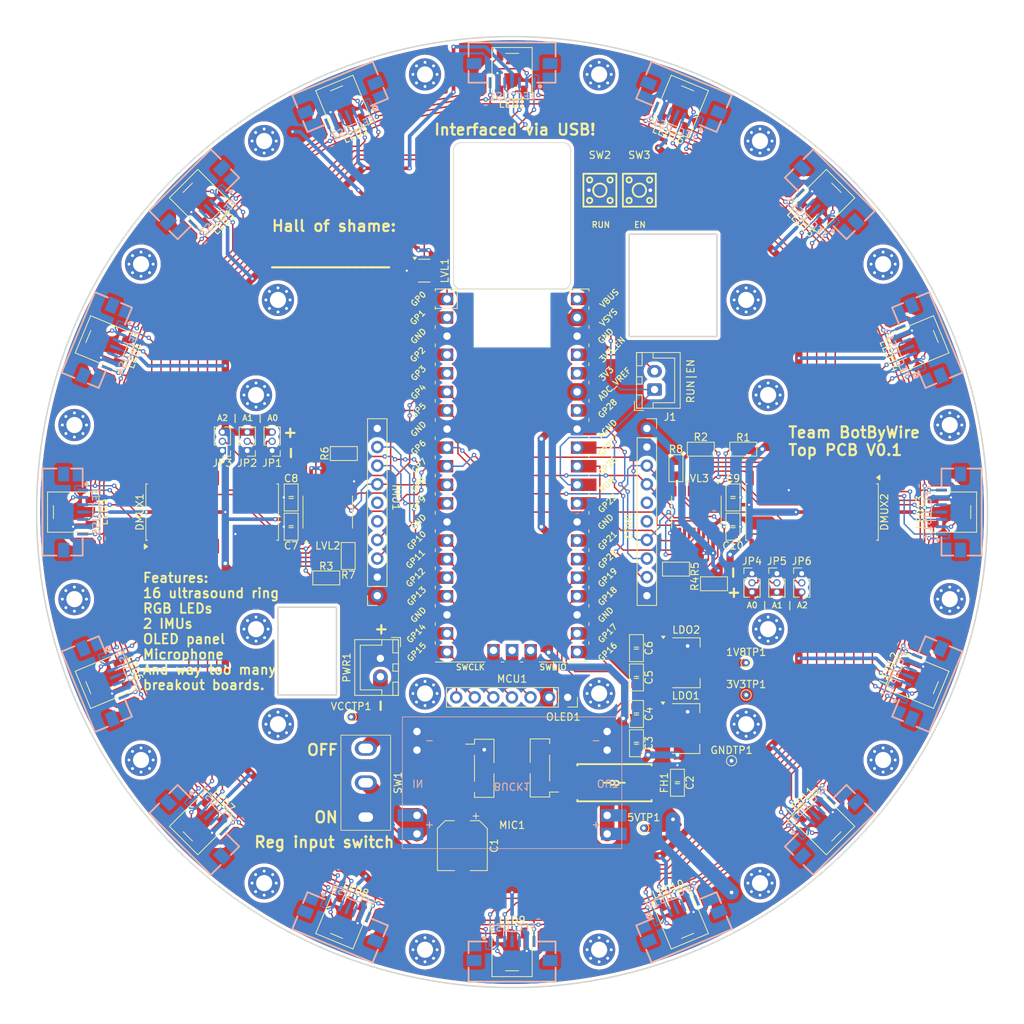
<source format=kicad_pcb>
(kicad_pcb (version 20240108) (generator "pcbnew") (generator_version "8.0")
  (layers (0 "F.Cu" signal) (31 "B.Cu" signal) (34 "B.Paste" user) (35 "F.Paste" user) (36 "B.SilkS" user "B.Silkscreen") (37 "F.SilkS" user "F.Silkscreen") (38 "B.Mask" user) (39 "F.Mask" user) (44 "Edge.Cuts" user))
  (net 0 "")
  (net 1 "+5V")
  (net 2 "GND")
  (net 3 "Net-(BUCK1-IN+)")
  (net 4 "+3V3")
  (net 5 "+1V8")
  (net 6 "/CH201/US_INT3")
  (net 7 "/CH201/US_INT10")
  (net 8 "/CH201/US_INT16")
  (net 9 "/CH201/US_INT9")
  (net 10 "/CH201/US_INT8")
  (net 11 "/CH201/US_INT1")
  (net 12 "/CH201/US_INT13")
  (net 13 "/CH201/US_INT4")
  (net 14 "Net-(DMUX1-A0)")
  (net 15 "/CH201/US_INT6")
  (net 16 "/CH201/US_INT11")
  (net 17 "/CH201/US_INT5")
  (net 18 "/CH201/US_INT12")
  (net 19 "/CH201/US_INT14")
  (net 20 "Net-(DMUX1-A1)")
  (net 21 "/CH201/US_INT15")
  (net 22 "/CH201/DMUX1_NRST_1V8")
  (net 23 "Net-(DMUX1-A2)")
  (net 24 "/CH201/US_INT7")
  (net 25 "/CH201/US_INT2")
  (net 26 "/CH201/DMUX2_NRST_1V8")
  (net 27 "/CH201/US_PROG13")
  (net 28 "/CH201/US_PROG16")
  (net 29 "/CH201/US_PROG7")
  (net 30 "/CH201/US_PROG2")
  (net 31 "/CH201/US_PROG3")
  (net 32 "/CH201/US_PROG15")
  (net 33 "/CH201/US_PROG14")
  (net 34 "Net-(DMUX2-A0)")
  (net 35 "/CH201/US_PROG12")
  (net 36 "/CH201/US_PROG11")
  (net 37 "/CH201/US_PROG6")
  (net 38 "Net-(DMUX2-A1)")
  (net 39 "/CH201/US_PROG5")
  (net 40 "/CH201/US_PROG9")
  (net 41 "/CH201/US_PROG10")
  (net 42 "/CH201/US_PROG8")
  (net 43 "/CH201/US_PROG1")
  (net 44 "Net-(DMUX2-A2)")
  (net 45 "/CH201/US_PROG4")
  (net 46 "/CH201/US_NRST_1V8")
  (net 47 "/CH201/I2C_1V8.SDA")
  (net 48 "/CH201/I2C_1V8.SCL")
  (net 57 "/LED_SIG_5V")
  (net 58 "Net-(LED1-DOUT)")
  (net 59 "Net-(LED2-DOUT)")
  (net 60 "Net-(LED3-DOUT)")
  (net 61 "Net-(LED4-DOUT)")
  (net 62 "Net-(LED5-DOUT)")
  (net 63 "Net-(LED10-DIN)")
  (net 64 "Net-(LED10-DOUT)")
  (net 65 "Net-(LED11-DOUT)")
  (net 66 "Net-(LED12-DOUT)")
  (net 67 "/LED_SIG_3V3")
  (net 68 "/LED_SIG_DIR")
  (net 71 "/SPI0.SCLK")
  (net 72 "/DMUX_SCS")
  (net 73 "/SPI0.MOSI")
  (net 74 "/SPI0.MISO")
  (net 77 "/SPI1.SCLK")
  (net 78 "/EN")
  (net 80 "/RUN")
  (net 81 "/SPI1.MOSI")
  (net 85 "VCC")
  (net 115 "/DMUX2_NRST")
  (net 116 "/DMUX1_NRST")
  (net 117 "/US_NRST")
  (net 120 "/IMU1.INT")
  (net 121 "/IMU1.NCS")
  (net 123 "/IMU2.INT")
  (net 125 "/IMU2.NCS")
  (net 126 "Net-(LVL2-OE)")
  (net 127 "Net-(LVL3-OE)")
  (net 128 "/OLED.NRST")
  (net 129 "/OLED.D{slash}C#")
  (net 130 "/MIC1.L{slash}R")
  (net 131 "/OLED.SCS")
  (net 132 "/MIC1.SCK")
  (net 133 "/MIC1.SD")
  (net 134 "/MIC1.WS")
  (net 137 "Net-(BUCK1-OUT+)")
  (net 138 "/CH201/DMUX1_INTA_1V8")
  (net 139 "/CH201/DMUX2_INTA_1V8")
  (net 140 "/DMUX1_INTA")
  (net 141 "/DMUX2_INTA")
  (net 142 "Net-(LED6-DOUT)")
  (net 143 "Net-(LED7-DOUT)")
  (net 144 "Net-(LED8-DOUT)")
  (net 145 "Net-(LED13-DOUT)")
  (net 146 "Net-(LED14-DOUT)")
  (net 147 "Net-(LED15-DOUT)")
  (net 153 "/I2C0.SDA")
  (net 154 "/I2C0.SCL")
  (net 155 "/CH201/SPI_1V8_1.SCLK")
  (net 156 "/CH201/SPI_1V8_1.MISO")
  (net 157 "/CH201/SPI_1V8_1.SCS")
  (net 158 "/CH201/SPI_1V8_1.MOSI")
  (net 159 "/CH201/SPI_1V8_2.SCS")
  (net 160 "/CH201/SPI_1V8_2.MISO")
  (net 161 "/CH201/SPI_1V8_2.SCLK")
  (net 162 "/CH201/SPI_1V8_2.MOSI")
  (footprint "INMP441:INMP441_SMD" (layer "F.Cu") (at 0 35)
    (property "Reference" "MIC1")
    (property "Value" "~" (hide yes))
  )
  (footprint "MountingHole:MountingHole_2.2mm_M2_Pad_Via" (layer "F.Cu") (at -35 16)
    (property "Reference" "H22")
    (property "Value" "MountingHole_Pad")
  )
  (footprint "MountingHole:MountingHole_2.2mm_M2_Pad_Via" (layer "F.Cu") (at -33.889784 -50.719647)
    (property "Reference" "H3")
    (property "Value" "MountingHole_Pad")
  )
  (footprint "LED_SMD:LED_WS2812B_PLCC4_5.0x5.0mm_P3.2mm" (layer "F.Cu") (at -42.426407 -42.426407 -45)
    (property "Reference" "LED3")
    (property "Value" "WS2812B")
  )
  (footprint "0.96-inch_OLED_7-pin:0.96-inch_OLED_7-no-back-mountingholes" (layer "F.Cu") (at 0 13 180)
    (property "Reference" "OLED1")
    (property "Value" "~")
  )
  (footprint "MountingHole:MountingHole_2.2mm_M2_Pad_Via" (layer "F.Cu") (at -11.900509 -59.827902)
    (property "Reference" "H2")
    (property "Value" "MountingHole_Pad")
  )
  (footprint "MountingHole:MountingHole_2.2mm_M2_Pad_Via" (layer "F.Cu") (at 50.719647 -33.889784)
    (property "Reference" "H15")
    (property "Value" "MountingHole_Pad")
  )
  (footprint "MountingHole:MountingHole_2.2mm_M2_Pad_Via" (layer "F.Cu") (at -33.889785 50.719646)
    (property "Reference" "H8")
    (property "Value" "MountingHole_Pad")
  )
  (footprint "EasyEDA:SW-SMD_4P-L4.5-W4.5-P3.00-LS6.8" (layer "F.Cu") (at 12 -44 90)
    (property "Reference" "SW2")
    (property "Value" "TS4535TP 250GF 009")
  )
  (footprint "Package_SO:TSSOP-20_4.4x6.5mm_P0.65mm" (layer "F.Cu") (at -25.2 0 90)
    (property "Reference" "LVL2")
    (property "Value" "TXS0108EPW")
  )
  (footprint "LED_SMD:LED_WS2812B_PLCC4_5.0x5.0mm_P3.2mm" (layer "F.Cu") (at 42.426407 -42.426407 -135)
    (property "Reference" "LED15")
    (property "Value" "WS2812B")
  )
  (footprint "EasyEDA:FUSE-SMD_L9.8-W5.0" (layer "F.Cu") (at 14 37)
    (property "Reference" "FH1")
    (property "Value" "01550900M")
  )
  (footprint "Package_TO_SOT_SMD:SOT-223-3_TabPin2" (layer "F.Cu") (at 23.8 20.6)
    (property "Reference" "LDO2")
    (property "Value" "TLV1117-18")
  )
  (footprint "MountingHole:MountingHole_2.2mm_M2_Pad_Via" (layer "F.Cu") (at 32 -29)
    (property "Reference" "H24")
    (property "Value" "MountingHole_Pad")
  )
  (footprint "MountingHole:MountingHole_2.2mm_M2_Pad_Via" (layer "F.Cu") (at -50.719646 -33.889785)
    (property "Reference" "H4")
    (property "Value" "MountingHole_Pad")
  )
  (footprint "PCM_Capacitor_SMD_AKL:C_0805_2012Metric_Pad1.15x1.40mm_HandSolder" (layer "F.Cu") (at 17 27.6 -90)
    (property "Reference" "C4")
    (property "Value" "10uF")
  )
  (footprint "PCM_Resistor_SMD_AKL:R_0805_2012Metric_Pad1.15x1.40mm_HandSolder" (layer "F.Cu") (at 22.4 -6 -90)
    (property "Reference" "R8")
    (property "Value" "10kR")
  )
  (footprint "Connector_JST:JST_XH_B2B-XH-A_1x02_P2.50mm_Vertical" (layer "F.Cu") (at -18 20 -90)
    (property "Reference" "PWR1")
    (property "Value" "Conn_01x02")
  )
  (footprint "LED_SMD:LED_WS2812B_PLCC4_5.0x5.0mm_P3.2mm" (layer "F.Cu") (at 0 60 90)
    (property "Reference" "LED9")
    (property "Value" "WS2812B")
  )
  (footprint "PCM_Resistor_SMD_AKL:R_0805_2012Metric_Pad1.15x1.40mm_HandSolder" (layer "F.Cu") (at -23 -8 180)
    (property "Reference" "R6")
    (property "Value" "10kR")
  )
  (footprint "MountingHole:MountingHole_2.2mm_M2_Pad_Via" (layer "F.Cu") (at 50.719646 33.889785)
    (property "Reference" "H12")
    (property "Value" "MountingHole_Pad")
  )
  (footprint "PCM_Capacitor_SMD_AKL:C_0805_2012Metric_Pad1.15x1.40mm_HandSolder" (layer "F.Cu") (at 30.2 -2 -90)
    (property "Reference" "C9")
    (property "Value" "1uF")
  )
  (footprint "LED_SMD:LED_WS2812B_PLCC4_5.0x5.0mm_P3.2mm" (layer "F.Cu") (at 55.432772 -22.961006 -157.5)
    (property "Reference" "LED14")
    (property "Value" "WS2812B")
  )
  (footprint "LED_SMD:LED_WS2812B_PLCC4_5.0x5.0mm_P3.2mm" (layer "F.Cu") (at 60 0 180)
    (property "Reference" "LED13")
    (property "Value" "WS2812B")
  )
  (footprint "MountingHole:MountingHole_2.2mm_M2_Pad_Via" (layer "F.Cu") (at 33.889785 -50.719646)
    (property "Reference" "H16")
    (property "Value" "MountingHole_Pad")
  )
  (footprint "MountingHole:MountingHole_2.2mm_M2_Pad_Via" (layer "F.Cu") (at 11.90051 -59.827902)
    (property "Reference" "H1")
    (property "Value" "MountingHole_Pad")
  )
  (footprint "TestPoint:TestPoint_THTPad_D1.0mm_Drill0.5mm" (layer "F.Cu") (at 18 43.2)
    (property "Reference" "5VTP1")
    (property "Value" "TestPoint")
  )
  (footprint "LED_SMD:LED_WS2812B_PLCC4_5.0x5.0mm_P3.2mm" (layer "F.Cu") (at -60 0)
    (property "Reference" "LED5")
    (property "Value" "WS2812B")
  )
  (footprint "LED_SMD:LED_WS2812B_PLCC4_5.0x5.0mm_P3.2mm" (layer "F.Cu") (at -22.961006 -55.432772 -67.5)
    (property "Reference" "LED2")
    (property "Value" "WS2812B")
  )
  (footprint "MountingHole:MountingHole_2.2mm_M2_Pad_Via" (layer "F.Cu") (at -50.719647 33.889784)
    (property "Reference" "H7")
    (property "Value" "MountingHole_Pad")
  )
  (footprint "LED_SMD:LED_WS2812B_PLCC4_5.0x5.0mm_P3.2mm" (layer "F.Cu") (at 22.961006 55.432772 112.5)
    (property "Reference" "LED10")
    (property "Value" "WS2812B")
  )
  (footprint "TestPoint:TestPoint_THTPad_D1.0mm_Drill0.5mm" (layer "F.Cu") (at 32 20.6)
    (property "Reference" "1V8TP1")
    (property "Value" "TestPoint")
  )
  (footprint "Package_SO:SOIC-28W_7.5x17.9mm_P1.27mm" (layer "F.Cu") (at -41 0 90)
    (property "Reference" "DMUX1")
    (property "Value" "MCP23S17_SO")
  )
  (footprint "EasyEDA:SW-TH_SS-12D10L5" (layer "F.Cu") (at -20 37 -90)
    (property "Reference" "SW1")
    (property "Value" "SS-12D10L5")
  )
  (footprint "PCM_Resistor_SMD_AKL:R_0805_2012Metric_Pad1.15x1.40mm_HandSolder" (layer "F.Cu") (at 25.8 -8.6)
    (property "Reference" "R2")
    (property "Value" "2.2kR")
  )
  (footprint "PCM_Capacitor_SMD_AKL:C_0805_2012Metric_Pad1.15x1.40mm_HandSolder" (layer "F.Cu") (at -30.2 2 90)
    (property "Reference" "C7")
    (property "Value" "1uF")
  )
  (footprint "Package_SO:SOIC-28W_7.5x17.9mm_P1.27mm" (layer "F.Cu") (at 41 0 -90)
    (property "Reference" "DMUX2")
    (property "Value" "MCP23S17_SO")
  )
  (footprint "PCM_Capacitor_SMD_AKL:C_0805_2012Metric_Pad1.15x1.40mm_HandSolder" (layer "F.Cu") (at 17 22.6 90)
    (property "Reference" "C5")
    (property "Value" "1uF")
  )
  (footprint "Package_TO_SOT_SMD:SOT-223-3_TabPin2" (layer "F.Cu") (at 23.75 29.6)
    (property "Reference" "LDO1")
    (property "Value" "TLV1117-33")
  )
  (footprint "MountingHole:MountingHole_2.2mm_M2_Pad_Via" (layer "F.Cu") (at 32 29)
    (property "Reference" "H21")
    (property "Value" "MountingHole_Pad")
  )
  (footprint "MountingHole:MountingHole_2.2mm_M2_Pad_Via" (layer "F.Cu") (at -11.90051 59.827902)
    (property "Reference" "H9")
    (property "Value" "MountingHole_Pad")
  )
  (footprint "PCM_Capacitor_SMD_AKL:C_0805_2012Metric_Pad1.15x1.40mm_HandSolder" (layer "F.Cu") (at 17 18.6 -90)
    (property "Reference" "C6")
    (property "Value" "10uF")
  )
  (footprint "MountingHole:MountingHole_2.2mm_M2_Pad_Via" (layer "F.Cu") (at 11.900509 59.827902)
    (property "Reference" "H10")
    (property "Value" "MountingHole_Pad")
  )
  (footprint "LED_SMD:LED_WS2812B_PLCC4_5.0x5.0mm_P3.2mm" (layer "F.Cu") (at -55.432772 -22.961006 -22.5)
    (property "Reference" "LED4")
    (property "Value" "WS2812B")
  )
  (footprint "PCM_Capacitor_SMD_AKL:C_0805_2012Metric_Pad1.15x1.40mm_HandSolder" (layer "F.Cu") (at 22.6 37 -90)
    (property "Reference" "C2")
    (property "Value" "22uF")
  )
  (footprint "MountingHole:MountingHole_2.2mm_M2_Pad_Via" (layer "F.Cu") (at 59.827902 11.90051)
    (property "Reference" "H13")
    (property "Value" "MountingHole_Pad")
  )
  (footprint "MountingHole:MountingHole_2.2mm_M2_Pad_Via" (layer "F.Cu") (at -32 -29)
    (property "Reference" "H23")
    (property "Value" "MountingHole_Pad")
  )
  (footprint "PCM_Resistor_SMD_AKL:R_0805_2012Metric_Pad1.15x1.40mm_HandSolder" (layer "F.Cu") (at 27.6 9.8 180)
    (property "Reference" "R4")
    (property "Value" "2.2kR")
  )
  (footprint "Connector_PinHeader_1.27mm:PinHeader_1x03_P1.27mm_Vertical" (layer "F.Cu") (at 39.6 8.4)
    (property "Reference" "JP6")
    (property "Value" "Jumper_3_Bridged12")
  )
  (footprint "LED_SMD:LED_WS2812B_PLCC4_5.0x5.0mm_P3.2mm" (layer "F.Cu") (at -22.961006 55.432772 67.5)
    (property "Reference" "LED8")
    (property "Value" "WS2812B")
  )
  (footprint "PCM_Resistor_SMD_AKL:R_0805_2012Metric_Pad1.15x1.40mm_HandSolder" (layer "F.Cu") (at 31.6 -8.6 180)
    (property "Reference" "R1")
    (property "Value" "2.2kR")
  )
  (footprint "Connector_PinHeader_1.27mm:PinHeader_1x03_P1.27mm_Vertical" (layer "F.Cu") (at -32.8 -8.4 180)
    (property "Reference" "JP1")
    (property "Value" "Jumper_3_Bridged12")
  )
  (footprint "PCM_Capacitor_SMD_AKL:C_0805_2012Metric_Pad1.15x1.40mm_HandSolder" (layer "F.Cu") (at 17 31.6 90)
    (property "Reference" "C3")
    (property "Value" "1uF")
  )
  (footprint "ICM20948:ICM20948-no-mountingholes" (layer "F.Cu") (at -24.852 0 180)
    (property "Reference" "IMU1")
    (property "Value" "~")
  )
  (footprint "LED_SMD:LED_WS2812B_PLCC4_5.0x5.0mm_P3.2mm" (layer "F.Cu") (at -42.426407 42.426407 45)
    (property "Reference" "LED7")
    (property "Value" "WS2812B")
  )
  (footprint "EasyEDA:SW-SMD_4P-L4.5-W4.5-P3.00-LS6.8" (layer "F.Cu") (at 17.4 -44 -90)
    (property "Reference" "SW3")
    (property "Value" "TS4535TP 250GF 009")
  )
  (footprint "Connector_JST:JST_XH_B2B-XH-A_1x02_P2.50mm_Vertical" (layer "F.Cu") (at 19.475 -16.75 90)
    (property "Reference" "J1")
    (property "Value" "Conn_01x02")
  )
  (footprint "TestPoint:TestPoint_THTPad_D1.0mm_Drill0.5mm" (layer "F.Cu") (at 30 34)
    (property "Reference" "GNDTP1")
    (property "Value" "TestPoint")
  )
  (footprint "LED_SMD:LED_WS2812B_PLCC4_5.0x5.0mm_P3.2mm" (layer "F.Cu") (at 0 -60 -90)
    (property "Reference" "LED1")
    (property "Value" "WS2812B")
  )
  (footprint "Package_TO_SOT_SMD:SOT-23-6" (layer "F.Cu") (at -12 -33)
    (property "Reference" "LVL1")
    (property "Value" "SN74LVC1T45DBV")
  )
  (footprint "Connector_PinHeader_1.27mm:PinHeader_1x03_P1.27mm_Vertical" (layer "F.Cu") (at 36.2 8.4)
    (property "Reference" "JP5")
    (property "Value" "Jumper_3_Bridged12")
  )
  (footprint "MountingHole:MountingHole_2.2mm_M2_Pad_Via" (layer "F.Cu") (at 35 -16)
    (property "Reference" "H20")
    (property "Value" "MountingHole_Pad" (hide yes))
  )
  (footprint "LED_SMD:LED_WS2812B_PLCC4_5.0x5.0mm_P3.2mm" (layer "F.Cu") (at 22.961006 -55.432772 -112.5)
    (property "Reference" "LED16")
    (property "Value" "WS2812B")
  )
  (footprint "TestPoint:TestPoint_THTPad_D1.0mm_Drill0.5mm" (layer "F.Cu") (at -22 28)
    (property "Reference" "VCCTP1")
    (property "Value" "TestPoint")
  )
  (footprint "MountingHole:MountingHole_2.2mm_M2_Pad_Via" (layer "F.Cu") (at 59.827902 -11.900509)
    (property "Reference" "H14")
    (property "Value" "MountingHole_Pad")
  )
  (footprint "MountingHole:MountingHole_2.2mm_M2_Pad_Via" (layer "F.Cu") (at 35 16)
    (property "Reference" "H17")
    (property "Value" "MountingHole_Pad" (hide yes))
  )
  (footprint "LED_SMD:LED_WS2812B_PLCC4_5.0x5.0mm_P3.2mm" (layer "F.Cu") (at 42.426407 42.426407 135)
    (property "Reference" "LED11")
    (property "Value" "WS2812B")
  )
  (footprint "Connector_PinHeader_1.27mm:PinHeader_1x03_P1.27mm_Vertical" (layer "F.Cu") (at -36.2 -8.4 180)
    (property "Reference" "JP2")
    (property "Value" "Jumper_3_Bridged12")
  )
  (footprint "LED_SMD:LED_WS2812B_PLCC4_5.0x5.0mm_P3.2mm" (layer "F.Cu") (at 55.432772 22.961006 157.5)
    (property "Reference" "LED12")
    (property "Value" "WS2812B")
  )
  (footprint "MountingHole:MountingHole_2.2mm_M2_Pad_Via" (layer "F.Cu") (at -32 29)
    (property "Reference" "H18")
    (property "Value" "MountingHole_Pad" (hide yes))
  )
  (footprint "ICM20948:ICM20948-no-mountingholes" (layer "F.Cu") (at 24.852 0)
    (property "Reference" "IMU2")
    (property "Value" "~")
  )
  (footprint "MountingHole:MountingHole_2.2mm_M2_Pad_Via" (layer "F.Cu") (at 33.889784 50.719647)
    (property "Reference" "H11")
    (property "Value" "MountingHole_Pad")
  )
  (footprint "PCM_Capacitor_SMD_AKL:C_0805_2012Metric_Pad1.15x1.40mm_HandSolder" (layer "F.Cu") (at -30.2 -2 90)
    (property "Reference" "C8")
    (property "Value" "1uF")
  )
  (footprint "MountingHole:MountingHole_2.2mm_M2_Pad_Via" (layer "F.Cu") (at -59.827902 11.900509)
    (property "Reference" "H6")
    (property "Value" "MountingHole_Pad")
  )
  (footprint "Connector_PinHeader_1.27mm:PinHeader_1x03_P1.27mm_Vertical" (layer "F.Cu") (at 32.8 8.4)
    (property "Reference" "JP4")
    (property "Value" "Jumper_3_Bridged23")
  )
  (footprint "PCM_Resistor_SMD_AKL:R_0805_2012Metric_Pad1.15x1.40mm_HandSolder" (layer "F.Cu") (at 22.4 7.8)
    (property "Reference" "R5")
    (property "Value" "2.2kR")
  )
  (footprint "RP-Pico Libraries:RPi_Pico_SMD_TH_USBC_cable_cutout" (layer "F.Cu") (at 0 -5)
    (property "Reference" "MCU1")
    (property "Value" "Pico")
    (fp_line (start -8 -26.5) (end -8 -44.5) (stroke (width 0.1)) (layer "Edge.Cuts"))
    (fp_line (start -7 -45.5) (end 7 -45.5) (stroke (width 0.1)) (layer "Edge.Cuts"))
    (fp_line (start 7 -25.5) (end -7 -25.5) (stroke (width 0.1)) (layer "Edge.Cuts"))
    (fp_line (start 8 -44.5) (end 8 -26.5) (stroke (width 0.1)) (layer "Edge.Cuts"))
    (fp_arc (start -8 -44.5) (mid -7.707107 -45.207107) (end -7 -45.5) (stroke (width 0.1)) (layer "Edge.Cuts"))
    (fp_arc (start -7 -25.5) (mid -7.707107 -25.792893) (end -8 -26.5) (stroke (width 0.1)) (layer "Edge.Cuts"))
    (fp_arc (start 7 -45.5) (mid 7.707107 -45.207107) (end 8 -44.5) (stroke (width 0.1)) (layer "Edge.Cuts"))
    (fp_arc (start 8 -26.5) (mid 7.707107 -25.792893) (end 7 -25.5) (stroke (width 0.1)) (layer "Edge.Cuts"))
  )
  (footprint "PCM_Resistor_SMD_AKL:R_0805_2012Metric_Pad1.15x1.40mm_HandSolder" (layer "F.Cu") (at -25.4 9 180)
    (property "Reference" "R3")
    (property "Value" "10kR")
  )
  (footprint "Connector_PinHeader_1.27mm:PinHeader_1x03_P1.27mm_Vertical" (layer "F.Cu") (at -39.6 -8.4 180)
    (property "Reference" "JP3")
    (property "Value" "Jumper_3_Bridged12")
  )
  (footprint "PCM_Capacitor_SMD_AKL:C_0805_2012Metric_Pad1.15x1.40mm_HandSolder" (layer "F.Cu") (at 30.2 2 -90)
    (property "Reference" "C10")
    (property "Value" "1uF")
  )
  (footprint "TestPoint:TestPoint_THTPad_D1.0mm_Drill0.5mm" (layer "F.Cu") (at 32 25)
    (property "Reference" "3V3TP1")
    (property "Value" "TestPoint")
  )
  (footprint "LED_SMD:LED_WS2812B_PLCC4_5.0x5.0mm_P3.2mm" (layer "F.Cu") (at -55.432772 22.961006 22.5)
    (property "Reference" "LED6")
    (property "Value" "WS2812B")
  )
  (footprint "PCM_Resistor_SMD_AKL:R_0805_2012Metric_Pad1.15x1.40mm_HandSolder" (layer "F.Cu") (at -22.4 6 90)
    (property "Reference" "R7")
    (property "Value" "10kR")
  )
  (footprint "Capacitor_SMD:CP_Elec_6.3x7.7" (layer "F.Cu") (at -6.8 45.6 -90)
    (property "Reference" "C1")
    (property "Value" "100uF")
  )
  (footprint "Package_SO:TSSOP-20_4.4x6.5mm_P0.65mm" (layer "F.Cu") (at 25.2 0 -90)
    (property "Reference" "LVL3")
    (property "Value" "TXS0108EPW")
  )
  (footprint "MountingHole:MountingHole_2.2mm_M2_Pad_Via" (layer "F.Cu") (at -59.827902 -11.90051)
    (property "Reference" "H5")
    (property "Value" "MountingHole_Pad")
  )
  (footprint "MountingHole:MountingHole_2.2mm_M2_Pad_Via" (layer "F.Cu") (at -35 -16)
    (property "Reference" "H19")
    (property "Value" "MountingHole_Pad" (hide yes))
  )
  (footprint "EasyEDA:FPC-SMD_7P-P1.0_KINGHELM_KH-FG1.0-H2.0-7PIN" (layer "B.Cu") (at 22.961006 55.432772 -157.5)
    (property "Reference" "FFC_US10")
    (property "Value" "KH-FG1.0-H2.0-7PIN")
  )
  (footprint "EasyEDA:FPC-SMD_7P-P1.0_KINGHELM_KH-FG1.0-H2.0-7PIN" (layer "B.Cu") (at 42.426407 -42.426407 -45)
    (property "Reference" "FFC_US15")
    (property "Value" "KH-FG1.0-H2.0-7PIN")
  )
  (footprint "EasyEDA:FPC-SMD_7P-P1.0_KINGHELM_KH-FG1.0-H2.0-7PIN" (layer "B.Cu") (at 0 60 180)
    (property "Reference" "FFC_US9")
    (property "Value" "KH-FG1.0-H2.0-7PIN")
  )
  (footprint "EasyEDA:FPC-SMD_7P-P1.0_KINGHELM_KH-FG1.0-H2.0-7PIN" (layer "B.Cu") (at 60 0 -90)
    (property "Reference" "FFC_US13")
    (property "Value" "KH-FG1.0-H2.0-7PIN")
  )
  (footprint "EasyEDA:FPC-SMD_7P-P1.0_KINGHELM_KH-FG1.0-H2.0-7PIN" (layer "B.Cu") (at 55.432772 -22.961006 -67.5)
    (property "Reference" "FFC_US14")
    (property "Value" "KH-FG1.0-H2.0-7PIN")
  )
  (footprint "EasyEDA:FPC-SMD_7P-P1.0_KINGHELM_KH-FG1.0-H2.0-7PIN" (layer "B.Cu") (at -55.432772 22.961006 112.5)
    (property "Reference" "FFC_US6")
    (property "Value" "KH-FG1.0-H2.0-7PIN")
  )
  (footprint "EasyEDA:FPC-SMD_7P-P1.0_KINGHELM_KH-FG1.0-H2.0-7PIN" (layer "B.Cu") (at -42.426407 -42.426407 45)
    (property "Reference" "FFC_US3")
    (property "Value" "KH-FG1.0-H2.0-7PIN")
  )
  (footprint "EasyEDA:FPC-SMD_7P-P1.0_KINGHELM_KH-FG1.0-H2.0-7PIN" (layer "B.Cu") (at 55.432772 22.961006 -112.5)
    (property "Reference" "FFC_US12")
    (property "Value" "KH-FG1.0-H2.0-7PIN")
  )
  (footprint "EasyEDA:FPC-SMD_7P-P1.0_KINGHELM_KH-FG1.0-H2.0-7PIN" (layer "B.Cu") (at -22.961006 55.432772 157.5)
    (property "Reference" "FFC_US8")
    (property "Value" "KH-FG1.0-H2.0-7PIN")
  )
  (footprint "EasyEDA:FPC-SMD_7P-P1.0_KINGHELM_KH-FG1.0-H2.0-7PIN" (layer "B.Cu") (at 0 -60)
    (property "Reference" "FFC_US1")
    (property "Value" "KH-FG1.0-H2.0-7PIN")
  )
  (footprint "custom:mini560" (layer "B.Cu") (at 0 37)
    (property "Reference" "BUCK1")
    (property "Value" "~")
  )
  (footprint "EasyEDA:FPC-SMD_7P-P1.0_KINGHELM_KH-FG1.0-H2.0-7PIN" (layer "B.Cu") (at -22.961006 -55.432772 22.5)
    (property "Reference" "FFC_US2")
    (property "Value" "KH-FG1.0-H2.0-7PIN")
  )
  (footprint "EasyEDA:FPC-SMD_7P-P1.0_KINGHELM_KH-FG1.0-H2.0-7PIN" (layer "B.Cu") (at -42.426407 42.426407 135)
    (property "Reference" "FFC_US7")
    (property "Value" "KH-FG1.0-H2.0-7PIN")
  )
  (footprint "EasyEDA:FPC-SMD_7P-P1.0_KINGHELM_KH-FG1.0-H2.0-7PIN" (layer "B.Cu") (at 22.961006 -55.432772 -22.5)
    (property "Reference" "FFC_US16")
    (property "Value" "KH-FG1.0-H2.0-7PIN")
  )
  (footprint "EasyEDA:FPC-SMD_7P-P1.0_KINGHELM_KH-FG1.0-H2.0-7PIN" (layer "B.Cu") (at -55.432772 -22.961006 67.5)
    (property "Reference" "FFC_US4")
    (property "Value" "KH-FG1.0-H2.0-7PIN")
  )
  (footprint "EasyEDA:FPC-SMD_7P-P1.0_KINGHELM_KH-FG1.0-H2.0-7PIN" (layer "B.Cu") (at -60 0 90)
    (property "Reference" "FFC_US5")
    (property "Value" "KH-FG1.0-H2.0-7PIN")
  )
  (footprint "EasyEDA:FPC-SMD_7P-P1.0_KINGHELM_KH-FG1.0-H2.0-7PIN" (layer "B.Cu") (at 42.426407 42.426407 -135)
    (property "Reference" "FFC_US11")
    (property "Value" "KH-FG1.0-H2.0-7PIN")
  )
  (gr_rect (start 16 -38) (end 28 -24) (stroke (width 0.2)) (fill none) (layer "Edge.Cuts"))
  (gr_rect (start -32 13) (end -24 25) (stroke (width 0.2)) (fill none) (layer "Edge.Cuts"))
  (gr_circle (center 0 0) (end 65 0) (stroke (width 0.2)) (fill none) (layer "Edge.Cuts"))
  (gr_text "Features:\n16 ultrasound ring\nRGB LEDs\n2 IMUs\nOLED panel\nMicrophone\nAnd way too many\nbreakout boards." (at -50.6 24.4 0) (layer "F.SilkS") (effects (font (size 1.3 1.3) (thickness 0.25) (bold yes)) (justify left bottom)))
  (gr_text "RUN" (at 10.8 -38.8 0) (layer "F.SilkS") (effects (font (size 0.8 0.8) (thickness 0.15) (bold yes)) (justify left bottom)))
  (gr_text "OFF" (at -28.2 33.4 0) (layer "F.SilkS") (effects (font (size 1.5 1.5) (thickness 0.3) (bold yes)) (justify left bottom)))
  (gr_text "+" (at -19 16.8 0) (layer "F.SilkS") (effects (font (size 1.5 1.5) (thickness 0.3) (bold yes)) (justify left bottom)))
  (gr_text "Team BotByWire\nTop PCB V0.1" (at 37.6 -7.6 0) (layer "F.SilkS") (effects (font (size 1.5 1.5) (thickness 0.3) (bold yes)) (justify left bottom)))
  (gr_text "A0 | A1 | A2" (at 32 13.2 0) (layer "F.SilkS") (effects (font (size 0.8 0.8) (thickness 0.15) (bold yes)) (justify left bottom)))
  (gr_text "ON" (at -27.2 42.6 0) (layer "F.SilkS") (effects (font (size 1.5 1.5) (thickness 0.3) (bold yes)) (justify left bottom)))
  (gr_text "Interfaced via USB!" (at -10.8 -51.4 0) (layer "F.SilkS") (effects (font (size 1.5 1.5) (thickness 0.3) (bold yes)) (justify left bottom)))
  (gr_text "RUN|EN" (at 25 -14.8 90) (layer "F.SilkS") (effects (font (size 1 1)) (justify left bottom)))
  (gr_text "+" (at 29.2 11.8 0) (layer "F.SilkS") (effects (font (size 1.5 1.5) (thickness 0.3) (bold yes)) (justify left bottom)))
  (gr_text "-" (at -17.2 27.6 90) (layer "F.SilkS") (effects (font (size 1.5 1.5) (thickness 0.3) (bold yes)) (justify left bottom)))
  (gr_text "+" (at -29.2 -11.6 180) (layer "F.SilkS") (effects (font (size 1.5 1.5) (thickness 0.3) (bold yes)) (justify left bottom)))
  (gr_text "Reg input switch" (at -35.4 46 0) (layer "F.SilkS") (effects (font (size 1.5 1.5) (thickness 0.3) (bold yes)) (justify left bottom)))
  (gr_text "-" (at 31 9.4 90) (layer "F.SilkS") (effects (font (size 1.5 1.5) (thickness 0.3) (bold yes)) (justify left bottom)))
  (gr_text "-" (at -31 -9.2 -90) (layer "F.SilkS") (effects (font (size 1.5 1.5) (thickness 0.3) (bold yes)) (justify left bottom)))
  (gr_text "Hall of shame:\n\n______________" (at -33 -33.4 0) (layer "F.SilkS") (effects (font (size 1.5 1.5) (thickness 0.3) (bold yes)) (justify left bottom)))
  (gr_text "A2 | A1 | A0" (at -40.4 -12.4 0) (layer "F.SilkS") (effects (font (size 0.8 0.8) (thickness 0.15) (bold yes)) (justify left bottom)))
  (gr_text "EN" (at 16.6 -38.8 0) (layer "F.SilkS") (effects (font (size 0.8 0.8) (thickness 0.15) (bold yes)) (justify left bottom)))
  (segment (start 17.8 37.8) (end 17.8 37) (width 2) (layer "F.Cu") (net 1))
  (segment (start 6.4 -23) (end 6.4 -12.4) (width 1) (layer "F.Cu") (net 1))
  (segment (start 20.6 34.2) (end 20.6 31.9) (width 2) (layer "F.Cu") (net 1))
  (segment (start 18 43.2) (end 20.8 43.2) (width 1) (layer "F.Cu") (net 1))
  (segment (start 17.8 37) (end 20.6 34.2) (width 2) (layer "F.Cu") (net 1))
  (segment (start 8.89 -26.59) (end 7.687919 -26.59) (width 1) (layer "F.Cu") (net 1))
  (segment (start 22 42) (end 17.8 37.8) (width 2) (layer "F.Cu") (net 1))
  (segment (start 20.6 31.9) (end 19.6 31.9) (width 1) (layer "F.Cu") (net 1))
  (segment (start 6.4 -12.4) (end 4 -10) (width 1) (layer "F.Cu") (net 1))
  (segment (start 19.6 31.9) (end 18.275 30.575) (width 1) (layer "F.Cu") (net 1))
  (segment (start 15.2 28.2) (end 15.2 28.95043) (width 1) (layer "F.Cu") (net 1))
  (segment (start -16.95 -39.95) (end -21 -44) (width 0.5) (layer "F.Cu") (net 1))
  (segment (start 5 3) (end 5 19.2) (width 1) (layer "F.Cu") (net 1))
  (segment (start 16.82457 30.575) (end 17 30.575) (width 1) (layer "F.Cu") (net 1))
  (segment (start 15.2 28.95043) (end 16.82457 30.575) (width 1) (layer "F.Cu") (net 1))
  (segment (start 18.275 30.575) (end 17 30.575) (width 1) (layer "F.Cu") (net 1))
  (segment (start -16.95 -39.95) (end -12.8 -35.8) (width 0.5) (layer "F.Cu") (net 1))
  (segment (start 20.8 43.2) (end 22 42) (width 1) (layer "F.Cu") (net 1))
  (segment (start 22.6 38.025) (end 18.825 38.025) (width 1.5) (layer "F.Cu") (net 1))
  (segment (start 4 2) (end 5 3) (width 1) (layer "F.Cu") (net 1))
  (segment (start -10.8625 -35.2625) (end -11.4 -35.8) (width 0.5) (layer "F.Cu") (net 1))
  (segment (start 7.687919 -26.59) (end 6.4 -25.302081) (width 1) (layer "F.Cu") (net 1))
  (segment (start -10.8625 -33.95) (end -10.8625 -35.2625) (width 0.5) (layer "F.Cu") (net 1))
  (segment (start 18.825 38.025) (end 17.8 37) (width 1.5) (layer "F.Cu") (net 1))
  (segment (start 6.4 -25.302081) (end 6.4 -23) (width 1) (layer "F.Cu") (net 1))
  (via (at 22 42) (size 1) (drill 0.5) (layers "F.Cu" "B.Cu") (net 1))
  (via (at -21 -44) (size 0.6) (drill 0.3) (layers "F.Cu" "B.Cu") (net 1))
  (via (at -12.8 -35.8) (size 0.6) (drill 0.3) (layers "F.Cu" "B.Cu") (net 1))
  (via (at 30 52) (size 1) (drill 0.5) (layers "F.Cu" "B.Cu") (net 1))
  (via (at 4 2) (size 1) (drill 0.5) (layers "F.Cu" "B.Cu") (net 1))
  (via (at 15.2 28.2) (size 1) (drill 0.5) (layers "F.Cu" "B.Cu") (net 1))
  (via (at -11.4 -35.8) (size 0.6) (drill 0.3) (layers "F.Cu" "B.Cu") (net 1))
  (via (at -30 -52) (size 0.6) (drill 0.3) (layers "F.Cu" "B.Cu") (net 1))
  (via (at 5 19.2) (size 1) (drill 0.5) (layers "F.Cu" "B.Cu") (net 1))
  (via (at 4 -10) (size 1) (drill 0.5) (layers "F.Cu" "B.Cu") (net 1))
  (segment (start 13.2 21.2) (end 15.4 23.4) (width 1) (layer "B.Cu") (net 1))
  (segment (start -12.8 -35.8) (end -11.4 -35.8) (width 0.5) (layer "B.Cu") (net 1))
  (segment (start 22 42) (end 22 44) (width 2) (layer "B.Cu") (net 1))
  (segment (start -21 -44) (end -29 -52) (width 0.5) (layer "B.Cu") (net 1))
  (segment (start 15.4 28) (end 15.2 28.2) (width 1) (layer "B.Cu") (net 1))
  (segment (start 15.4 23.4) (end 15.4 28) (width 1) (layer "B.Cu") (net 1))
  (segment (start 7 21.2) (end 13.2 21.2) (width 1) (layer "B.Cu") (net 1))
  (segment (start 5 19.2) (end 7 21.2) (width 1) (layer "B.Cu") (net 1))
  (segment (start -29 -52) (end -30 -52) (width 0.5) (layer "B.Cu") (net 1))
  (segment (start 4 -10) (end 4 2) (width 1) (layer "B.Cu") (net 1))
  (segment (start 22 44) (end 30 52) (width 2) (layer "B.Cu") (net 1))
  (segment (start 24 18.3) (end 20.65 18.3) (width 1) (layer "F.Cu") (net 2))
  (segment (start 43.345646 41.012193) (end 43.84062 41.012193) (width 0.2) (layer "F.Cu") (net 2))
  (segment (start -54.477987 24.351468) (end -54.667405 24.808765) (width 0.2) (layer "F.Cu") (net 2))
  (segment (start 13.085 32.625) (end 13 32.54) (width 1) (layer "F.Cu") (net 2))
  (segment (start 17 26.575) (end 17 23.625) (width 1) (layer "F.Cu") (net 2))
  (segment (start -24.351468 -54.477987) (end -24.808765 -54.667405) (width 0.2) (layer "F.Cu") (net 2))
  (segment (start 1.65 59.65) (end 2 60) (width 0.2) (layer "F.Cu") (net 2))
  (segment (start -57.55 1.65) (end -59.65 1.65) (width 0.2) (layer "F.Cu") (net 2))
  (segment (start -43.345646 -41.012193) (end -43.84062 -41.012193) (width 0.2) (layer "F.Cu") (net 2))
  (segment (start 53.800695 20.49903) (end 55.740842 21.302665) (width 0.2) (layer "F.Cu") (net 2))
  (segment (start -53.800695 -20.49903) (end -55.740842 -21.302665) (width 0.2) (layer "F.Cu") (net 2))
  (segment (start 24 27.3) (end 20.6 27.3) (width 1) (layer "F.Cu") (net 2))
  (segment (start -52.53784 23.547833) (end -54.477987 24.351468) (width 0.2) (layer "F.Cu") (net 2))
  (segment (start -22.275 -2.8625) (end -22.275 -3.525) (width 0.5) (layer "F.Cu") (net 2))
  (segment (start 17 26.575) (end 19.875 26.575) (width 1) (layer "F.Cu") (net 2))
  (segment (start 39.527269 -41.860721) (end 41.012193 -43.345646) (width 0.2) (layer "F.Cu") (net 2))
  (segment (start -5.46 32.485) (end -3.8 32.485) (width 1) (layer "F.Cu") (net 2))
  (segment (start 22.6 35.975) (end 22.6 34.6) (width 0.5) (layer "F.Cu") (net 2))
  (segment (start 10.5 -40.75) (end 10.5 -44) (width 1) (layer "F.Cu") (net 2))
  (segment (start 30.2 3) (end 31.2 2) (width 0.2) (layer "F.Cu") (net 2))
  (segment (start 19.875 26.575) (end 20.6 27.3) (width 1) (layer "F.Cu") (net 2))
  (segment (start 57.55 -1.65) (end 59.65 -1.65) (width 0.2) (layer "F.Cu") (net 2))
  (segment (start -13.1375 -33) (end -14.4 -33) (width 0.5) (layer "F.Cu") (net 2))
  (segment (start 41.860721 39.527269) (end 43.345646 41.012193) (width 0.2) (layer "F.Cu") (net 2))
  (segment (start -22.275 -3.525) (end -21.6 -4.2) (width 0.5) (layer "F.Cu") (net 2))
  (segment (start -30.2 -3) (end -31.2 -2) (width 0.2) (layer "F.Cu") (net 2))
  (segment (start -59.65 1.65) (end -60 2) (width 0.2) (layer "F.Cu") (net 2))
  (segment (start -23.547833 -52.53784) (end -24.351468 -54.477987) (width 0.2) (layer "F.Cu") (net 2))
  (segment (start 18.9 -44) (end 18.9 -47.25) (width 1) (layer "F.Cu") (net 2))
  (segment (start -55.740842 -21.302665) (end -56.198139 -21.113247) (width 0.2) (layer "F.Cu") (net 2))
  (segment (start 19.925 17.575) (end 20.65 18.3) (width 1) (layer "F.Cu") (net 2))
  (segment (start -6.8 48.3) (end -13.4 48.3) (width 2) (layer "F.Cu") (net 2))
  (segment (start -21.302665 55.740842) (end -21.113247 56.198139) (width 0.2) (layer "F.Cu") (net 2))
  (segment (start 54.477987 -24.351468) (end 54.667405 -24.808765) (width 0.2) (layer "F.Cu") (net 2))
  (segment (start -30.2 -3.025) (end -30.2 -3) (width 0.2) (layer "F.Cu") (net 2))
  (segment (start -41.860721 -39.527269) (end -43.345646 -41.012193) (width 0.2) (layer "F.Cu") (net 2))
  (segment (start 52.53784 -23.547833) (end 54.477987 -24.351468) (width 0.2) (layer "F.Cu") (net 2))
  (segment (start 30.2 3.025) (end 30.2 3) (width 0.2) (layer "F.Cu") (net 2))
  (segment (start 17 17.575) (end 19.925 17.575) (width 1) (layer "F.Cu") (net 2))
  (segment (start 21.302665 -55.740842) (end 21.113247 -56.198139) (width 0.2) (layer "F.Cu") (net 2))
  (segment (start 23.547833 52.53784) (end 24.351468 54.477987) (width 0.2) (layer "F.Cu") (net 2))
  (segment (start -37.825 4.65) (end -37.825 3) (width 0.5) (layer "F.Cu") (net 2))
  (segment (start -41.012193 43.345646) (end -41.012193 43.84062) (width 0.2) (layer "F.Cu") (net 2))
  (segment (start 55.740842 21.302665) (end 56.198139 21.113247) (width 0.2) (layer "F.Cu") (net 2))
  (segment (start 18.9 -40.75) (end 18.9 -44) (width 1) (layer "F.Cu") (net 2))
  (segment (start -1.65 -57.55) (end -1.65 -59.65) (width 0.2) (layer "F.Cu") (net 2))
  (segment (start -20.49903 53.800695) (end -21.302665 55.740842) (width 0.2) (layer "F.Cu") (net 2))
  (segment (start 59.65 -1.65) (end 60 -2) (width 0.2) (layer "F.Cu") (net 2))
  (segment (start 20.49903 -53.800695) (end 21.302665 -55.740842) (width 0.2) (layer "F.Cu") (net 2))
  (segment (start 41.012193 -43.345646) (end 41.012193 -43.84062) (width 0.2) (layer "F.Cu") (net 2))
  (segment (start -13.4 48.3) (end -20 41.7) (width 2) (layer "F.Cu") (net 2))
  (segment (start -39.527269 41.860721) (end -41.012193 43.345646) (width 0.2) (layer "F.Cu") (net 2))
  (segment (start 21.6 2.8625) (end 22.275 2.8625) (width 0.5) (layer "F.Cu") (net 2))
  (segment (start 30.2 -3) (end 31.2 -2) (width 0.2) (layer "F.Cu") (net 2))
  (segment (start 30.2 -3.025) (end 30.2 -3) (width 0.2) (layer "F.Cu") (net 2))
  (segment (start 1.65 57.55) (end 1.65 59.65) (width 0.2) (layer "F.Cu") (net 2))
  (segment (start -1.65 -59.65) (end -2 -60) (width 0.2) (layer "F.Cu") (net 2))
  (segment (start 24.351468 54.477987) (end 24.808765 54.667405) (width 0.2) (layer "F.Cu") (net 2))
  (segment (start 37.825 -4.65) (end 37.825 -3) (width 0.5) (layer "F.Cu") (net 2))
  (segment (start -30.2 3) (end -31.2 2) (width 0.2) (layer "F.Cu") (net 2))
  (segment (start -30.2 3.025) (end -30.2 3) (width 0.2) (layer "F.Cu") (net 2))
  (segment (start 17 32.625) (end 13.085 32.625) (width 1) (layer "F.Cu") (net 2))
  (segment (start 10.5 -44) (end 10.5 -47.25) (width 1) (layer "F.Cu") (net 2))
  (via (at 54.667405 -24.808765) (size 0.6) (drill 0.3) (layers "F.Cu" "B.Cu") (net 2))
  (via (at 22.6 34.6) (size 0.6) (drill 0.3) (layers "F.Cu" "B.Cu") (net 2))
  (via (at 24 27.3) (size 1) (drill 0.5) (layers "F.Cu" "B.Cu") (net 2))
  (via (at 37.825 -3) (size 0.6) (drill 0.3) (layers "F.Cu" "B.Cu") (net 2))
  (via (at -3.8 32.485) (size 1) (drill 0.5) (layers "F.Cu" "B.Cu") (net 2))
  (via (at 24.808765 54.667405) (size 0.6) (drill 0.3) (layers "F.Cu" "B.Cu") (net 2))
  (via (at 60 -2) (size 0.6) (drill 0.3) (layers "F.Cu" "B.Cu") (net 2))
  (via (at -43.84062 -41.012193) (size 0.6) (drill 0.3) (layers "F.Cu" "B.Cu") (net 2))
  (via (at -2 -60) (size 0.6) (drill 0.3) (layers "F.Cu" "B.Cu") (net 2))
  (via (at 24 18.3) (size 1) (drill 0.5) (layers "F.Cu" "B.Cu") (net 2))
  (via (at 2 60) (size 0.6) (drill 0.3) (layers "F.Cu" "B.Cu") (net 2))
  (via (at -31.2 -2) (size 0.6) (drill 0.3) (layers "F.Cu" "B.Cu") (net 2))
  (via (at -14.4 -33) (size 0.6) (drill 0.3) (layers "F.Cu" "B.Cu") (net 2))
  (via (at 10.5 -44) (size 1) (drill 0.5) (layers "F.Cu" "B.Cu") (net 2))
  (via (at 56.198139 21.113247) (size 0.6) (drill 0.3) (layers "F.Cu" "B.Cu") (net 2))
  (via (at -56.198139 -21.113247) (size 0.6) (drill 0.3) (layers "F.Cu" "B.Cu") (net 2))
  (via (at -31.2 2) (size 0.6) (drill 0.3) (layers "F.Cu" "B.Cu") (net 2))
  (via (at -60 2) (size 0.6) (drill 0.3) (layers "F.Cu" "B.Cu") (net 2))
  (via (at 41.012193 -43.84062) (size 0.6) (drill 0.3) (layers "F.Cu" "B.Cu") (net 2))
  (via (at 43.84062 41.012193) (size 0.6) (drill 0.3) (layers "F.Cu" "B.Cu") (net 2))
  (via (at 18.9 -44) (size 1) (drill 0.5) (layers "F.Cu" "B.Cu") (net 2))
  (via (at 21.6 2.8625) (size 0.6) (drill 0.3) (layers "F.Cu" "B.Cu") (net 2))
  (via (at -21.6 -4.2) (size 0.6) (drill 0.3) (layers "F.Cu" "B.Cu") (net 2))
  (via (at 31.2 -2) (size 0.6) (drill 0.3) (layers "F.Cu" "B.Cu") (net 2))
  (via (at -24.808765 -54.667405) (size 0.6) (drill 0.3) (layers "F.Cu" "B.Cu") (net 2))
  (via (at -41.012193 43.84062) (size 0.6) (drill 0.3) (layers "F.Cu" "B.Cu") (net 2))
  (via (at 31.2 2) (size 0.6) (drill 0.3) (layers "F.Cu" "B.Cu") (net 2))
  (via (at -21.113247 56.198139) (size 0.6) (drill 0.3) (layers "F.Cu" "B.Cu") (net 2))
  (via (at -37.825 3) (size 0.6) (drill 0.3) (layers "F.Cu" "B.Cu") (net 2))
  (via (at -54.667405 24.808765) (size 0.6) (drill 0.3) (layers "F.Cu" "B.Cu") (net 2))
  (via (at 21.113247 -56.198139) (size 0.6) (drill 0.3) (layers "F.Cu" "B.Cu") (net 2))
  (segment (start -2 -58.7) (end -2 -60) (width 0.2) (layer "B.Cu") (net 2))
  (segment (start 40.092954 -42.921382) (end 41.012193 -43.84062) (width 0.2) (layer "B.Cu") (net 2))
  (segment (start 24.311276 53.466362) (end 24.808765 54.667405) (width 0.2) (layer "B.Cu") (net 2))
  (segment (start 2 58.7) (end 2 60) (width 0.2) (layer "B.Cu") (net 2))
  (segment (start 20.615758 -54.997096) (end 21.113247 -56.198139) (width 0.2) (layer "B.Cu") (net 2))
  (segment (start -24.311276 -53.466362) (end -24.808765 -54.667405) (width 0.2) (layer "B.Cu") (net 2))
  (segment (start -20.615758 54.997096) (end -21.113247 56.198139) (width 0.2) (layer "B.Cu") (net 2))
  (segment (start -54.997096 -20.615758) (end -56.198139 -21.113247) (width 0.2) (layer "B.Cu") (net 2))
  (segment (start -58.7 2) (end -60 2) (width 0.2) (layer "B.Cu") (net 2))
  (segment (start -53.466362 24.311276) (end -54.667405 24.808765) (width 0.2) (layer "B.Cu") (net 2))
  (segment (start 53.466362 -24.311276) (end 54.667405 -24.808765) (width 0.2) (layer "B.Cu") (net 2))
  (segment (start 58.7 -2) (end 60 -2) (width 0.2) (layer "B.Cu") (net 2))
  (segment (start -40.092954 42.921382) (end -41.012193 43.84062) (width 0.2) (layer "B.Cu") (net 2))
  (segment (start -42.921382 -40.092954) (end -43.84062 -41.012193) (width 0.2) (layer "B.Cu") (net 2))
  (segment (start 54.997096 20.615758) (end 56.198139 21.113247) (width 0.2) (layer "B.Cu") (net 2))
  (segment (start 42.921382 40.092954) (end 43.84062 41.012193) (width 0.2) (layer "B.Cu") (net 2))
  (segment (start -13 44) (end -20 37) (width 2) (layer "F.Cu") (net 3))
  (segment (start -13 41.46) (end -15.54 41.46) (width 2) (layer "F.Cu") (net 3))
  (segment (start -11.56 42.9) (end -13 41.46) (width 2) (layer "F.Cu") (net 3))
  (segment (start -15.54 41.46) (end -20 37) (width 2) (layer "F.Cu") (net 3))
  (segment (start -6.8 42.9) (end -11.9 42.9) (width 2) (layer "F.Cu") (net 3))
  (segment (start -6.8 42.9) (end -11.56 42.9) (width 2) (layer "F.Cu") (net 3))
  (segment (start -13 44) (end -13 41.46) (width 2) (layer "F.Cu") (net 3))
  (segment (start -11.9 42.9) (end -13 44) (width 2) (layer "F.Cu") (net 3))
  (segment (start 20.6 29.6) (end 19.6 29.6) (width 1) (layer "F.Cu") (net 4))
  (segment (start 27.475 2.8625) (end 27.475 1.994412) (width 0.5) (layer "F.Cu") (net 4))
  (segment (start 18.625 28.625) (end 17 28.625) (width 1) (layer "F.Cu") (net 4))
  (segment (start 26.9 29.6) (end 20.6 29.6) (width 1.5) (layer "F.Cu") (net 4))
  (segment (start 18.325 21.575) (end 17 21.575) (width 1) (layer "F.Cu") (net 4))
  (segment (start -30.2 -0.975) (end -27.625 -0.975) (width 0.5) (layer "F.Cu") (net 4))
  (segment (start 26.2 5.6) (end 23.853122 5.6) (width 0.5) (layer "F.Cu") (net 4))
  (segment (start 20.65 22.9) (end 19.65 22.9) (width 1) (layer "F.Cu") (net 4))
  (segment (start 23.853122 5.6) (end 21.653122 7.8) (width 0.5) (layer "F.Cu") (net 4))
  (segment (start -24.427817 0.4) (end -23.6 0.4) (width 0.5) (layer "F.Cu") (net 4))
  (segment (start 27.475 1.994412) (end 28.494412 0.975) (width 0.5) (layer "F.Cu") (net 4))
  (segment (start -27.475 -5.95) (end -27.425 -6) (width 0.5) (layer "F.Cu") (net 4))
  (segment (start 19.65 22.9) (end 18.325 21.575) (width 1) (layer "F.Cu") (net 4))
  (segment (start -27.625 -0.975) (end -27.475 -1.125) (width 0.5) (layer "F.Cu") (net 4))
  (segment (start -27.475 -2.8625) (end -27.475 -5.95) (width 0.5) (layer "F.Cu") (net 4))
  (segment (start 28.494412 0.975) (end 30.2 0.975) (width 0.5) (layer "F.Cu") (net 4))
  (segment (start -26.6 -1) (end -25.827817 -1) (width 0.5) (layer "F.Cu") (net 4))
  (segment (start 19.6 29.6) (end 18.625 28.625) (width 1) (layer "F.Cu") (net 4))
  (segment (start 27.475 5.6) (end 27.475 2.8625) (width 0.5) (layer "F.Cu") (net 4))
  (segment (start 21.653122 7.8) (end 21.375 7.8) (width 0.5) (layer "F.Cu") (net 4))
  (segment (start -25.827817 -1) (end -24.427817 0.4) (width 0.5) (layer "F.Cu") (net 4))
  (segment (start -27.475 -1.125) (end -27.475 -2.8625) (width 0.5) (layer "F.Cu") (net 4))
  (via (at -27.425 -6) (size 0.6) (drill 0.3) (layers "F.Cu" "B.Cu") (net 4))
  (via (at 26.2 5.6) (size 0.6) (drill 0.3) (layers "F.Cu" "B.Cu") (net 4))
  (via (at -26.2 -6) (size 0.6) (drill 0.3) (layers "F.Cu" "B.Cu") (net 4))
  (via (at 22.6 33.2) (size 1) (drill 0.5) (layers "F.Cu" "B.Cu") (net 4))
  (via (at 18.6 33.2) (size 1) (drill 0.5) (layers "F.Cu" "B.Cu") (net 4))
  (via (at 27.475 5.6) (size 0.6) (drill 0.3) (layers "F.Cu" "B.Cu") (net 4))
  (via (at 28.2 8) (size 0.6) (drill 0.3) (layers "F.Cu" "B.Cu") (net 4))
  (segment (start 27.475 5.6) (end 23.2 1.325) (width 1) (layer "B.Cu") (net 4))
  (segment (start 23.2 -7.216) (end 18.986 -11.43) (width 1) (layer "B.Cu") (net 4))
  (segment (start 18.986 -11.43) (end 18.426 -11.43) (width 1) (layer "B.Cu") (net 4))
  (segment (start 23.2 1.325) (end 23.2 -7.216) (width 1) (layer "B.Cu") (net 4))
  (segment (start 26.2 5.6) (end 27.475 5.6) (width 0.5) (layer "B.Cu") (net 4))
  (segment (start 27.475 5.6) (end 27.475 7.275) (width 0.5) (layer "B.Cu") (net 4))
  (segment (start -27.425 -6) (end -26.2 -6) (width 0.5) (layer "B.Cu") (net 4))
  (segment (start 27.475 7.275) (end 28.2 8) (width 0.5) (layer "B.Cu") (net 4))
  (segment (start 18.6 33.2) (end 22.6 33.2) (width 1) (layer "B.Cu") (net 4))
  (segment (start 39.2 11.34) (end 39.6 10.94) (width 1) (layer "F.Cu") (net 5))
  (segment (start -39.2 -20) (end -39.2 -11.34) (width 1) (layer "F.Cu") (net 5))
  (segment (start 32.8 10.94) (end 36.2 10.94) (width 1) (layer "F.Cu") (net 5))
  (segment (start -23.4 48) (end -21.8 48) (width 1) (layer "F.Cu") (net 5))
  (segment (start 18.675 19.625) (end 17 19.625) (width 1) (layer "F.Cu") (net 5))
  (segment (start 20.65 20.6) (end 19.65 20.6) (width 1) (layer "F.Cu") (net 5))
  (segment (start 32.625 -8.6) (end 34.2 -8.6) (width 0.5) (layer "F.Cu") (net 5))
  (segment (start 39.2 -32.2) (end 35.7 -35.7) (width 1) (layer "F.Cu") (net 5))
  (segment (start 7.6 51.6) (end 0 51.6) (width 1) (layer "F.Cu") (net 5))
  (segment (start 26.175 -10) (end 31.225 -10) (width 0.5) (layer "F.Cu") (net 5))
  (segment (start 24.775 -8.6) (end 26.175 -10) (width 0.5) (layer "F.Cu") (net 5))
  (segment (start 31.225 -10) (end 32.625 -8.6) (width 0.5) (layer "F.Cu") (net 5))
  (segment (start 36.2 10.94) (end 39.6 10.94) (width 1) (layer "F.Cu") (net 5))
  (segment (start -39.2 21.047589) (end -39.2 32.2) (width 1) (layer "F.Cu") (net 5))
  (segment (start -8 -63.6) (end -8 -57.418575) (width 0.5) (layer "F.Cu") (net 5))
  (segment (start 21.8 -48) (end 20.017107 -49.782893) (width 1) (layer "F.Cu") (net 5))
  (segment (start 23.4 -48) (end 21.8 -48) (width 1) (layer "F.Cu") (net 5))
  (segment (start 39.095 -5.674999) (end 39.095 -4.65) (width 0.5) (layer "F.Cu") (net 5))
  (segment (start 39.2 20) (end 39.2 11.34) (width 1) (layer "F.Cu") (net 5))
  (segment (start 34.2 -8.6) (end 36.169999 -8.6) (width 0.5) (layer "F.Cu") (net 5))
  (segment (start 0 51.6) (end -18.2 51.6) (width 1) (layer "F.Cu") (net 5))
  (segment (start 23.2 -7.025) (end 24.775 -8.6) (width 0.5) (layer "F.Cu") (net 5))
  (segment (start -20.4 -47) (end -35.5 -31.9) (width 1) (layer "F.Cu") (net 5))
  (segment (start -24.375 9) (end -25.775 10.4) (width 0.5) (layer "F.Cu") (net 5))
  (segment (start -18.2 51.6) (end -20.017107 49.782893) (width 1) (layer "F.Cu") (net 5))
  (segment (start -39.095 4.65) (end -39.095 6.895) (width 0.5) (layer "F.Cu") (net 5))
  (segment (start 39.2 -21.047589) (end 39.2 -13.6) (width 1) (layer "F.Cu") (net 5))
  (segment (start -20.2 -47) (end -14 -47) (width 0.5) (layer "F.Cu") (net 5))
  (segment (start 29.8 8.647106) (end 29.8 5.8) (width 1) (layer "F.Cu") (net 5))
  (segment (start 27.475 -2.8625) (end 27.475 -1.994412) (width 0.5) (layer "F.Cu") (net 5))
  (segment (start -30.2 0.975) (end -28.225 0.975) (width 0.5) (layer "F.Cu") (net 5))
  (segment (start 32.092894 10.94) (end 29.8 8.647106) (width 1) (layer "F.Cu") (net 5))
  (segment (start 36.169999 -8.6) (end 39.095 -5.674999) (width 0.5) (layer "F.Cu") (net 5))
  (segment (start 35.7 -35.7) (end 23.4 -48) (width 1) (layer "F.Cu") (net 5))
  (segment (start -32.375 0.975) (end -30.2 0.975) (width 0.5) (layer "F.Cu") (net 5))
  (segment (start 35.5 31.9) (end 39.2 28.2) (width 1) (layer "F.Cu") (net 5))
  (segment (start 20.2 47) (end 12.2 47) (width 1) (layer "F.Cu") (net 5))
  (segment (start -36.2 -10.94) (end -32.8 -10.94) (width 1) (layer "F.Cu") (net 5))
  (segment (start 22.4 -7.025) (end 23.2 -7.025) (width 0.5) (layer "F.Cu") (net 5))
  (segment (start -35.5 -31.9) (end -39.2 -28.2) (width 1) (layer "F.Cu") (net 5))
  (segment (start 26.95 20.6) (end 20.65 20.6) (width 1.5) (layer "F.Cu") (net 5))
  (segment (start 39.2 28.2) (end 39.2 20) (width 1) (layer "F.Cu") (net 5))
  (segment (start -39.2 32.2) (end -35.7 35.7) (width 1) (layer "F.Cu") (net 5))
  (segment (start 32 20.6) (end 26.95 20.6) (width 1) (layer "F.Cu") (net 5))
  (segment (start -39.2 21.047589) (end -39.2 7) (width 1) (layer "F.Cu") (net 5))
  (segment (start -27.475 1.725) (end -27.475 2.8625) (width 0.5) (layer "F.Cu") (net 5))
  (segment (start 20.2 47) (end 20.4 47) (width 1) (layer "F.Cu") (net 5))
  (segment (start 32.8 10.94) (end 32.092894 10.94) (width 1) (layer "F.Cu") (net 5))
  (segment (start -25.775 10.4) (end -35.8 10.4) (width 0.5) (layer "F.Cu") (net 5))
  (segment (start 28.494412 -0.975) (end 30.2 -0.975) (width 0.5) (layer "F.Cu") (net 5))
  (segment (start -39.6 -10.94) (end -36.2 -10.94) (width 1) (layer "F.Cu") (net 5))
  (segment (start 39.2 -21.047589) (end 39.2 -32.2) (width 1) (layer "F.Cu") (net 5))
  (segment (start 20.4 47) (end 35.5 31.9) (width 1) (layer "F.Cu") (net 5))
  (segment (start 32.4 -1) (end 30.225 -1) (width 0.5) (layer "F.Cu") (net 5))
  (segment (start 26.95 16.97) (end 32.8 11.12) (width 1.5) (layer "F.Cu") (net 5))
  (segment (start -35.7 35.7) (end -23.4 48) (width 1) (layer "F.Cu") (net 5))
  (segment (start -28.225 0.975) (end -27.475 1.725) (width 0.5) (layer "F.Cu") (net 5))
  (segment (start -21.8 48) (end -20.017107 49.782893) (width 1) (layer "F.Cu") (net 5))
  (segment (start 38.8 0) (end 55 0) (width 0.5) (layer "F.Cu") (net 5))
  (segment (start 26.95 20.6) (end 26.95 16.97) (width 1.5) (layer "F.Cu") (net 5))
  (segment (start -39.095 6.895) (end -39.2 7) (width 0.5) (layer "F.Cu") (net 5))
  (segment (start -50 0) (end -39.2 0) (width 0.5) (layer "F.Cu") (net 5))
  (segment (start 12.2 47) (end 7.6 51.6) (width 1) (layer "F.Cu") (net 5))
  (segment (start -39.2 -28.2) (end -39.2 -20) (width 1) (layer "F.Cu") (net 5))
  (segment (start -22.4 7.025) (end -24.375 9) (width 0.5) (layer "F.Cu") (net 5))
  (segment (start 39.2 -13.6) (end 34.2 -8.6) (width 1) (layer "F.Cu") (net 5))
  (segment (start -39.2 -11.34) (end -39.6 -10.94) (width 1) (layer "F.Cu") (net 5))
  (segment (start 27.475 -1.994412) (end 28.494412 -0.975) (width 0.5) (layer "F.Cu") (net 5))
  (segment (start -8 -57.418575) (end -8.003082 -57.415493) (width 0.5) (layer "F.Cu") (net 5))
  (segment (start 19.65 20.6) (end 18.675 19.625) (width 1) (layer "F.Cu") (net 5))
  (segment (start -35.8 10.4) (end -39.2 7) (width 0.5) (layer "F.Cu") (net 5))
  (segment (start 30.225 -1) (end 30.2 -0.975) (width 1) (layer "F.Cu") (net 5))
  (via (at -32.375 0.975) (size 0.6) (drill 0.3) (layers "F.Cu" "B.Cu") (net 5))
  (via (at 0 52) (size 0.6) (drill 0.3) (layers "F.Cu" "B.Cu") (net 5))
  (via (at 34.2 -8.6) (size 1) (drill 0.5) (layers "F.Cu" "B.Cu") (net 5))
  (via (at 39.2 -21.047589) (size 0.6) (drill 0.3) (layers "F.Cu" "B.Cu") (net 5))
  (via (at -35.5 -31.9) (size 0.6) (drill 0.3) (layers "F.Cu" "B.Cu") (net 5))
  (via (at -39.2 -20) (size 0.6) (drill 0.3) (layers "F.Cu" "B.Cu") (net 5))
  (via (at -20.017107 49.782893) (size 0.6) (drill 0.3) (layers "F.Cu" "B.Cu") (net 5))
  (via (at -39.2 0) (size 0.6) (drill 0.3) (layers "F.Cu" "B.Cu") (net 5))
  (via (at -14 -47) (size 0.6) (drill 0.3) (layers "F.Cu" "B.Cu") (net 5))
  (via (at 35.5 31.9) (size 0.6) (drill 0.3) (layers "F.Cu" "B.Cu") (net 5))
  (via (at 20.017107 -49.782893) (size 0.6) (drill 0.3) (layers "F.Cu" "B.Cu") (net 5))
  (via (at -39.2 21.047589) (size 0.6) (drill 0.3) (layers "F.Cu" "B.Cu") (net 5))
  (via (at 39.2 20) (size 0.6) (drill 0.3) (layers "F.Cu" "B.Cu") (net 5))
  (via (at 32.4 -1) (size 0.6) (drill 0.3) (layers "F.Cu" "B.Cu") (net 5))
  (via (at -50 0) (size 0.6) (drill 0.3) (layers "F.Cu" "B.Cu") (net 5))
  (via (at -8.003082 -57.415493) (size 0.6) (drill 0.3) (layers "F.Cu" "B.Cu") (net 5))
  (via (at 20.2 47) (size 0.6) (drill 0.3) (layers "F.Cu" "B.Cu") (net 5))
  (via (at -39.2 7) (size 1) (drill 0.5) (layers "F.Cu" "B.Cu") (net 5))
  (via (at -35.7 35.7) (size 0.6) (drill 0.3) (layers "F.Cu" "B.Cu") (net 5))
  (via (at 29.8 5.8) (size 1) (drill 0.5) (layers "F.Cu" "B.Cu") (net 5))
  (via (at 55 0) (size 0.6) (drill 0.3) (layers "F.Cu" "B.Cu") (net 5))
  (via (at -8 -63.6) (size 0.6) (drill 0.3) (layers "F.Cu" "B.Cu") (net 5))
  (via (at -20.2 -47) (size 0.6) (drill 0.3) (layers "F.Cu" "B.Cu") (net 5))
  (via (at 35.7 -35.7) (size 0.6) (drill 0.3) (layers "F.Cu" "B.Cu") (net 5))
  (via (at 38.8 0) (size 0.6) (drill 0.3) (layers "F.Cu" "B.Cu") (net 5))
  (segment (start -50.813375 -21.047589) (end -54.231729 -22.463517) (width 0.2) (layer "B.Cu") (net 5))
  (segment (start 20.017107 -49.782893) (end 21.047589 -50.813375) (width 0.5) (layer "B.Cu") (net 5))
  (segment (start -20.017107 49.782893) (end -21.047589 50.813375) (width 0.5) (layer "B.Cu") (net 5))
  (segment (start -50.813375 -21.047589) (end -49.765786 -20) (width 0.5) (layer "B.Cu") (net 5))
  (segment (start -55 0) (end -50 0) (width 0.5) (layer "B.Cu") (net 5))
  (segment (start -20.2 -47) (end -21.047589 -47.847589) (width 0.5) (layer "B.Cu") (net 5))
  (segment (start 0 -59.95) (end 0 -58.7) (width 0.5) (layer "B.Cu") (net 5))
  (segment (start 38.890873 38.890873) (end 41.507168 41.507168) (width 0.2) (layer "B.Cu") (net 5))
  (segment (start -3.65 -63.6) (end 0 -59.95) (width 0.5) (layer "B.Cu") (net 5))
  (segment (start -8 -63.6) (end -3.65 -63.6) (width 0.5) (layer "B.Cu") (net 5))
  (segment (start -50.813375 21.047589) (end -54.231729 22.463517) (width 0.2) (layer "B.Cu") (net 5))
  (segment (start 32.4 -1) (end 32.4 -0.2) (width 1) (layer "B.Cu") (net 5))
  (segment (start 35.7 -35.7) (end 38.890873 -38.890873) (width 0.5) (layer "B.Cu") (net 5))
  (segment (start -8.003082 -57.415493) (end -14 -51.418575) (width 0.5) (layer "B.Cu") (net 5))
  (segment (start -14 -51.418575) (end -14 -47) (width 0.5) (layer "B.Cu") (net 5))
  (segment (start -35.5 -31.9) (end -38.890873 -35.290873) (width 0.5) (layer "B.Cu") (net 5))
  (segment (start -38.4 -10.447106) (end -38.892894 -10.94) (width 1) (layer "B.Cu") (net 5))
  (segment (start 55 0) (end 58.7 0) (width 0.2) (layer "B.Cu") (net 5))
  (segment (start 38.890873 -38.890873) (end 41.507168 -41.507168) (width 0.2) (layer "B.Cu") (net 5))
  (segment (start 0 55) (end 0 58.7) (width 0.2) (layer "B.Cu") (net 5))
  (segment (start 21.047589 -50.813375) (end 22.463517 -54.231729) (width 0.2) (layer "B.Cu") (net 5))
  (segment (start -38.890873 -35.290873) (end -38.890873 -38.890873) (width 0.5) (layer "B.Cu") (net 5))
  (segment (start -38.892894 -10.94) (end -39.6 -10.94) (width 1) (layer "B.Cu") (net 5))
  (segment (start 32.6 0) (end 38.8 0) (width 1) (layer "B.Cu") (net 5))
  (segment (start 32.4 -1) (end 32.4 -6.8) (width 1) (layer "B.Cu") (net 5))
  (segment (start 50.813375 21.047589) (end 54.231729 22.463517) (width 0.2) (layer "B.Cu") (net 5))
  (segment (start -39.2 0) (end -39.2 -6.4) (width 1) (layer "B.Cu") (net 5))
  (segment (start -49.765786 -20) (end -39.2 -20) (width 0.5) (layer "B.Cu") (net 5))
  (segment (start 50.813375 21.047589) (end 49.765786 20) (width 0.5) (layer "B.Cu") (net 5))
  (segment (start 32.4 3.2) (end 32.4 -1) (width 1) (layer "B.Cu") (net 5))
  (segment (start 0 55) (end 0 52) (width 0.5) (layer "B.Cu") (net 5))
  (segment (start -38.890873 38.890873) (end -41.507168 41.507168) (width 0.2) (layer "B.Cu") (net 5))
  (segment (start -39.2 7) (end -39.2 1) (width 1) (layer "B.Cu") (net 5))
  (segment (start 50.813375 -21.047589) (end 54.231729 -22.463517) (width 0.2) (layer "B.Cu") (net 5))
  (segment (start -39.2 -6.4) (end -38.4 -7.2) (width 1) (layer "B.Cu") (net 5))
  (segment (start 35.5 31.9) (end 38.890873 35.290873) (width 0.5) (layer "B.Cu") (net 5))
  (segment (start -39.2 1) (end -39.2 0) (width 1) (layer "B.Cu") (net 5))
  (segment (start 32.4 -0.2) (end 32.6 0) (width 1) (layer "B.Cu") (net 5))
  (segment (start -39.175 0.975) (end -39.2 1) (width 0.5) (layer "B.Cu") (net 5))
  (segment (start -38.890873 -38.890873) (end -41.507168 -41.507168) (width 0.2) (layer "B.Cu") (net 5))
  (segment (start 49.765786 20) (end 39.2 20) (width 0.5) (layer "B.Cu") (net 5))
  (segment (start -55 0) (end -58.7 0) (width 0.2) (layer "B.Cu") (net 5))
  (segment (start 39.2 -21.047589) (end 50.813375 -21.047589) (width 0.5) (layer "B.Cu") (net 5))
  (segment (start -32.375 0.975) (end -39.175 0.975) (width 0.5) (layer "B.Cu") (net 5))
  (segment (start -21.047589 -50.813375) (end -22.463517 -54.231729) (width 0.2) (layer "B.Cu") (net 5))
  (segment (start -21.047589 -47.847589) (end -21.047589 -50.813375) (width 0.5) (layer "B.Cu") (net 5))
  (segment (start -39.2 21.047589) (end -50.813375 21.047589) (width 0.5) (layer "B.Cu") (net 5))
  (segment (start 21.047589 47.847589) (end 21.047589 50.813375) (width 0.5) (layer "B.Cu") (net 5))
  (segment (start -35.7 35.7) (end -38.890873 38.890873) (width 0.5) (layer "B.Cu") (net 5))
  (segment (start 32.4 -6.8) (end 34.2 -8.6) (width 1) (layer "B.Cu") (net 5))
  (segment (start 29.8 5.8) (end 32.4 3.2) (width 1) (layer "B.Cu") (net 5))
  (segment (start -21.047589 50.813375) (end -22.463517 54.231729) (width 0.2) (layer "B.Cu") (net 5))
  (segment (start -38.4 -7.2) (end -38.4 -10.447106) (width 1) (layer "B.Cu") (net 5))
  (segment (start 20.2 47) (end 21.047589 47.847589) (width 0.5) (layer "B.Cu") (net 5))
  (segment (start 38.890873 35.290873) (end 38.890873 38.890873) (width 0.5) (layer "B.Cu") (net 5))
  (segment (start 21.047589 50.813375) (end 22.463517 54.231729) (width 0.2) (layer "B.Cu") (net 5))
  (segment (start -45.445 -27.555) (end -36.769553 -36.230447) (width 0.2) (layer "F.Cu") (net 6))
  (segment (start -36.769553 -36.230447) (end -36.769553 -41.012193) (width 0.2) (layer "F.Cu") (net 6))
  (segment (start -45.445 -4.65) (end -45.445 -27.555) (width 0.2) (layer "F.Cu") (net 6))
  (via (at -36.769553 -41.012193) (size 0.6) (drill 0.3) (layers "F.Cu" "B.Cu") (net 6))
  (segment (start -39.385848 -43.628488) (end -36.769553 -41.012193) (width 0.2) (layer "B.Cu") (net 6))
  (segment (start 42.905 28.095) (end 42.905 4.65) (width 0.2) (layer "F.Cu") (net 7))
  (segment (start 18.27595 51.961425) (end 18.27595 51.52405) (width 0.2) (layer "F.Cu") (net 7))
  (segment (start 20.4 49.4) (end 21.6 49.4) (width 0.2) (layer "F.Cu") (net 7))
  (segment (start 18.27595 51.52405) (end 20.4 49.4) (width 0.2) (layer "F.Cu") (net 7))
  (segment (start 21.6 49.4) (end 42.905 28.095) (width 0.2) (layer "F.Cu") (net 7))
  (via (at 18.27595 51.961425) (size 0.6) (drill 0.3) (layers "F.Cu" "B.Cu") (net 7))
  (segment (start 19.691879 55.379779) (end 18.27595 51.961425) (width 0.2) (layer "B.Cu") (net 7))
  (segment (start 23.819227 -49.665324) (end 24.334676 -49.665324) (width 0.2) (layer "F.Cu") (net 8))
  (segment (start 41.635 -32.365) (end 41.635 -4.65) (width 0.2) (layer "F.Cu") (net 8))
  (segment (start 24.334676 -49.665324) (end 41.635 -32.365) (width 0.2) (layer "F.Cu") (net 8))
  (via (at 23.819227 -49.665324) (size 0.6) (drill 0.3) (layers "F.Cu" "B.Cu") (net 8))
  (segment (start 25.235156 -53.083679) (end 23.819227 -49.665324) (width 0.2) (layer "B.Cu") (net 8))
  (segment (start 40.4 28.6) (end 20.8 48.2) (width 0.2) (layer "F.Cu") (net 9))
  (segment (start 40.365 4.65) (end 40.365 7.165) (width 0.2) (layer "F.Cu") (net 9))
  (segment (start 20.8 48.2) (end 12.8 48.2) (width 0.2) (layer "F.Cu") (net 9))
  (segment (start -0.8 52.8) (end -3 55) (width 0.2) (layer "F.Cu") (net 9))
  (segment (start 41 11.6) (end 40.4 12.2) (width 0.2) (layer "F.Cu") (net 9))
  (segment (start 40.4 12.2) (end 40.4 28.6) (width 0.2) (layer "F.Cu") (net 9))
  (segment (start 8.2 52.8) (end -0.8 52.8) (width 0.2) (layer "F.Cu") (net 9))
  (segment (start 12.8 48.2) (end 8.2 52.8) (width 0.2) (layer "F.Cu") (net 9))
  (segment (start 40.365 7.165) (end 41 7.8) (width 0.2) (layer "F.Cu") (net 9))
  (segment (start 41 7.8) (end 41 11.6) (width 0.2) (layer "F.Cu") (net 9))
  (via (at -3 55) (size 0.6) (drill 0.3) (layers "F.Cu" "B.Cu") (net 9))
  (segment (start -3 58.7) (end -3 55) (width 0.2) (layer "B.Cu") (net 9))
  (segment (start -23.819227 49.665324) (end -24.334676 49.665324) (width 0.2) (layer "F.Cu") (net 10))
  (segment (start -41.635 32.365) (end -41.635 4.65) (width 0.2) (layer "F.Cu") (net 10))
  (segment (start -24.334676 49.665324) (end -41.635 32.365) (width 0.2) (layer "F.Cu") (net 10))
  (via (at -23.819227 49.665324) (size 0.6) (drill 0.3) (layers "F.Cu" "B.Cu") (net 10))
  (segment (start -25.235156 53.083679) (end -23.819227 49.665324) (width 0.2) (layer "B.Cu") (net 10))
  (segment (start 0.8 -52.8) (end 3 -55) (width 0.2) (layer "F.Cu") (net 11))
  (segment (start -20.8 -48.2) (end -12.8 -48.2) (width 0.2) (layer "F.Cu") (net 11))
  (segment (start -41 -7.8) (end -41 -11.6) (width 0.2) (layer "F.Cu") (net 11))
  (segment (start -40.365 -4.65) (end -40.365 -7.165) (width 0.2) (layer "F.Cu") (net 11))
  (segment (start -41 -11.6) (end -40.4 -12.2) (width 0.2) (layer "F.Cu") (net 11))
  (segment (start -12.8 -48.2) (end -8.2 -52.8) (width 0.2) (layer "F.Cu") (net 11))
  (segment (start -40.365 -7.165) (end -41 -7.8) (width 0.2) (layer "F.Cu") (net 11))
  (segment (start -8.2 -52.8) (end 0.8 -52.8) (width 0.2) (layer "F.Cu") (net 11))
  (segment (start -40.4 -12.2) (end -40.4 -28.6) (width 0.2) (layer "F.Cu") (net 11))
  (segment (start -40.4 -28.6) (end -20.8 -48.2) (width 0.2) (layer "F.Cu") (net 11))
  (via (at 3 -55) (size 0.6) (drill 0.3) (layers "F.Cu" "B.Cu") (net 11))
  (segment (start 3 -58.7) (end 3 -55) (width 0.2) (layer "B.Cu") (net 11))
  (segment (start 47.985 -3.52) (end 47.985 -4.65) (width 0.2) (layer "F.Cu") (net 12))
  (segment (start 49.305 -2.2) (end 47.985 -3.52) (width 0.2) (layer "F.Cu") (net 12))
  (segment (start 53.6 -2.2) (end 49.305 -2.2) (width 0.2) (layer "F.Cu") (net 12))
  (via (at 53.6 -2.2) (size 0.6) (drill 0.3) (layers "F.Cu" "B.Cu") (net 12))
  (segment (start 53.6 1.6) (end 55 3) (width 0.2) (layer "B.Cu") (net 12))
  (segment (start 58.7 3) (end 55 3) (width 0.2) (layer "B.Cu") (net 12))
  (segment (start 53.6 -2.2) (end 53.6 1.6) (width 0.2) (layer "B.Cu") (net 12))
  (segment (start -47.985 -4.65) (end -47.985 -22.138903) (width 0.2) (layer "F.Cu") (net 13))
  (segment (start -47.985 -22.138903) (end -49.665324 -23.819227) (width 0.2) (layer "F.Cu") (net 13))
  (via (at -49.665324 -23.819227) (size 0.6) (drill 0.3) (layers "F.Cu" "B.Cu") (net 13))
  (segment (start -53.083679 -25.235156) (end -49.665324 -23.819227) (width 0.2) (layer "B.Cu") (net 13))
  (segment (start -33.6 -6.529999) (end -33.6 -9.577106) (width 0.2) (layer "F.Cu") (net 14))
  (segment (start -33.6 -9.577106) (end -33.507106 -9.67) (width 0.2) (layer "F.Cu") (net 14))
  (segment (start -33.507106 -9.67) (end -32.8 -9.67) (width 0.2) (layer "F.Cu") (net 14))
  (segment (start -32.745 -5.674999) (end -33.6 -6.529999) (width 0.2) (layer "F.Cu") (net 14))
  (segment (start -32.745 -4.65) (end -32.745 -5.674999) (width 0.2) (layer "F.Cu") (net 14))
  (segment (start -51.961425 18.27595) (end -46.715 13.029525) (width 0.2) (layer "F.Cu") (net 15))
  (segment (start -46.715 13.029525) (end -46.715 4.65) (width 0.2) (layer "F.Cu") (net 15))
  (via (at -51.961425 18.27595) (size 0.6) (drill 0.3) (layers "F.Cu" "B.Cu") (net 15))
  (segment (start -55.379779 19.691879) (end -51.961425 18.27595) (width 0.2) (layer "B.Cu") (net 15))
  (segment (start 45.445 27.555) (end 36.769553 36.230447) (width 0.2) (layer "F.Cu") (net 16))
  (segment (start 36.769553 36.230447) (end 36.769553 41.012193) (width 0.2) (layer "F.Cu") (net 16))
  (segment (start 45.445 4.65) (end 45.445 27.555) (width 0.2) (layer "F.Cu") (net 16))
  (via (at 36.769553 41.012193) (size 0.6) (drill 0.3) (layers "F.Cu" "B.Cu") (net 16))
  (segment (start 39.385848 43.628488) (end 36.769553 41.012193) (width 0.2) (layer "B.Cu") (net 16))
  (segment (start -47.985 4.65) (end -47.985 3.415) (width 0.2) (layer "F.Cu") (net 17))
  (segment (start -53.2 -1.8) (end -53.8 -1.8) (width 0.2) (layer "F.Cu") (net 17))
  (segment (start -53.8 -1.8) (end -55 -3) (width 0.2) (layer "F.Cu") (net 17))
  (segment (start -47.985 3.415) (end -53.2 -1.8) (width 0.2) (layer "F.Cu") (net 17))
  (via (at -55 -3) (size 0.6) (drill 0.3) (layers "F.Cu" "B.Cu") (net 17))
  (segment (start -58.7 -3) (end -55 -3) (width 0.2) (layer "B.Cu") (net 17))
  (segment (start 47.985 4.65) (end 47.985 22.138903) (width 0.2) (layer "F.Cu") (net 18))
  (segment (start 47.985 22.138903) (end 49.665324 23.819227) (width 0.2) (layer "F.Cu") (net 18))
  (via (at 49.665324 23.819227) (size 0.6) (drill 0.3) (layers "F.Cu" "B.Cu") (net 18))
  (segment (start 53.083679 25.235156) (end 49.665324 23.819227) (width 0.2) (layer "B.Cu") (net 18))
  (segment (start 46.715 -13.029525) (end 46.715 -4.65) (width 0.2) (layer "F.Cu") (net 19))
  (segment (start 51.961425 -18.27595) (end 46.715 -13.029525) (width 0.2) (layer "F.Cu") (net 19))
  (via (at 51.961425 -18.27595) (size 0.6) (drill 0.3) (layers "F.Cu" "B.Cu") (net 19))
  (segment (start 55.379779 -19.691879) (end 51.961425 -18.27595) (width 0.2) (layer "B.Cu") (net 19))
  (segment (start -34.015 -4.65) (end -34.015 -7.815) (width 0.2) (layer "F.Cu") (net 20))
  (segment (start -35.87 -9.67) (end -36.2 -9.67) (width 0.2) (layer "F.Cu") (net 20))
  (segment (start -34.015 -7.815) (end -35.87 -9.67) (width 0.2) (layer "F.Cu") (net 20))
  (segment (start 44.175 -31.825) (end 41.012193 -34.987807) (width 0.2) (layer "F.Cu") (net 21))
  (segment (start 41.012193 -34.987807) (end 41.012193 -36.769553) (width 0.2) (layer "F.Cu") (net 21))
  (segment (start 44.175 -4.65) (end 44.175 -31.825) (width 0.2) (layer "F.Cu") (net 21))
  (via (at 41.012193 -36.769553) (size 0.6) (drill 0.3) (layers "F.Cu" "B.Cu") (net 21))
  (segment (start 43.628488 -39.385848) (end 41.012193 -36.769553) (width 0.2) (layer "B.Cu") (net 21))
  (segment (start -23.575 2.125001) (end -25.700001 0) (width 0.2) (layer "F.Cu") (net 22))
  (segment (start -23.575 2.8625) (end -23.575 2.125001) (width 0.2) (layer "F.Cu") (net 22))
  (segment (start -33.2 0) (end -36.555 -3.355) (width 0.2) (layer "F.Cu") (net 22))
  (segment (start -36.555 -3.355) (end -36.555 -4.65) (width 0.2) (layer "F.Cu") (net 22))
  (segment (start -25.700001 0) (end -33.2 0) (width 0.2) (layer "F.Cu") (net 22))
  (segment (start -35.285 -4.65) (end -35.285 -5.685) (width 0.2) (layer "F.Cu") (net 23))
  (segment (start -39.27 -9.67) (end -39.6 -9.67) (width 0.2) (layer "F.Cu") (net 23))
  (segment (start -35.285 -5.685) (end -39.27 -9.67) (width 0.2) (layer "F.Cu") (net 23))
  (segment (start -41.012193 34.987807) (end -41.012193 36.769553) (width 0.2) (layer "F.Cu") (net 24))
  (segment (start -44.175 4.65) (end -44.175 31.825) (width 0.2) (layer "F.Cu") (net 24))
  (segment (start -44.175 31.825) (end -41.012193 34.987807) (width 0.2) (layer "F.Cu") (net 24))
  (via (at -41.012193 36.769553) (size 0.6) (drill 0.3) (layers "F.Cu" "B.Cu") (net 24))
  (segment (start -43.628488 39.385848) (end -41.012193 36.769553) (width 0.2) (layer "B.Cu") (net 24))
  (segment (start -18.27595 -51.961425) (end -18.27595 -51.52405) (width 0.2) (layer "F.Cu") (net 25))
  (segment (start -42.905 -28.095) (end -42.905 -4.65) (width 0.2) (layer "F.Cu") (net 25))
  (segment (start -21.6 -49.4) (end -42.905 -28.095) (width 0.2) (layer "F.Cu") (net 25))
  (segment (start -20.4 -49.4) (end -21.6 -49.4) (width 0.2) (layer "F.Cu") (net 25))
  (segment (start -18.27595 -51.52405) (end -20.4 -49.4) (width 0.2) (layer "F.Cu") (net 25))
  (via (at -18.27595 -51.961425) (size 0.6) (drill 0.3) (layers "F.Cu" "B.Cu") (net 25))
  (segment (start -19.691879 -55.379779) (end -18.27595 -51.961425) (width 0.2) (layer "B.Cu") (net 25))
  (segment (start 32.164724 3) (end 36.2 3) (width 0.2) (layer "F.Cu") (net 26))
  (segment (start 25.6 0.6) (end 22.925 -2.075) (width 0.2) (layer "F.Cu") (net 26))
  (segment (start 30.964724 4.2) (end 32.164724 3) (width 0.2) (layer "F.Cu") (net 26))
  (segment (start 22.925 -2.075) (end 22.925 -2.8625) (width 0.2) (layer "F.Cu") (net 26))
  (segment (start 27.6 0.6) (end 25.6 0.6) (width 0.2) (layer "F.Cu") (net 26))
  (segment (start 29 3.8) (end 29.4 4.2) (width 0.2) (layer "F.Cu") (net 26))
  (segment (start 36.2 3) (end 36.555 3.355) (width 0.2) (layer "F.Cu") (net 26))
  (segment (start 29 2) (end 29 3.8) (width 0.2) (layer "F.Cu") (net 26))
  (segment (start 36.555 3.355) (end 36.555 4.65) (width 0.2) (layer "F.Cu") (net 26))
  (segment (start 29.4 4.2) (end 30.964724 4.2) (width 0.2) (layer "F.Cu") (net 26))
  (via (at 29 2) (size 0.6) (drill 0.3) (layers "F.Cu" "B.Cu") (net 26))
  (via (at 27.6 0.6) (size 0.6) (drill 0.3) (layers "F.Cu" "B.Cu") (net 26))
  (segment (start 27.6 0.6) (end 29 2) (width 0.2) (layer "B.Cu") (net 26))
  (segment (start 54.4 -2.8) (end 50 -2.8) (width 0.2) (layer "F.Cu") (net 27))
  (segment (start 49.255 -3.545) (end 49.255 -4.65) (width 0.2) (layer "F.Cu") (net 27))
  (segment (start 50 -2.8) (end 49.255 -3.545) (width 0.2) (layer "F.Cu") (net 27))
  (via (at 54.4 -2.8) (size 0.6) (drill 0.3) (layers "F.Cu" "B.Cu") (net 27))
  (segment (start 55 1) (end 58.7 1) (width 0.2) (layer "B.Cu") (net 27))
  (segment (start 54.4 -2.8) (end 54.4 0.4) (width 0.2) (layer "B.Cu") (net 27))
  (segment (start 54.4 0.4) (end 55 1) (width 0.2) (layer "B.Cu") (net 27))
  (segment (start 23.336835 -49.065324) (end 23.934676 -49.065324) (width 0.2) (layer "F.Cu") (net 28))
  (segment (start 21.971468 -50.430691) (end 23.336835 -49.065324) (width 0.2) (layer "F.Cu") (net 28))
  (segment (start 23.934676 -49.065324) (end 40.365 -32.635) (width 0.2) (layer "F.Cu") (net 28))
  (segment (start 40.365 -32.635) (end 40.365 -4.65) (width 0.2) (layer "F.Cu") (net 28))
  (via (at 21.971468 -50.430691) (size 0.6) (drill 0.3) (layers "F.Cu" "B.Cu") (net 28))
  (segment (start 21.971468 -50.430691) (end 23.387397 -53.849046) (width 0.2) (layer "B.Cu") (net 28))
  (segment (start -42.905 32.095) (end -42.905 4.65) (width 0.2) (layer "F.Cu") (net 29))
  (segment (start -39.59798 38.183766) (end -39.59798 35.40202) (width 0.2) (layer "F.Cu") (net 29))
  (segment (start -39.59798 35.40202) (end -42.905 32.095) (width 0.2) (layer "F.Cu") (net 29))
  (via (at -39.59798 38.183766) (size 0.6) (drill 0.3) (layers "F.Cu" "B.Cu") (net 29))
  (segment (start -39.59798 38.183766) (end -42.214275 40.800061) (width 0.2) (layer "B.Cu") (net 29))
  (segment (start -22 -50) (end -20.8 -50) (width 0.2) (layer "F.Cu") (net 30))
  (segment (start -44.175 -27.825) (end -22 -50) (width 0.2) (layer "F.Cu") (net 30))
  (segment (start -20.8 -50) (end -20.123709 -50.676291) (width 0.2) (layer "F.Cu") (net 30))
  (segment (start -20.123709 -50.676291) (end -20.123709 -51.196058) (width 0.2) (layer "F.Cu") (net 30))
  (segment (start -44.175 -4.65) (end -44.175 -27.825) (width 0.2) (layer "F.Cu") (net 30))
  (via (at -20.123709 -51.196058) (size 0.6) (drill 0.3) (layers "F.Cu" "B.Cu") (net 30))
  (segment (start -20.123709 -51.196058) (end -21.539638 -54.614412) (width 0.2) (layer "B.Cu") (net 30))
  (segment (start -46.715 -27.285) (end -38.183766 -35.816234) (width 0.2) (layer "F.Cu") (net 31))
  (segment (start -38.183766 -35.816234) (end -38.183766 -39.59798) (width 0.2) (layer "F.Cu") (net 31))
  (segment (start -46.715 -4.65) (end -46.715 -27.285) (width 0.2) (layer "F.Cu") (net 31))
  (via (at -38.183766 -39.59798) (size 0.6) (drill 0.3) (layers "F.Cu" "B.Cu") (net 31))
  (segment (start -38.183766 -39.59798) (end -40.800061 -42.214275) (width 0.2) (layer "B.Cu") (net 31))
  (segment (start 39.59798 -38.183766) (end 39.59798 -35.40202) (width 0.2) (layer "F.Cu") (net 32))
  (segment (start 39.59798 -35.40202) (end 42.905 -32.095) (width 0.2) (layer "F.Cu") (net 32))
  (segment (start 42.905 -32.095) (end 42.905 -4.65) (width 0.2) (layer "F.Cu") (net 32))
  (via (at 39.59798 -38.183766) (size 0.6) (drill 0.3) (layers "F.Cu" "B.Cu") (net 32))
  (segment (start 39.59798 -38.183766) (end 42.214275 -40.800061) (width 0.2) (layer "B.Cu") (net 32))
  (segment (start 45.445 -14.372651) (end 45.445 -4.65) (width 0.2) (layer "F.Cu") (net 33))
  (segment (start 51.196058 -20.123709) (end 45.445 -14.372651) (width 0.2) (layer "F.Cu") (net 33))
  (via (at 51.196058 -20.123709) (size 0.6) (drill 0.3) (layers "F.Cu" "B.Cu") (net 33))
  (segment (start 51.196058 -20.123709) (end 54.614412 -21.539638) (width 0.2) (layer "B.Cu") (net 33))
  (segment (start 33.507106 9.67) (end 32.8 9.67) (width 0.2) (layer "F.Cu") (net 34))
  (segment (start 32.745 4.65) (end 32.745 6.745) (width 0.2) (layer "F.Cu") (net 34))
  (segment (start 33.6 9.577106) (end 33.507106 9.67) (width 0.2) (layer "F.Cu") (net 34))
  (segment (start 32.745 6.745) (end 33.6 7.6) (width 0.2) (layer "F.Cu") (net 34))
  (segment (start 33.6 7.6) (end 33.6 9.577106) (width 0.2) (layer "F.Cu") (net 34))
  (segment (start 49.255 20.795777) (end 50.430691 21.971468) (width 0.2) (layer "F.Cu") (net 35))
  (segment (start 49.255 4.65) (end 49.255 20.795777) (width 0.2) (layer "F.Cu") (net 35))
  (via (at 50.430691 21.971468) (size 0.6) (drill 0.3) (layers "F.Cu" "B.Cu") (net 35))
  (segment (start 50.430691 21.971468) (end 53.849046 23.387397) (width 0.2) (layer "B.Cu") (net 35))
  (segment (start 46.715 4.65) (end 46.715 27.285) (width 0.2) (layer "F.Cu") (net 36))
  (segment (start 46.715 27.285) (end 38.183766 35.816234) (width 0.2) (layer "F.Cu") (net 36))
  (segment (start 38.183766 35.816234) (end 38.183766 39.59798) (width 0.2) (layer "F.Cu") (net 36))
  (via (at 38.183766 39.59798) (size 0.6) (drill 0.3) (layers "F.Cu" "B.Cu") (net 36))
  (segment (start 38.183766 39.59798) (end 40.800061 42.214275) (width 0.2) (layer "B.Cu") (net 36))
  (segment (start -51.196058 20.123709) (end -45.445 14.372651) (width 0.2) (layer "F.Cu") (net 37))
  (segment (start -45.445 14.372651) (end -45.445 4.65) (width 0.2) (layer "F.Cu") (net 37))
  (via (at -51.196058 20.123709) (size 0.6) (drill 0.3) (layers "F.Cu" "B.Cu") (net 37))
  (segment (start -51.196058 20.123709) (end -54.614412 21.539638) (width 0.2) (layer "B.Cu") (net 37))
  (segment (start 34.015 8.192106) (end 35.492894 9.67) (width 0.2) (layer "F.Cu") (net 38))
  (segment (start 35.492894 9.67) (end 36.2 9.67) (width 0.2) (layer "F.Cu") (net 38))
  (segment (start 34.015 4.65) (end 34.015 8.192106) (width 0.2) (layer "F.Cu") (net 38))
  (segment (start -49.255 4.65) (end -49.255 3.545) (width 0.2) (layer "F.Cu") (net 39))
  (segment (start -49.255 3.545) (end -53.8 -1) (width 0.2) (layer "F.Cu") (net 39))
  (segment (start -53.8 -1) (end -55 -1) (width 0.2) (layer "F.Cu") (net 39))
  (via (at -55 -1) (size 0.6) (drill 0.3) (layers "F.Cu" "B.Cu") (net 39))
  (segment (start -55 -1) (end -58.7 -1) (width 0.2) (layer "B.Cu") (net 39))
  (segment (start 41.635 4.65) (end 41.635 28.365) (width 0.2) (layer "F.Cu") (net 40))
  (segment (start 21.2 48.8) (end 13.2 48.8) (width 0.2) (layer "F.Cu") (net 40))
  (segment (start 0.6 53.4) (end -1 55) (width 0.2) (layer "F.Cu") (net 40))
  (segment (start 13.2 48.8) (end 8.6 53.4) (width 0.2) (layer "F.Cu") (net 40))
  (segment (start 8.6 53.4) (end 0.6 53.4) (width 0.2) (layer "F.Cu") (net 40))
  (segment (start 41.635 28.365) (end 21.2 48.8) (width 0.2) (layer "F.Cu") (net 40))
  (via (at -1 55) (size 0.6) (drill 0.3) (layers "F.Cu" "B.Cu") (net 40))
  (segment (start -1 55) (end -1 58.7) (width 0.2) (layer "B.Cu") (net 40))
  (segment (start 20.8 50) (end 20.123709 50.676291) (width 0.2) (layer "F.Cu") (net 41))
  (segment (start 20.123709 50.676291) (end 20.123709 51.196058) (width 0.2) (layer "F.Cu") (net 41))
  (segment (start 22 50) (end 20.8 50) (width 0.2) (layer "F.Cu") (net 41))
  (segment (start 44.175 27.825) (end 22 50) (width 0.2) (layer "F.Cu") (net 41))
  (segment (start 44.175 4.65) (end 44.175 27.825) (width 0.2) (layer "F.Cu") (net 41))
  (via (at 20.123709 51.196058) (size 0.6) (drill 0.3) (layers "F.Cu" "B.Cu") (net 41))
  (segment (start 20.123709 51.196058) (end 21.539638 54.614412) (width 0.2) (layer "B.Cu") (net 41))
  (segment (start -23.336835 49.065324) (end -23.934676 49.065324) (width 0.2) (layer "F.Cu") (net 42))
  (segment (start -23.934676 49.065324) (end -40.365 32.635) (width 0.2) (layer "F.Cu") (net 42))
  (segment (start -40.365 32.635) (end -40.365 4.65) (width 0.2) (layer "F.Cu") (net 42))
  (segment (start -21.971468 50.430691) (end -23.336835 49.065324) (width 0.2) (layer "F.Cu") (net 42))
  (via (at -21.971468 50.430691) (size 0.6) (drill 0.3) (layers "F.Cu" "B.Cu") (net 42))
  (segment (start -21.971468 50.430691) (end -23.387397 53.849046) (width 0.2) (layer "B.Cu") (net 42))
  (segment (start -41.635 -28.365) (end -21.2 -48.8) (width 0.2) (layer "F.Cu") (net 43))
  (segment (start -0.6 -53.4) (end 1 -55) (width 0.2) (layer "F.Cu") (net 43))
  (segment (start -8.6 -53.4) (end -0.6 -53.4) (width 0.2) (layer "F.Cu") (net 43))
  (segment (start -13.2 -48.8) (end -8.6 -53.4) (width 0.2) (layer "F.Cu") (net 43))
  (segment (start -21.2 -48.8) (end -13.2 -48.8) (width 0.2) (layer "F.Cu") (net 43))
  (segment (start -41.635 -4.65) (end -41.635 -28.365) (width 0.2) (layer "F.Cu") (net 43))
  (via (at 1 -55) (size 0.6) (drill 0.3) (layers "F.Cu" "B.Cu") (net 43))
  (segment (start 1 -55) (end 1 -58.7) (width 0.2) (layer "B.Cu") (net 43))
  (segment (start 35.285 4.65) (end 35.285 5.885) (width 0.2) (layer "F.Cu") (net 44))
  (segment (start 39.07 9.67) (end 39.6 9.67) (width 0.2) (layer "F.Cu") (net 44))
  (segment (start 35.285 5.885) (end 39.07 9.67) (width 0.2) (layer "F.Cu") (net 44))
  (segment (start -49.255 -4.65) (end -49.255 -20.795777) (width 0.2) (layer "F.Cu") (net 45))
  (segment (start -49.255 -20.795777) (end -50.430691 -21.971468) (width 0.2) (layer "F.Cu") (net 45))
  (via (at -50.430691 -21.971468) (size 0.6) (drill 0.3) (layers "F.Cu" "B.Cu") (net 45))
  (segment (start -50.430691 -21.971468) (end -53.849046 -23.387397) (width 0.2) (layer "B.Cu") (net 45))
  (segment (start 54.408346 18.640062) (end 54.191867 18.117437) (width 0.2) (layer "F.Cu") (net 46))
  (segment (start 18.640062 -54.408346) (end 18.117437 -54.191867) (width 0.2) (layer "F.Cu") (net 46))
  (segment (start -57.4 3.6) (end -57 4) (width 0.2) (layer "F.Cu") (net 46))
  (segment (start -37.476659 43.133514) (end -25.508474 51.130399) (width 0.2) (layer "F.Cu") (net 46))
  (segment (start -51.653025 25.291995) (end -51.1304 25.508474) (width 0.2) (layer "F.Cu") (net 46))
  (segment (start -53.994426 26.261835) (end -51.653025 25.291995) (width 0.2) (layer "F.Cu") (net 46))
  (segment (start -2 60) (end -1.4 60.6) (width 0.2) (layer "F.Cu") (net 46))
  (segment (start 18.117438 -54.191867) (end 4.000001 -57) (width 0.2) (layer "F.Cu") (net 46))
  (segment (start 54.038794 -18.486989) (end 54.191867 -18.117437) (width 0.2) (layer "F.Cu") (net 46))
  (segment (start -43.133514 -38.042345) (end -43.133514 -37.476659) (width 0.2) (layer "F.Cu") (net 46))
  (segment (start -18.640062 54.408346) (end -18.117437 54.191867) (width 0.2) (layer "F.Cu") (net 46))
  (segment (start -55.451343 -24.484047) (end -57.110013 -20.479663) (width 0.2) (layer "F.Cu") (net 46))
  (segment (start -28.2 8) (end -27.2 9) (width 0.2) (layer "F.Cu") (net 46))
  (segment (start 43.133514 38.042345) (end 43.133514 37.476659) (width 0.2) (layer "F.Cu") (net 46))
  (segment (start -25.508474 -51.1304) (end -37.476659 -43.133514) (width 0.2) (layer "F.Cu") (net 46))
  (segment (start 2 -60) (end 1.4 -60.6) (width 0.2) (layer "F.Cu") (net 46))
  (segment (start -38.042345 43.133514) (end -37.476659 43.133514) (width 0.2) (layer "F.Cu") (net 46))
  (segment (start -4 -57) (end -18.117437 -54.191867) (width 0.2) (layer "F.Cu") (net 46))
  (segment (start -60.6 2.934314) (end -59.934314 3.6) (width 0.2) (layer "F.Cu") (net 46))
  (segment (start -57 -3.6) (end -57 -4) (width 0.2) (layer "F.Cu") (net 46))
  (segment (start -25.901568 -54.864187) (end -26.261835 -53.994426) (width 0.2) (layer "F.Cu") (net 46))
  (segment (start -26.825 3.825) (end -26.825 2.8625) (width 0.2) (layer "F.Cu") (net 46))
  (segment (start 39.834375 -44.925544) (end 38.042345 -43.133514) (width 0.2) (layer "F.Cu") (net 46))
  (segment (start -43.133514 -37.476659) (end -51.130399 -25.508474) (width 0.2) (layer "F.Cu") (net 46))
  (segment (start -60 -2) (end -60.6 -1.4) (width 0.2) (layer "F.Cu") (net 46))
  (segment (start 4 57) (end 18.117437 54.191867) (width 0.2) (layer "F.Cu") (net 46))
  (segment (start 20.479663 -57.110013) (end 19.609902 -56.749747) (width 0.2) (layer "F.Cu") (net 46))
  (segment (start 60 2) (end 60.6 1.4) (width 0.2) (layer "F.Cu") (net 46))
  (segment (start 56.198139 -21.113247) (end 56.522857 -21.897184) (width 0.2) (layer "F.Cu") (net 46))
  (segment (start 56.522857 -21.897184) (end 54.864187 -25.901568) (width 0.2) (layer "F.Cu") (net 46))
  (segment (start 51.653025 -25.291995) (end 51.1304 -25.508474) (width 0.2) (layer "F.Cu") (net 46))
  (segment (start -59.934314 3.6) (end -57.4 3.6) (width 0.2) (layer "F.Cu") (net 46))
  (segment (start 57 3.6) (end 57 4) (width 0.2) (layer "F.Cu") (net 46))
  (segment (start -3.6 57) (end -4 57) (width 0.2) (layer "F.Cu") (net 46))
  (segment (start 1.4 -60.6) (end -2.934314 -60.6) (width 0.2) (layer "F.Cu") (net 46))
  (segment (start 51.283473 25.138922) (end 51.1304 25.508474) (width 0.2) (layer "F.Cu") (net 46))
  (segment (start 2.934314 60.6) (end 3.6 59.934314) (width 0.2) (layer "F.Cu") (net 46))
  (segment (start -37.759502 -42.850671) (end -37.476659 -43.133514) (width 0.2) (layer "F.Cu") (net 46))
  (segment (start -19.609902 56.749747) (end -18.640062 54.408346) (width 0.2) (layer "F.Cu") (net 46))
  (segment (start -54.667405 -24.808765) (end -55.451343 -24.484047) (width 0.2) (layer "F.Cu") (net 46))
  (segment (start 3.6 -57) (end 4 -57) (width 0.2) (layer "F.Cu") (net 46))
  (segment (start 24.484047 -55.451343) (end 20.479663 -57.110013) (width 0.2) (layer "F.Cu") (net 46))
  (segment (start 3.6 59.934314) (end 3.6 57.4) (width 0.2) (layer "F.Cu") (net 46))
  (segment (start 21.897184 56.522857) (end 25.901568 54.864187) (width 0.2) (layer "F.Cu") (net 46))
  (segment (start -28.2 5) (end -30.6 5) (width 0.2) (layer "F.Cu") (net 46))
  (segment (start -39.834375 44.925544) (end -38.042345 43.133514) (width 0.2) (layer "F.Cu") (net 46))
  (segment (start -3.6 -59.934314) (end -3.6 -57.4) (width 0.2) (layer "F.Cu") (net 46))
  (segment (start -54.191867 -18.117438) (end -57 -4.000001) (width 0.2) (layer "F.Cu") (net 46))
  (segment (start -24.484047 55.451343) (end -20.479663 57.110013) (width 0.2) (layer "F.Cu") (net 46))
  (segment (start 37.476659 -43.133514) (end 25.508474 -51.130399) (width 0.2) (layer "F.Cu") (net 46))
  (segment (start 26.261835 53.994426) (end 25.291995 51.653025) (width 0.2) (layer "F.Cu") (net 46))
  (segment (start -44.925544 -39.834375) (end -43.133514 -38.042345) (width 0.2) (layer "F.Cu") (net 46))
  (segment (start -38 -2.4) (end -53.2 -2.4) (width 0.2) (layer "F.Cu") (net 46))
  (segment (start -43.84062 41.860721) (end -40.775798 44.925544) (width 0.2) (layer "F.Cu") (net 46))
  (segment (start 40.775798 -44.925544) (end 39.834375 -44.925544) (width 0.2) (layer "F.Cu") (net 46))
  (segment (start -56.198139 21.113247) (end -56.522857 21.897184) (width 0.2) (layer "F.Cu") (net 46))
  (segment (start -1.4 60.6) (end 2.934314 60.6) (width 0.2) (layer "F.Cu") (net 46))
  (segment (start 25.138922 -51.283473) (end 25.508474 -51.1304) (width 0.2) (layer "F.Cu") (net 46))
  (segment (start -56.522857 21.897184) (end -54.864187 25.901568) (width 0.2) (layer "F.Cu") (net 46))
  (segment (start -57 4) (end -54.191867 18.117437) (width 0.2) (layer "F.Cu") (net 46))
  (segment (start 21.113247 56.198139) (end 21.897184 56.522857) (width 0.2) (layer "F.Cu") (net 46))
  (segment (start 54.667405 24.808765) (end 55.451343 24.484047) (width 0.2) (layer "F.Cu") (net 46))
  (segment (start 25.508474 51.1304) (end 37.476659 43.133514) (width 0.2) (layer "F.Cu") (net 46))
  (segment (start 3.6 57.4) (end 4 57) (width 0.2) (layer "F.Cu") (net 46))
  (segment (start -40.775798 44.925544) (end -39.834375 44.925544) (width 0.2) (layer "F.Cu") (net 46))
  (segment (start 25.291995 51.653025) (end 25.508474 51.1304) (width 0.2) (layer "F.Cu") (net 46))
  (segment (start 57.4 -3.6) (end 57 -4) (width 0.2) (layer "F.Cu") (net 46))
  (segment (start -18.486989 -54.038794) (end -18.117437 -54.191867) (width 0.2) (layer "F.Cu") (net 46))
  (segment (start -54.038794 18.486989) (end -54.191867 18.117437) (width 0.2) (layer "F.Cu") (net 46))
  (segment (start -18.117438 54.191867) (end -4.000001 57) (width 0.2) (layer "F.Cu") (net 46))
  (segment (start 44.925544 39.834375) (end 43.133514 38.042345) (width 0.2) (layer "F.Cu") (net 46))
  (segment (start -56.749747 -19.609902) (end -54.408346 -18.640062) (width 0.2) (layer "F.Cu") (net 46))
  (segment (start -21.897184 -56.522857) (end -25.901568 -54.864187) (width 0.2) (layer "F.Cu") (net 46))
  (segment (start -57.110013 -20.479663) (end -56.749747 -19.609902) (width 0.2) (layer "F.Cu") (net 46))
  (segment (start 60.6 -2.934314) (end 59.934314 -3.6) (width 0.2) (layer "F.Cu") (net 46))
  (segment (start 37.759502 42.850671) (end 37.476659 43.133514) (width 0.2) (layer "F.Cu") (net 46))
  (segment (start 42.850671 -37.759502) (end 43.133514 -37.476659) (width 0.2) (layer "F.Cu") (net 46))
  (segment (start 43.84062 -41.860721) (end 40.775798 -44.925544) (width 0.2) (layer "F.Cu") (net 46))
  (segment (start 60.6 1.4) (end 60.6 -2.934314) (width 0.2) (layer "F.Cu") (net 46))
  (segment (start 54.864187 -25.901568) (end 53.994426 -26.261835) (width 0.2) (layer "F.Cu") (net 46))
  (segment (start 57 -4) (end 54.191867 -18.117437) (width 0.2) (layer "F.Cu") (net 46))
  (segment (start -20.479663 57.110013) (end -19.609902 56.749747) (width 0.2) (layer "F.Cu") (net 46))
  (segment (start -28 5) (end -26.825 3.825) (width 0.2) (layer "F.Cu") (net 46))
  (segment (start 18.486989 54.038794) (end 18.117437 54.191867) (width 0.2) (layer "F.Cu") (net 46))
  (segment (start 19.609902 -56.749747) (end 18.640062 -54.408346) (width 0.2) (layer "F.Cu") (net 46))
  (segment (start -30.6 5) (end -38 -2.4) (width 0.2) (layer "F.Cu") (net 46))
  (segment (start -2.934314 -60.6) (end -3.6 -59.934314) (width 0.2) (layer "F.Cu") (net 46))
  (segment (start -24.808765 54.667405) (end -24.484047 55.451343) (width 0.2) (layer "F.Cu") (net 46))
  (segment (start -21.113247 -56.198139) (end -21.897184 -56.522857) (width 0.2) (layer "F.Cu") (net 46))
  (segment (start 57.110013 20.479663) (end 56.749747 19.609902) (width 0.2) (layer "F.Cu") (net 46))
  (segment (start 41.012193 43.84062) (end 41.860721 43.84062) (width 0.2) (layer "F.Cu") (net 46))
  (segment (start 38.042345 -43.133514) (end 37.476659 -43.133514) (width 0.2) (layer "F.Cu") (net 46))
  (segment (start -53.2 -2.4) (end -54.4 -3.6) (width 0.2) (layer "F.Cu") (net 46))
  (segment (start -25.291995 -51.653025) (end -25.508474 -51.1304) (width 0.2) (layer "F.Cu") (net 46))
  (segment (start 43.133514 37.476659) (end 51.130399 25.508474) (width 0.2) (layer "F.Cu") (net 46))
  (segment (start -3.6 -57.4) (end -4 -57) (width 0.2) (layer "F.Cu") (net 46))
  (segment (start -54.864187 25.901568) (end -53.994426 26.261835) (width 0.2) (layer "F.Cu") (net 46))
  (segment (start -42.850671 37.759502) (end -43.133514 37.476659) (width 0.2) (layer "F.Cu") (net 46))
  (segment (start -26.261835 -53.994426) (end -25.291995 -51.653025) (width 0.2) (layer "F.Cu") (net 46))
  (segment (start -51.1304 25.508474) (end -43.133514 37.476659) (width 0.2) (layer "F.Cu") (net 46))
  (segment (start 55.451343 24.484047) (end 57.110013 20.479663) (width 0.2) (layer "F.Cu") (net 46))
  (segment (start -27.2 9) (end -26.425 9) (width 0.2) (layer "F.Cu") (net 46))
  (segment (start -28.2 5) (end -28 5) (width 0.2) (layer "F.Cu") (net 46))
  (segment (start -41.860721 -43.84062) (end -44.925544 -40.775798) (width 0.2) (layer "F.Cu") (net 46))
  (segment (start 56.749747 19.609902) (end 54.408346 18.640062) (width 0.2) (layer "F.Cu") (net 46))
  (segment (start -51.283473 -25.138922) (end -51.1304 -25.508474) (width 0.2) (layer "F.Cu") (net 46))
  (segment (start 25.901568 54.864187) (end 26.261835 53.994426) (width 0.2) (layer "F.Cu") (net 46))
  (segment (start 53.994426 -26.261835) (end 51.653025 -25.291995) (width 0.2) (layer "F.Cu") (net 46))
  (segment (start -44.925544 -40.775798) (end -44.925544 -39.834375) (width 0.2) (layer "F.Cu") (net 46))
  (segment (start -60.6 -1.4) (end -60.6 2.934314) (width 0.2) (layer "F.Cu") (net 46))
  (segment (start 51.1304 -25.508474) (end 43.133514 -37.476659) (width 0.2) (layer "F.Cu") (net 46))
  (segment (start -25.138922 51.283473) (end -25.508474 51.1304) (width 0.2) (layer "F.Cu") (net 46))
  (segment (start -54.408346 -18.640062) (end -54.191867 -18.117437) (width 0.2) (layer "F.Cu") (net 46))
  (segment (start 54.191867 18.117438) (end 57 4.000001) (width 0.2) (layer "F.Cu") (net 46))
  (segment (start -41.012193 -43.84062) (end -41.860721 -43.84062) (width 0.2) (layer "F.Cu") (net 46))
  (segment (start -43.84062 41.012193) (end -43.84062 41.860721) (width 0.2) (layer "F.Cu") (net 46))
  (segment (start 41.860721 43.84062) (end 44.925544 40.775798) (width 0.2) (layer "F.Cu") (net 46))
  (segment (start 59.934314 -3.6) (end 57.4 -3.6) (width 0.2) (layer "F.Cu") (net 46))
  (segment (start 24.808765 -54.667405) (end 24.484047 -55.451343) (width 0.2) (layer "F.Cu") (net 46))
  (segment (start 43.84062 -41.012193) (end 43.84062 -41.860721) (width 0.2) (layer "F.Cu") (net 46))
  (segment (start 44.925544 40.775798) (end 44.925544 39.834375) (width 0.2) (layer "F.Cu") (net 46))
  (via (at 43.84062 -41.012193) (size 0.6) (drill 0.3) (layers "F.Cu" "B.Cu") (net 46))
  (via (at 51.283473 25.138922) (size 0.6) (drill 0.3) (layers "F.Cu" "B.Cu") (net 46))
  (via (at -54.667405 -24.808765) (size 0.6) (drill 0.3) (layers "F.Cu" "B.Cu") (net 46))
  (via (at -54.4 -3.6) (size 0.6) (drill 0.3) (layers "F.Cu" "B.Cu") (net 46))
  (via (at -56.198139 21.113247) (size 0.6) (drill 0.3) (layers "F.Cu" "B.Cu") (net 46))
  (via (at -28.2 5) (size 0.6) (drill 0.3) (layers "F.Cu" "B.Cu") (net 46))
  (via (at -24.808765 54.667405) (size 0.6) (drill 0.3) (layers "F.Cu" "B.Cu") (net 46))
  (via (at 41.012193 43.84062) (size 0.6) (drill 0.3) (layers "F.Cu" "B.Cu") (net 46))
  (via (at -28.2 8) (size 0.6) (drill 0.3) (layers "F.Cu" "B.Cu") (net 46))
  (via (at 24.808765 -54.667405) (size 0.6) (drill 0.3) (layers "F.Cu" "B.Cu") (net 46))
  (via (at -21.113247 -56.198139) (size 0.6) (drill 0.3) (layers "F.Cu" "B.Cu") (net 46))
  (via (at -57 -3.6) (size 0.6) (drill 0.3) (layers "F.Cu" "B.Cu") (net 46))
  (via (at 60 2) (size 0.6) (drill 0.3) (layers "F.Cu" "B.Cu") (net 46))
  (via (at 54.038794 -18.486989) (size 0.6) (drill 0.3) (layers "F.Cu" "B.Cu") (net 46))
  (via (at 54.667405 24.808765) (size 0.6) (drill 0.3) (layers "F.Cu" "B.Cu") (net 46))
  (via (at 42.850671 -37.759502) (size 0.6) (drill 0.3) (layers "F.Cu" "B.Cu") (net 46))
  (via (at -42.850671 37.759502) (size 0.6) (drill 0.3) (layers "F.Cu" "B.Cu") (net 46))
  (via (at -43.84062 41.012193) (size 0.6) (drill 0.3) (layers "F.Cu" "B.Cu") (net 46))
  (via (at -18.486989 -54.038794) (size 0.6) (drill 0.3) (layers "F.Cu" "B.Cu") (net 46))
  (via (at 3.6 -57) (size 0.6) (drill 0.3) (layers "F.Cu" "B.Cu") (net 46))
  (via (at -2 60) (size 0.6) (drill 0.3) (layers "F.Cu" "B.Cu") (net 46))
  (via (at 2 -60) (size 0.6) (drill 0.3) (layers "F.Cu" "B.Cu") (net 46))
  (via (at -54.038794 18.486989) (size 0.6) (drill 0.3) (layers "F.Cu" "B.Cu") (net 46))
  (via (at -25.138922 51.283473) (size 0.6) (drill 0.3) (layers "F.Cu" "B.Cu") (net 46))
  (via (at 25.138922 -51.283473) (size 0.6) (drill 0.3) (layers "F.Cu" "B.Cu") (net 46))
  (via (at 37.759502 42.850671) (size 0.6) (drill 0.3) (layers "F.Cu" "B.Cu") (net 46))
  (via (at 56.198139 -21.113247) (size 0.6) (drill 0.3) (layers "F.Cu" "B.Cu") (net 46))
  (via (at 21.113247 56.198139) (size 0.6) (drill 0.3) (layers "F.Cu" "B.Cu") (net 46))
  (via (at 57 3.6) (size 0.6) (drill 0.3) (layers "F.Cu" "B.Cu") (net 46))
  (via (at 18.486989 54.038794) (size 0.6) (drill 0.3) (layers "F.Cu" "B.Cu") (net 46))
  (via (at -3.6 57) (size 0.6) (drill 0.3) (layers "F.Cu" "B.Cu") (net 46))
  (via (at -51.283473 -25.138922) (size 0.6) (drill 0.3) (layers "F.Cu" "B.Cu") (net 46))
  (via (at -60 -2) (size 0.6) (drill 0.3) (layers "F.Cu" "B.Cu") (net 46))
  (via (at -37.759502 -42.850671) (size 0.6) (drill 0.3) (layers "F.Cu" "B.Cu") (net 46))
  (via (at -41.012193 -43.84062) (size 0.6) (drill 0.3) (layers "F.Cu" "B.Cu") (net 46))
  (segment (start -53.86241 -26.098913) (end -54.245094 -25.175034) (width 0.2) (layer "B.Cu") (net 46))
  (segment (start -56.158511 20.555636) (end -55.50523 20.826234) (width 0.2) (layer "B.Cu") (net 46))
  (segment (start -44.724504 39.633335) (end -44.724504 39.774756) (width 0.2) (layer "B.Cu") (net 46))
  (segment (start -25.138922 51.283473) (end -26.153033 53.731754) (width 0.2) (layer "B.Cu") (net 46))
  (segment (start -3.5 59.75) (end -2.5 59.75) (width 0.2) (layer "B.Cu") (net 46))
  (segment (start 56.487075 -19.5011) (end 56.541194 -19.631756) (width 0.2) (layer "B.Cu") (net 46))
  (segment (start 25.138922 -51.283473) (end 26.153033 -53.731754) (width 0.2) (layer "B.Cu") (net 46))
  (segment (start -37.759502 -42.850671) (end -39.633335 -44.724504) (width 0.2) (layer "B.Cu") (net 46))
  (segment (start -2 59.25) (end -2 58.7) (width 0.2) (layer "B.Cu") (net 46))
  (segment (start -25.175034 54.245094) (end -24.521752 53.974496) (width 0.2) (layer "B.Cu") (net 46))
  (segment (start -19.631756 -56.541194) (end -20.555636 -56.158511) (width 0.2) (layer "B.Cu") (net 46))
  (segment (start -53.974496 -24.521752) (end -53.466362 -24.311276) (width 0.2) (layer "B.Cu") (net 46))
  (segment (start -53.731754 -26.153033) (end -53.86241 -26.098913) (width 0.2) (layer "B.Cu") (net 46))
  (segment (start -39.633335 -44.724504) (end -39.774756 -44.724504) (width 0.2) (layer "B.Cu") (net 46))
  (segment (start 40.481863 44.017397) (end 40.481863 43.31029) (width 0.2) (layer "B.Cu") (net 46))
  (segment (start 56.158511 -20.555636) (end 55.50523 -20.826234) (width 0.2) (layer "B.Cu") (net 46))
  (segment (start 43.31029 -40.481863) (end 42.921382 -40.092954) (width 0.2) (layer "B.Cu") (net 46))
  (segment (start 3.6 -59.65) (end 3.5 -59.75) (width 0.2) (layer "B.Cu") (net 46))
  (segment (start 57 3.6) (end 59.65 3.6) (width 0.2) (layer "B.Cu") (net 46))
  (segment (start -39.774756 -44.724504) (end -40.481863 -44.017397) (width 0.2) (layer "B.Cu") (net 46))
  (segment (start 26.153033 -53.731754) (end 26.098913 -53.86241) (width 0.2) (layer "B.Cu") (net 46))
  (segment (start -42.921382 40.092954) (end -43.84062 41.012193) (width 0.2) (layer "B.Cu") (net 46))
  (segment (start 53.86241 26.098913) (end 54.245094 25.175034) (width 0.2) (layer "B.Cu") (net 46))
  (segment (start -54.4 -3.6) (end -57 -3.6) (width 0.2) (layer "B.Cu") (net 46))
  (segment (start -59.65 -3.6) (end -59.75 -3.5) (width 0.2) (layer "B.Cu") (net 46))
  (segment (start -19.5011 -56.487075) (end -19.631756 -56.541194) (width 0.2) (layer "B.Cu") (net 46))
  (segment (start -20.555636 -56.158511) (end -20.826234 -55.50523) (width 0.2) (layer "B.Cu") (net 46))
  (segment (start 20.555636 56.158511) (end 20.826234 55.50523) (width 0.2) (layer "B.Cu") (net 46))
  (segment (start 59.25 2) (end 58.7 2) (width 0.2) (layer "B.Cu") (net 46))
  (segment (start -54.245094 -25.175034) (end -53.974496 -24.521752) (width 0.2) (layer "B.Cu") (net 46))
  (segment (start -3.6 57) (end -3.6 59.65) (width 0.2) (layer "B.Cu") (net 46))
  (segment (start -55.50523 20.826234) (end -54.997096 20.615758) (width 0.2) (layer "B.Cu") (net 46))
  (segment (start -18.486989 -54.038794) (end -19.5011 -56.487075) (width 0.2) (layer "B.Cu") (net 46))
  (segment (start 24.311276 -53.466362) (end 24.808765 -54.667405) (width 0.2) (layer "B.Cu") (net 46))
  (segment (start -56.487075 19.5011) (end -56.541194 19.631756) (width 0.2) (layer "B.Cu") (net 46))
  (segment (start 42.850671 -37.759502) (end 44.724504 -39.633335) (width 0.2) (layer "B.Cu") (net 46))
  (segment (start 2.5 -59.75) (end 2 -59.25) (width 0.2) (layer "B.Cu") (net 46))
  (segment (start -2 58.7) (end -2 60) (width 0.2) (layer "B.Cu") (net 46))
  (segment (start -44.724504 39.774756) (end -44.017397 40.481863) (width 0.2) (layer "B.Cu") (net 46))
  (segment (start -44.017397 40.481863) (end -43.31029 40.481863) (width 0.2) (layer "B.Cu") (net 46))
  (segment (start -59.75 -3.5) (end -59.75 -2.5) (width 0.2) (layer "B.Cu") (net 46))
  (segment (start 44.724504 -39.774756) (end 44.017397 -40.481863) (width 0.2) (layer "B.Cu") (net 46))
  (segment (start 54.997096 -20.615758) (end 56.198139 -21.113247) (width 0.2) (layer "B.Cu") (net 46))
  (segment (start -54.038794 18.486989) (end -56.487075 19.5011) (width 0.2) (layer "B.Cu") (net 46))
  (segment (start 19.631756 56.541194) (end 20.555636 56.158511) (width 0.2) (layer "B.Cu") (net 46))
  (segment (start 54.245094 25.175034) (end 53.974496 24.521752) (width 0.2) (layer "B.Cu") (net 46))
  (segment (start 3.6 -57) (end 3.6 -59.65) (width 0.2) (layer "B.Cu") (net 46))
  (segment (start 56.541194 -19.631756) (end 56.158511 -20.555636) (width 0.2) (layer "B.Cu") (net 46))
  (segment (start -59.75 -2.5) (end -59.25 -2) (width 0.2) (layer "B.Cu") (net 46))
  (segment (start 3.5 -59.75) (end 2.5 -59.75) (width 0.2) (layer "B.Cu") (net 46))
  (segment (start 39.774756 44.724504) (end 40.481863 44.017397) (width 0.2) (layer "B.Cu") (net 46))
  (segment (start 53.974496 24.521752) (end 53.466362 24.311276) (width 0.2) (layer "B.Cu") (net 46))
  (segment (start -2.5 59.75) (end -2 59.25) (width 0.2) (layer "B.Cu") (net 46))
  (segment (start 39.633335 44.724504) (end 39.774756 44.724504) (width 0.2) (layer "B.Cu") (net 46))
  (segment (start -42.850671 37.759502) (end -44.724504 39.633335) (width 0.2) (layer "B.Cu") (net 46))
  (segment (start -58.7 -2) (end -60 -2) (width 0.2) (layer "B.Cu") (net 46))
  (segment (start 44.017397 -40.481863) (end 43.31029 -40.481863) (width 0.2) (layer "B.Cu") (net 46))
  (segment (start 53.466362 24.311276) (end 54.667405 24.808765) (width 0.2) (layer "B.Cu") (net 46))
  (segment (start -57 -3.6) (end -59.65 -3.6) (width 0.2) (layer "B.Cu") (net 46))
  (segment (start 40.092954 42.921382) (end 41.012193 43.84062) (width 0.2) (layer "B.Cu") (net 46))
  (segment (start 42.921382 -40.092954) (end 43.84062 -41.012193) (width 0.2) (layer "B.Cu") (net 46))
  (segment (start 24.521752 -53.974496) (end 24.311276 -53.466362) (width 0.2) (layer "B.Cu") (net 46))
  (segment (start 20.615758 54.997096) (end 21.113247 56.198139) (width 0.2) (layer "B.Cu") (net 46))
  (segment (start -26.153033 53.731754) (end -26.098913 53.86241) (width 0.2) (layer "B.Cu") (net 46))
  (segment (start 59.65 3.6) (end 59.75 3.5) (width 0.2) (layer "B.Cu") (net 46))
  (segment (start -51.283473 -25.138922) (end -53.731754 -26.153033) (width 0.2) (layer "B.Cu") (net 46))
  (segment (start 51.283473 25.138922) (end 53.731754 26.153033) (width 0.2) (layer "B.Cu") (net 46))
  (segment (start -40.092954 -42.921382) (end -41.012193 -43.84062) (width 0.2) (layer "B.Cu") (net 46))
  (segment (start 2 -59.25) (end 2 -58.7) (width 0.2) (layer "B.Cu") (net 46))
  (segment (start -28.2 8) (end -28.2 5) (width 0.2) (layer "B.Cu") (net 46))
  (segment (start -24.521752 53.974496) (end -24.311276 53.466362) (width 0.2) (layer "B.Cu") (net 46))
  (segment (start 44.724504 -39.633335) (end 44.724504 -39.774756) (width 0.2) (layer "B.Cu") (net 46))
  (segment (start 55.50523 -20.826234) (end 54.997096 -20.615758) (width 0.2) (layer "B.Cu") (net 46))
  (segment (start 2 -58.7) (end 2 -60) (width 0.2) (layer "B.Cu") (net 46))
  (segment (start 19.5011 56.487075) (end 19.631756 56.541194) (width 0.2) (layer "B.Cu") (net 46))
  (segment (start 37.759502 42.850671) (end 39.633335 44.724504) (width 0.2) (layer "B.Cu") (net 46))
  (segment (start -40.481863 -43.31029) (end -40.092954 -42.921382) (width 0.2) (layer "B.Cu") (net 46))
  (segment (start 59.75 3.5) (end 59.75 2.5) (width 0.2) (layer "B.Cu") (net 46))
  (segment (start 25.175034 -54.245094) (end 24.521752 -53.974496) (width 0.2) (layer "B.Cu") (net 46))
  (segment (start -59.25 -2) (end -58.7 -2) (width 0.2) (layer "B.Cu") (net 46))
  (segment (start -43.31029 40.481863) (end -42.921382 40.092954) (width 0.2) (layer "B.Cu") (net 46))
  (segment (start -26.098913 53.86241) (end -25.175034 54.245094) (width 0.2) (layer "B.Cu") (net 46))
  (segment (start 20.826234 55.50523) (end 20.615758 54.997096) (width 0.2) (layer "B.Cu") (net 46))
  (segment (start 54.038794 -18.486989) (end 56.487075 -19.5011) (width 0.2) (layer "B.Cu") (net 46))
  (segment (start -20.615758 -54.997096) (end -21.113247 -56.198139) (width 0.2) (layer "B.Cu") (net 46))
  (segment (start -56.541194 19.631756) (end -56.158511 20.555636) (width 0.2) (layer "B.Cu") (net 46))
  (segment (start -54.997096 20.615758) (end -56.198139 21.113247) (width 0.2) (layer "B.Cu") (net 46))
  (segment (start 40.481863 43.31029) (end 40.092954 42.921382) (width 0.2) (layer "B.Cu") (net 46))
  (segment (start -20.826234 -55.50523) (end -20.615758 -54.997096) (width 0.2) (layer "B.Cu") (net 46))
  (segment (start -40.481863 -44.017397) (end -40.481863 -43.31029) (width 0.2) (layer "B.Cu") (net 46))
  (segment (start -24.311276 53.466362) (end -24.808765 54.667405) (width 0.2) (layer "B.Cu") (net 46))
  (segment (start -3.6 59.65) (end -3.5 59.75) (width 0.2) (layer "B.Cu") (net 46))
  (segment (start 18.486989 54.038794) (end 19.5011 56.487075) (width 0.2) (layer "B.Cu") (net 46))
  (segment (start 59.75 2.5) (end 59.25 2) (width 0.2) (layer "B.Cu") (net 46))
  (segment (start 58.7 2) (end 60 2) (width 0.2) (layer "B.Cu") (net 46))
  (segment (start 53.731754 26.153033) (end 53.86241 26.098913) (width 0.2) (layer "B.Cu") (net 46))
  (segment (start -53.466362 -24.311276) (end -54.667405 -24.808765) (width 0.2) (layer "B.Cu") (net 46))
  (segment (start 26.098913 -53.86241) (end 25.175034 -54.245094) (width 0.2) (layer "B.Cu") (net 46))
  (segment (start 4 56.4) (end 17.887827 53.63754) (width 0.2) (layer "F.Cu") (net 47))
  (segment (start 56.4 -3.6) (end 56.4 -4) (width 0.2) (layer "F.Cu") (net 47))
  (segment (start -24.909312 -50.729146) (end -25.278863 -50.576072) (width 0.2) (layer "F.Cu") (net 47))
  (segment (start 33.8 -1) (end 55 -1) (width 0.2) (layer "F.Cu") (net 47))
  (segment (start -53.637539 -17.887828) (end -56.4 -4.000001) (width 0.2) (layer "F.Cu") (net 47))
  (segment (start 29.2 -4.4) (end 30.4 -4.4) (width 0.2) (layer "F.Cu") (net 47))
  (segment (start 37.052395 -42.70925) (end 25.278864 -50.576072) (width 0.2) (layer "F.Cu") (net 47))
  (segment (start 56.4 -0.6) (end 56.4 4) (width 0.2) (layer "F.Cu") (net 47))
  (segment (start -17.887828 53.637539) (end -4.000001 56.4) (width 0.2) (layer "F.Cu") (net 47))
  (segment (start 37.335238 -42.426407) (end 37.052395 -42.70925) (width 0.2) (layer "F.Cu") (net 47))
  (segment (start -18.257379 53.484466) (end -17.887827 53.63754) (width 0.2) (layer "F.Cu") (net 47))
  (segment (start -37.052395 42.70925) (end -25.278864 50.576072) (width 0.2) (layer "F.Cu") (net 47))
  (segment (start 30.575 -8.6) (end 29.8 -8.6) (width 0.2) (layer "F.Cu") (net 47))
  (segment (start 52.336416 21.029018) (end 50.576072 25.278863) (width 0.2) (layer "F.Cu") (net 47))
  (segment (start -37.335238 42.426407) (end -37.052395 42.70925) (width 0.2) (layer "F.Cu") (net 47))
  (segment (start 17.887828 -53.637539) (end 4.000001 -56.4) (width 0.2) (layer "F.Cu") (net 47))
  (segment (start -3.6 -56.4) (end -4 -56.4) (width 0.2) (layer "F.Cu") (net 47))
  (segment (start -53.484466 -18.257379) (end -53.63754 -17.887827) (width 0.2) (layer "F.Cu") (net 47))
  (segment (start 40.305086 39.456558) (end 37.052395 42.70925) (width 0.2) (layer "F.Cu") (net 47))
  (segment (start -40.305086 -39.456558) (end -37.052395 -42.70925) (width 0.2) (layer "F.Cu") (net 47))
  (segment (start 21.029018 -52.336416) (end 25.278863 -50.576072) (width 0.2) (layer "F.Cu") (net 47))
  (segment (start 22.137673 51.877196) (end 17.887827 53.63754) (width 0.2) (layer "F.Cu") (net 47))
  (segment (start -42.426407 -37.335238) (end -42.70925 -37.052395) (width 0.2) (layer "F.Cu") (net 47))
  (segment (start 29.2 -4.4) (end 28.125 -3.325) (width 0.2) (layer "F.Cu") (net 47))
  (segment (start 24.909312 50.729146) (end 25.278863 50.576072) (width 0.2) (layer "F.Cu") (net 47))
  (segment (start -25.278864 -50.576072) (end -37.052395 -42.70925) (width 0.2) (layer "F.Cu") (net 47))
  (segment (start 42.426407 37.335238) (end 42.70925 37.052395) (width 0.2) (layer "F.Cu") (net 47))
  (segment (start -0.6 -56.4) (end 4 -56.4) (width 0.2) (layer "F.Cu") (net 47))
  (segment (start -56.4 4) (end -53.63754 17.887827) (width 0.2) (layer "F.Cu") (net 47))
  (segment (start -51.877196 22.137673) (end -53.63754 17.887827) (width 0.2) (layer "F.Cu") (net 47))
  (segment (start -39.456558 40.305086) (end -42.70925 37.052395) (width 0.2) (layer "F.Cu") (net 47))
  (segment (start 0.6 56.4) (end -4 56.4) (width 0.2) (layer "F.Cu") (net 47))
  (segment (start -50.576072 25.278864) (end -42.70925 37.052395) (width 0.2) (layer "F.Cu") (net 47))
  (segment (start 53.484466 18.257379) (end 53.63754 17.887827) (width 0.2) (layer "F.Cu") (net 47))
  (segment (start -56.4 3.6) (end -56.4 4) (width 0.2) (layer "F.Cu") (net 47))
  (segment (start -52.336416 -21.029018) (end -50.576072 -25.278863) (width 0.2) (layer "F.Cu") (net 47))
  (segment (start 3.6 56.4) (end 4 56.4) (width 0.2) (layer "F.Cu") (net 47))
  (segment (start 30.4 -4.4) (end 33.8 -1) (width 0.2) (layer "F.Cu") (net 47))
  (segment (start -21.029018 52.336416) (end -25.278863 50.576072) (width 0.2) (layer "F.Cu") (net 47))
  (segment (start 56.4 -4) (end 53.63754 -17.887827) (width 0.2) (layer "F.Cu") (net 47))
  (segment (start -4 -56.4) (end -17.887827 -53.63754) (width 0.2) (layer "F.Cu") (net 47))
  (segment (start -56.4 0.6) (end -56.4 -4) (width 0.2) (layer "F.Cu") (net 47))
  (segment (start 53.637539 17.887828) (end 56.4 4.000001) (width 0.2) (layer "F.Cu") (net 47))
  (segment (start 51.877196 -22.137673) (end 53.63754 -17.887827) (width 0.2) (layer "F.Cu") (net 47))
  (segment (start 18.257379 -53.484466) (end 17.887827 -53.63754) (width 0.2) (layer "F.Cu") (net 47))
  (segment (start -22.137673 -51.877196) (end -17.887827 -53.63754) (width 0.2) (layer "F.Cu") (net 47))
  (segment (start 25.278864 50.576072) (end 37.052395 42.70925) (width 0.2) (layer "F.Cu") (net 47))
  (segment (start 39.456558 -40.305086) (end 42.70925 -37.052395) (width 0.2) (layer "F.Cu") (net 47))
  (segment (start 29.8 -8.6) (end 29.2 -8) (width 0.2) (layer "F.Cu") (net 47))
  (segment (start 42.70925 37.052395) (end 50.576072 25.278864) (width 0.2) (layer "F.Cu") (net 47))
  (segment (start -42.70925 -37.052395) (end -50.576072 -25.278864) (width 0.2) (layer "F.Cu") (net 47))
  (segment (start -50.729146 24.909312) (end -50.576072 25.278863) (width 0.2) (layer "F.Cu") (net 47))
  (segment (start 50.576072 -25.278864) (end 42.70925 -37.052395) (width 0.2) (layer "F.Cu") (net 47))
  (segment (start 28.125 -3.325) (end 28.125 -2.8625) (width 0.2) (layer "F.Cu") (net 47))
  (segment (start 50.729146 -24.909312) (end 50.576072 -25.278863) (width 0.2) (layer "F.Cu") (net 47))
  (via (at 37.335238 -42.426407) (size 0.6) (drill 0.3) (layers "F.Cu" "B.Cu") (net 47))
  (via (at 3.6 56.4) (size 0.6) (drill 0.3) (layers "F.Cu" "B.Cu") (net 47))
  (via (at 29.2 -4.4) (size 0.6) (drill 0.3) (layers "F.Cu" "B.Cu") (net 47))
  (via (at -18.257379 53.484466) (size 0.6) (drill 0.3) (layers "F.Cu" "B.Cu") (net 47))
  (via (at 39.456558 -40.305086) (size 0.6) (drill 0.3) (layers "F.Cu" "B.Cu") (net 47))
  (via (at 51.877196 -22.137673) (size 0.6) (drill 0.3) (layers "F.Cu" "B.Cu") (net 47))
  (via (at -50.729146 24.909312) (size 0.6) (drill 0.3) (layers "F.Cu" "B.Cu") (net 47))
  (via (at -37.335238 42.426407) (size 0.6) (drill 0.3) (layers "F.Cu" "B.Cu") (net 47))
  (via (at 53.484466 18.257379) (size 0.6) (drill 0.3) (layers "F.Cu" "B.Cu") (net 47))
  (via (at 52.336416 21.029018) (size 0.6) (drill 0.3) (layers "F.Cu" "B.Cu") (net 47))
  (via (at -21.029018 52.336416) (size 0.6) (drill 0.3) (layers "F.Cu" "B.Cu") (net 47))
  (via (at 50.729146 -24.909312) (size 0.6) (drill 0.3) (layers "F.Cu" "B.Cu") (net 47))
  (via (at 0.6 56.4) (size 0.6) (drill 0.3) (layers "F.Cu" "B.Cu") (net 47))
  (via (at -52.336416 -21.029018) (size 0.6) (drill 0.3) (layers "F.Cu" "B.Cu") (net 47))
  (via (at 21.029018 -52.336416) (size 0.6) (drill 0.3) (layers "F.Cu" "B.Cu") (net 47))
  (via (at -0.6 -56.4) (size 0.6) (drill 0.3) (layers "F.Cu" "B.Cu") (net 47))
  (via (at 18.257379 -53.484466) (size 0.6) (drill 0.3) (layers "F.Cu" "B.Cu") (net 47))
  (via (at -53.484466 -18.257379) (size 0.6) (drill 0.3) (layers "F.Cu" "B.Cu") (net 47))
  (via (at -56.4 0.6) (size 0.6) (drill 0.3) (layers "F.Cu" "B.Cu") (net 47))
  (via (at -51.877196 22.137673) (size 0.6) (drill 0.3) (layers "F.Cu" "B.Cu") (net 47))
  (via (at 29.2 -8) (size 0.6) (drill 0.3) (layers "F.Cu" "B.Cu") (net 47))
  (via (at 55 -1) (size 0.6) (drill 0.3) (layers "F.Cu" "B.Cu") (net 47))
  (via (at 22.137673 51.877196) (size 0.6) (drill 0.3) (layers "F.Cu" "B.Cu") (net 47))
  (via (at 56.4 -0.6) (size 0.6) (drill 0.3) (layers "F.Cu" "B.Cu") (net 47))
  (via (at -39.456558 40.305086) (size 0.6) (drill 0.3) (layers "F.Cu" "B.Cu") (net 47))
  (via (at -56.4 3.6) (size 0.6) (drill 0.3) (layers "F.Cu" "B.Cu") (net 47))
  (via (at 24.909312 50.729146) (size 0.6) (drill 0.3) (layers "F.Cu" "B.Cu") (net 47))
  (via (at 56.4 -3.6) (size 0.6) (drill 0.3) (layers "F.Cu" "B.Cu") (net 47))
  (via (at -22.137673 -51.877196) (size 0.6) (drill 0.3) (layers "F.Cu" "B.Cu") (net 47))
  (via (at -3.6 -56.4) (size 0.6) (drill 0.3) (layers "F.Cu" "B.Cu") (net 47))
  (via (at -24.909312 -50.729146) (size 0.6) (drill 0.3) (layers "F.Cu" "B.Cu") (net 47))
  (via (at 42.426407 37.335238) (size 0.6) (drill 0.3) (layers "F.Cu" "B.Cu") (net 47))
  (via (at -40.305086 -39.456558) (size 0.6) (drill 0.3) (layers "F.Cu" "B.Cu") (net 47))
  (via (at -42.426407 -37.335238) (size 0.6) (drill 0.3) (layers "F.Cu" "B.Cu") (net 47))
  (via (at 40.305086 39.456558) (size 0.6) (drill 0.3) (layers "F.Cu" "B.Cu") (net 47))
  (segment (start 0.6 56.4) (end 3.6 56.4) (width 0.2) (layer "B.Cu") (net 47))
  (segment (start -21.195223 53.782921) (end -21.539638 54.614412) (width 0.2) (layer "B.Cu") (net 47))
  (segment (start -53.782921 -21.195223) (end -54.614412 -21.539638) (width 0.2) (layer "B.Cu") (net 47))
  (segment (start -40.163665 41.012193) (end -40.163665 41.577879) (width 0.2) (layer "B.Cu") (net 47))
  (segment (start -53.260296 -21.411701) (end -53.782921 -21.195223) (width 0.2) (layer "B.Cu") (net 47))
  (segment (start -52.336416 -21.029018) (end -53.484466 -18.257379) (width 0.2) (layer "B.Cu") (net 47))
  (segment (start 52.336416 21.029018) (end 53.484466 18.257379) (width 0.2) (layer "B.Cu") (net 47))
  (segment (start 21.195223 -53.782921) (end 21.539638 -54.614412) (width 0.2) (layer "B.Cu") (net 47))
  (segment (start 53.782921 21.195223) (end 54.614412 21.539638) (width 0.2) (layer "B.Cu") (net 47))
  (segment (start -57.8 1) (end -58.7 1) (width 0.2) (layer "B.Cu") (net 47))
  (segment (start 0.6 56.4) (end 0.6 57.4) (width 0.2) (layer "B.Cu") (net 47))
  (segment (start 51.877196 -22.137673) (end 52.801076 -22.520357) (width 0.2) (layer "B.Cu") (net 47))
  (segment (start 21.029018 -52.336416) (end 21.411701 -53.260296) (width 0.2) (layer "B.Cu") (net 47))
  (segment (start -0.6 -57.4) (end -1 -57.8) (width 0.2) (layer "B.Cu") (net 47))
  (segment (start -1 -57.8) (end -1 -58.7) (width 0.2) (layer "B.Cu") (net 47))
  (segment (start -52.336416 -21.029018) (end -53.260296 -21.411701) (width 0.2) (layer "B.Cu") (net 47))
  (segment (start 0.6 57.4) (end 1 57.8) (width 0.2) (layer "B.Cu") (net 47))
  (segment (start 51.877196 -22.137673) (end 50.729146 -24.909312) (width 0.2) (layer "B.Cu") (net 47))
  (segment (start 55.4 -0.6) (end 55 -1) (width 0.2) (layer "B.Cu") (net 47))
  (segment (start -56.4 0.6) (end -56.4 3.6) (width 0.2) (layer "B.Cu") (net 47))
  (segment (start -57.4 0.6) (end -57.8 1) (width 0.2) (layer "B.Cu") (net 47))
  (segment (start -22.137673 -51.877196) (end -22.520357 -52.801076) (width 0.2) (layer "B.Cu") (net 47))
  (segment (start -41.012193 -40.163665) (end -41.577879 -40.163665) (width 0.2) (layer "B.Cu") (net 47))
  (segment (start 56.4 -0.6) (end 55.4 -0.6) (width 0.2) (layer "B.Cu") (net 47))
  (segment (start 53.017554 -23.042982) (end 53.849046 -23.387397) (width 0.2) (layer "B.Cu") (net 47))
  (segment (start -39.456558 40.305086) (end -40.163665 41.012193) (width 0.2) (layer "B.Cu") (net 47))
  (segment (start 52.801076 -22.520357) (end 53.017554 -23.042982) (width 0.2) (layer "B.Cu") (net 47))
  (segment (start 21.029018 -52.336416) (end 18.257379 -53.484466) (width 0.2) (layer "B.Cu") (net 47))
  (segment (start 41.577879 40.163665) (end 42.214275 40.800061) (width 0.2) (layer "B.Cu") (net 47))
  (segment (start -51.877196 22.137673) (end -52.801076 22.520357) (width 0.2) (layer "B.Cu") (net 47))
  (segment (start 40.163665 -41.577879) (end 40.800061 -42.214275) (width 0.2) (layer "B.Cu") (net 47))
  (segment (start 41.012193 40.163665) (end 41.577879 40.163665) (width 0.2) (layer "B.Cu") (net 47))
  (segment (start -40.305086 -39.456558) (end -41.012193 -40.163665) (width 0.2) (layer "B.Cu") (net 47))
  (segment (start -0.6 -56.4) (end -3.6 -56.4) (width 0.2) (layer "B.Cu") (net 47))
  (segment (start 57.8 -1) (end 58.7 -1) (width 0.2) (layer "B.Cu") (net 47))
  (segment (start -22.137673 -51.877196) (end -24.909312 -50.729146) (width 0.2) (layer "B.Cu") (net 47))
  (segment (start 57.4 -0.6) (end 57.8 -1) (width 0.2) (layer "B.Cu") (net 47))
  (segment (start -39.456558 40.305086) (end -37.335238 42.426407) (width 0.2) (layer "B.Cu") (net 47))
  (segment (start -23.042982 -53.017554) (end -23.387397 -53.849046) (width 0.2) (layer "B.Cu") (net 47))
  (segment (start 29.2 -4.4) (end 29.2 -8) (width 0.2) (layer "B.Cu") (net 47))
  (segment (start 21.411701 -53.260296) (end 21.195223 -53.782921) (width 0.2) (layer "B.Cu") (net 47))
  (segment (start -52.801076 22.520357) (end -53.017554 23.042982) (width 0.2) (layer "B.Cu") (net 47))
  (segment (start -21.029018 52.336416) (end -18.257379 53.484466) (width 0.2) (layer "B.Cu") (net 47))
  (segment (start 40.305086 39.456558) (end 42.426407 37.335238) (width 0.2) (layer "B.Cu") (net 47))
  (segment (start 56.4 -0.6) (end 57.4 -0.6) (width 0.2) (layer "B.Cu") (net 47))
  (segment (start -21.029018 52.336416) (end -21.411701 53.260296) (width 0.2) (layer "B.Cu") (net 47))
  (segment (start 1 57.8) (end 1 58.7) (width 0.2) (layer "B.Cu") (net 47))
  (segment (start -22.520357 -52.801076) (end -23.042982 -53.017554) (width 0.2) (layer "B.Cu") (net 47))
  (segment (start 22.137673 51.877196) (end 22.520357 52.801076) (width 0.2) (layer "B.Cu") (net 47))
  (segment (start -51.877196 22.137673) (end -50.729146 24.909312) (width 0.2) (layer "B.Cu") (net 47))
  (segment (start -56.4 0.6) (end -57.4 0.6) (width 0.2) (layer "B.Cu") (net 47))
  (segment (start -41.577879 -40.163665) (end -42.214275 -40.800061) (width 0.2) (layer "B.Cu") (net 47))
  (segment (start 56.4 -0.6) (end 56.4 -3.6) (width 0.2) (layer "B.Cu") (net 47))
  (segment (start -40.163665 41.577879) (end -40.800061 42.214275) (width 0.2) (layer "B.Cu") (net 47))
  (segment (start 23.042982 53.017554) (end 23.387397 53.849046) (width 0.2) (layer "B.Cu") (net 47))
  (segment (start -21.411701 53.260296) (end -21.195223 53.782921) (width 0.2) (layer "B.Cu") (net 47))
  (segment (start 39.456558 -40.305086) (end 40.163665 -41.012193) (width 0.2) (layer "B.Cu") (net 47))
  (segment (start -53.017554 23.042982) (end -53.849046 23.387397) (width 0.2) (layer "B.Cu") (net 47))
  (segment (start 52.336416 21.029018) (end 53.260296 21.411701) (width 0.2) (layer "B.Cu") (net 47))
  (segment (start 22.520357 52.801076) (end 23.042982 53.017554) (width 0.2) (layer "B.Cu") (net 47))
  (segment (start -0.6 -56.4) (end -0.6 -57.4) (width 0.2) (layer "B.Cu") (net 47))
  (segment (start -40.305086 -39.456558) (end -42.426407 -37.335238) (width 0.2) (layer "B.Cu") (net 47))
  (segment (start 40.163665 -41.012193) (end 40.163665 -41.577879) (width 0.2) (layer "B.Cu") (net 47))
  (segment (start 40.305086 39.456558) (end 41.012193 40.163665) (width 0.2) (layer "B.Cu") (net 47))
  (segment (start 39.456558 -40.305086) (end 37.335238 -42.426407) (width 0.2) (layer "B.Cu") (net 47))
  (segment (start 53.260296 21.411701) (end 53.782921 21.195223) (width 0.2) (layer "B.Cu") (net 47))
  (segment (start 22.137673 51.877196) (end 24.909312 50.729146) (width 0.2) (layer "B.Cu") (net 47))
  (segment (start 37.052395 41.860721) (end 36.910974 42.002143) (width 0.2) (layer "F.Cu") (net 48))
  (segment (start -36.910974 -42.002143) (end -36.628131 -42.284985) (width 0.2) (layer "F.Cu") (net 48))
  (segment (start -53.809184 -19.041317) (end -52.885305 -18.658633) (width 0.2) (layer "F.Cu") (net 48))
  (segment (start 52.623992 18.766873) (end 50.251355 24.494926) (width 0.2) (layer "F.Cu") (net 48))
  (segment (start 38.183766 -42.426407) (end 37.476659 -41.7193) (width 0.2) (layer "F.Cu") (net 48))
  (segment (start 42.426407 38.183766) (end 41.7193 37.476659) (width 0.2) (layer "F.Cu") (net 48))
  (segment (start -24.494926 50.251355) (end -24.679702 50.174818) (width 0.2) (layer "F.Cu") (net 48))
  (segment (start 52.853602 -18.212545) (end 52.930139 -18.027769) (width 0.2) (layer "F.Cu") (net 48))
  (segment (start 52.623992 18.766873) (end 52.930139 18.027769) (width 0.2) (layer "F.Cu") (net 48))
  (segment (start -23.940598 -50.480965) (end -24.679702 -50.174818) (width 0.2) (layer "F.Cu") (net 48))
  (segment (start 50.480965 -23.940598) (end 50.174818 -24.679702) (width 0.2) (layer "F.Cu") (net 48))
  (segment (start -41.436457 -37.476659) (end -42.002143 -36.910974) (width 0.2) (layer "F.Cu") (net 48))
  (segment (start -24.201911 -50.589204) (end -23.940598 -50.480965) (width 0.2) (layer "F.Cu") (net 48))
  (segment (start -50.480965 23.940598) (end -52.853602 18.212545) (width 0.2) (layer "F.Cu") (net 48))
  (segment (start -3 -56) (end -2.8 -55.8) (width 0.2) (layer "F.Cu") (net 48))
  (segment (start -42.284986 -36.628131) (end -50.021744 -25.049254) (width 0.2) (layer "F.Cu") (net 48))
  (segment (start -41.860721 37.052395) (end -42.002143 36.910974) (width 0.2) (layer "F.Cu") (net 48))
  (segment (start 4 55.8) (end 17.658217 53.083212) (width 0.2) (layer "F.Cu") (net 48))
  (segment (start -18.027769 52.930139) (end -17.658217 53.083212) (width 0.2) (layer "F.Cu") (net 48))
  (segment (start 3.4 -55.8) (end 3.6 -55.8) (width 0.2) (layer "F.Cu") (net 48))
  (segment (start 41.436457 37.476659) (end 37.052395 41.860721) (width 0.2) (layer "F.Cu") (net 48))
  (segment (start -42.002143 36.910974) (end -42.284985 36.628131) (width 0.2) (layer "F.Cu") (net 48))
  (segment (start 3.6 -55.8) (end 4 -55.8) (width 0.2) (layer "F.Cu") (net 48))
  (segment (start 42.284986 36.628131) (end 50.021744 25.049254) (width 0.2) (layer "F.Cu") (net 48))
  (segment (start -38.183766 42.426407) (end -37.476659 41.7193) (width 0.2) (layer "F.Cu") (net 48))
  (segment (start 24.584594 51.513083) (end 24.201911 50.589204) (width 0.2) (layer "F.Cu") (net 48))
  (segment (start -50.251355 -24.494926) (end -50.174818 -24.679702) (width 0.2) (layer "F.Cu") (net 48))
  (segment (start 36.628131 -42.284986) (end 25.049254 -50.021744) (width 0.2) (layer "F.Cu") (net 48))
  (segment (start 2.8 55.8) (end 3.6 55.8) (width 0.2) (layer "F.Cu") (net 48))
  (segment (start 41.436457 37.476659) (end 42.002143 36.910974) (width 0.2) (layer "F.Cu") (net 48))
  (segment (start -36.910974 42.002143) (end -36.628131 42.284985) (width 0.2) (layer "F.Cu") (net 48))
  (segment (start 36.910974 -42.002143) (end 36.628131 -42.284985) (width 0.2) (layer "F.Cu") (net 48))
  (segment (start -3 -57) (end -3 -56) (width 0.2) (layer "F.Cu") (net 48))
  (segment (start 55.8 -2.8) (end 55.8 -1.6) (width 0.2) (layer "F.Cu") (net 48))
  (segment (start 28.2 -4.8) (end 27.8 -4.8) (width 0.2) (layer "F.Cu") (net 48))
  (segment (start 27.6 -8.6) (end 28.2 -8) (width 0.2) (layer "F.Cu") (net 48))
  (segment (start -55.8 2.8) (end -55.8 -3.4) (width 0.2) (layer "F.Cu") (net 48))
  (segment (start 18.766873 -52.623992) (end 24.494926 -50.251355) (width 0.2) (layer "F.Cu") (net 48))
  (segment (start 26.825 -8.6) (end 27.6 -8.6) (width 0.2) (layer "F.Cu") (net 48))
  (segment (start -52.853602 18.212545) (end -52.930139 18.027769) (width 0.2) (layer "F.Cu") (net 48))
  (segment (start 24.494926 -50.251355) (end 24.679702 -50.174818) (width 0.2) (layer "F.Cu") (net 48))
  (segment (start 52.885305 18.658633) (end 52.623992 18.766873) (width 0.2) (layer "F.Cu") (net 48))
  (segment (start 30.6 -5) (end 34 -1.6) (width 0.2) (layer "F.Cu") (net 48))
  (segment (start -57 3) (end -56 3) (width 0.2) (layer "F.Cu") (net 48))
  (segment (start 28.2 -4.8) (end 28.4 -5) (width 0.2) (layer "F.Cu") (net 48))
  (segment (start -18.027769 -52.930139) (end -18.212545 -52.853602) (width 0.2) (layer "F.Cu") (net 48))
  (segment (start -18.766873 52.623992) (end -18.027769 52.930139) (width 0.2) (layer "F.Cu") (net 48))
  (segment (start 51.513083 -24.584594) (end 50.589204 -24.201911) (width 0.2) (layer "F.Cu") (net 48))
  (segment (start -2.8 -55.8) (end -4 -55.8) (width 0.2) (layer "F.Cu") (net 48))
  (segment (start 53.809184 19.041317) (end 52.885305 18.658633) (width 0.2) (layer "F.Cu") (net 48))
  (segment (start 56 -3) (end 55.8 -2.8) (width 0.2) (layer "F.Cu") (net 48))
  (segment (start -4 -55.8) (end -17.658217 -53.083212) (width 0.2) (layer "F.Cu") (net 48))
  (segment (start -41.7193 -37.476659) (end -41.436457 -37.476659) (width 0.2) (layer "F.Cu") (net 48))
  (segment (start 41.7193 37.476659) (end 41.436457 37.476659) (width 0.2) (layer "F.Cu") (net 48))
  (segment (start -55.8 -3.4) (end -55.8 -3.6) (width 0.2) (layer "F.Cu") (net 48))
  (segment (start -18.658633 52.885305) (end -18.766873 52.623992) (width 0.2) (layer "F.Cu") (net 48))
  (segment (start -17.658218 53.083211) (end -4.000001 55.8) (width 0.2) (layer "F.Cu") (net 48))
  (segment (start -56 3) (end -55.8 2.8) (width 0.2) (layer "F.Cu") (net 48))
  (segment (start 3.6 55.8) (end 4 55.8) (width 0.2) (layer "F.Cu") (net 48))
  (segment (start -50.589204 24.201911) (end -50.480965 23.940598) (width 0.2) (layer "F.Cu") (net 48))
  (segment (start 50.589204 -24.201911) (end 50.480965 -23.940598) (width 0.2) (layer "F.Cu") (net 48))
  (segment (start -2.8 -55.8) (end 3.4 -55.8) (width 0.2) (layer "F.Cu") (net 48))
  (segment (start -50.174818 24.679702) (end -50.021745 25.049253) (width 0.2) (layer "F.Cu") (net 48))
  (segment (start 55.8 3.6) (end 55.8 4) (width 0.2) (layer "F.Cu") (net 48))
  (segment (start 50.021744 -25.049254) (end 42.284986 -36.628131) (width 0.2) (layer "F.Cu") (net 48))
  (segment (start -52.623992 -18.766873) (end -52.930139 -18.027769) (width 0.2) (layer "F.Cu") (net 48))
  (segment (start 41.860721 -37.052395) (end 42.002143 -36.910974) (width 0.2) (layer "F.Cu") (net 48))
  (segment (start 24.201911 50.589204) (end 23.940598 50.480965) (width 0.2) (layer "F.Cu") (net 48))
  (segment (start -50.174818 -24.679702) (end -50.021745 -25.049253) (width 0.2) (layer "F.Cu") (net 48))
  (segment (start 18.212545 52.853602) (end 18.027769 52.930139) (width 0.2) (layer "F.Cu") (net 48))
  (segment (start -37.052395 -41.860721) (end -36.910974 -42.002143) (width 0.2) (layer "F.Cu") (net 48))
  (segment (start 18.658633 -52.885305) (end 18.766873 -52.623992) (width 0.2) (layer "F.Cu") (net 48))
  (segment (start -25.049254 -50.021744) (end -36.628131 -42.284986) (width 0.2) (layer "F.Cu") (net 48))
  (segment (start 27.8 -4.8) (end 26.825 -3.825) (width 0.2) (layer "F.Cu") (net 48))
  (segment (start 42.002143 -36.910974) (end 42.284985 -36.628131) (width 0.2) (layer "F.Cu") (net 48))
  (segment (start -19.041317 53.809184) (end -18.658633 52.885305) (width 0.2) (layer "F.Cu") (net 48))
  (segment (start 52.930139 -18.027769) (end 53.083212 -17.658217) (width 0.2) (layer "F.Cu") (net 48))
  (segment (start 37.476659 -41.436457) (end 36.910974 -42.002143) (width 0.2) (layer "F.Cu") (net 48))
  (segment (start 55.8 -2.8) (end 55.8 -3.6) (width 0.2) (layer "F.Cu") (net 48))
  (segment (start 50.174818 -24.679702) (end 50.021745 -25.049253) (width 0.2) (layer "F.Cu") (net 48))
  (segment (start 50.480965 -23.940598) (end 52.853602 -18.212545) (width 0.2) (layer "F.Cu") (net 48))
  (segment (start -52.930139 18.027769) (end -53.083212 17.658217) (width 0.2) (layer "F.Cu") (net 48))
  (segment (start 24.679702 -50.174818) (end 25.049253 -50.021745) (width 0.2) (layer "F.Cu") (net 48))
  (segment (start 26.825 -3.825) (end 26.825 -2.8625) (width 0.2) (layer "F.Cu") (net 48))
  (segment (start -37.476659 41.436457) (end -41.860721 37.052395) (width 0.2) (layer "F.Cu") (net 48))
  (segment (start 24.679702 50.174818) (end 25.049253 50.021745) (width 0.2) (layer "F.Cu") (net 48))
  (segment (start -55.8 4) (end -53.083212 17.658217) (width 0.2) (layer "F.Cu") (net 48))
  (segment (start 55.8 -1.6) (end 55.8 3.4) (width 0.2) (layer "F.Cu") (net 48))
  (segment (start -41.436457 -37.476659) (end -37.052395 -41.860721) (width 0.2) (layer "F.Cu") (net 48))
  (segment (start 57 -3) (end 56 -3) (width 0.2) (layer "F.Cu") (net 48))
  (segment (start 34 -1.6) (end 55.8 -1.6) (width 0.2) (layer "F.Cu") (net 48))
  (segment (start -42.002143 -36.910974) (end -42.284985 -36.628131) (width 0.2) (layer "F.Cu") (net 48))
  (segment (start -36.628131 42.284986) (end -25.049254 50.021744) (width 0.2) (layer "F.Cu") (net 48))
  (segment (start 53.083211 17.658218) (end 55.8 4.000001) (width 0.2) (layer "F.Cu") (net 48))
  (segment (start 17.658218 -53.083211) (end 4.000001 -55.8) (width 0.2) (layer "F.Cu") (net 48))
  (segment (start -55.8 2.8) (end -55.8 3.6) (width 0.2) (layer "F.Cu") (net 48))
  (segment (start -51.513083 24.584594) (end -50.589204 24.201911) (width 0.2) (layer "F.Cu") (net 48))
  (segment (start 25.049254 50.021744) (end 36.628131 42.284986) (width 0.2) (layer "F.Cu") (net 48))
  (segment (start 55.8 3.4) (end 55.8 3.6) (width 0.2) (layer "F.Cu") (net 48))
  (segment (start 50.251355 24.494926) (end 50.174818 24.679702) (width 0.2) (layer "F.Cu") (net 48))
  (segment (start 37.476659 -41.436457) (end 41.860721 -37.052395) (width 0.2) (layer "F.Cu") (net 48))
  (segment (start -53.083211 -17.658218) (end -55.8 -4.000001) (width 0.2) (layer "F.Cu") (net 48))
  (segment (start -55.8 3.6) (end -55.8 4) (width 0.2) (layer "F.Cu") (net 48))
  (segment (start 50.174818 24.679702) (end 50.021745 25.049253) (width 0.2) (layer "F.Cu") (net 48))
  (segment (start -3.6 55.8) (end -4 55.8) (width 0.2) (layer "F.Cu") (net 48))
  (segment (start 52.930139 18.027769) (end 53.083212 17.658217) (width 0.2) (layer "F.Cu") (net 48))
  (segment (start -3.4 55.8) (end -3.6 55.8) (width 0.2) (layer "F.Cu") (net 48))
  (segment (start -50.021744 25.049254) (end -42.284986 36.628131) (width 0.2) (layer "F.Cu") (net 48))
  (segment (start -52.885305 -18.658633) (end -52.623992 -18.766873) (width 0.2) (layer "F.Cu") (net 48))
  (segment (start 18.766873 -52.623992) (end 18.027769 -52.930139) (width 0.2) (layer "F.Cu") (net 48))
  (segment (start 37.476659 -41.7193) (end 37.476659 -41.436457) (width 0.2) (layer "F.Cu") (net 48))
  (segment (start -37.476659 41.436457) (end -36.910974 42.002143) (width 0.2) (layer "F.Cu") (net 48))
  (segment (start 23.940598 50.480965) (end 18.212545 52.853602) (width 0.2) (layer "F.Cu") (net 48))
  (segment (start -18.766873 52.623992) (end -24.494926 50.251355) (width 0.2) (layer "F.Cu") (net 48))
  (segment (start -42.426407 -38.183766) (end -41.7193 -37.476659) (width 0.2) (layer "F.Cu") (net 48))
  (segment (start 55.8 -3.6) (end 55.8 -4) (width 0.2) (layer "F.Cu") (net 48))
  (segment (start -52.623992 -18.766873) (end -50.251355 -24.494926) (width 0.2) (layer "F.Cu") (net 48))
  (segment (start 18.027769 52.930139) (end 17.658217 53.083212) (width 0.2) (layer "F.Cu") (net 48))
  (segment (start 2.8 55.8) (end -3.4 55.8) (width 0.2) (layer "F.Cu") (net 48))
  (segment (start 28.4 -5) (end 30.6 -5) (width 0.2) (layer "F.Cu") (net 48))
  (segment (start -55.8 -3.6) (end -55.8 -4) (width 0.2) (layer "F.Cu") (net 48))
  (segment (start -17.658217 -53.083212) (end -18.027769 -52.930139) (width 0.2) (layer "F.Cu") (net 48))
  (segment (start 55.8 -4) (end 53.083212 -17.658217) (width 0.2) (layer "F.Cu") (net 48))
  (segment (start 3 56) (end 2.8 55.8) (width 0.2) (layer "F.Cu") (net 48))
  (segment (start 19.041317 -53.809184) (end 18.658633 -52.885305) (width 0.2) (layer "F.Cu") (net 48))
  (segment (start 3 57) (end 3 56) (width 0.2) (layer "F.Cu") (net 48))
  (segment (start -52.930139 -18.027769) (end -53.083212 -17.658217) (width 0.2) (layer "F.Cu") (net 48))
  (segment (start 23.940598 50.480965) (end 24.679702 50.174818) (width 0.2) (layer "F.Cu") (net 48))
  (segment (start 42.002143 36.910974) (end 42.284985 36.628131) (width 0.2) (layer "F.Cu") (net 48))
  (segment (start -24.679702 50.174818) (end -25.049253 50.021745) (width 0.2) (layer "F.Cu") (net 48))
  (segment (start 36.910974 42.002143) (end 36.628131 42.284985) (width 0.2) (layer "F.Cu") (net 48))
  (segment (start 18.027769 -52.930139) (end 17.658217 -53.083212) (width 0.2) (layer "F.Cu") (net 48))
  (segment (start -50.480965 23.940598) (end -50.174818 24.679702) (width 0.2) (layer "F.Cu") (net 48))
  (segment (start -37.476659 41.7193) (end -37.476659 41.436457) (width 0.2) (layer "F.Cu") (net 48))
  (segment (start -24.679702 -50.174818) (end -25.049253 -50.021745) (width 0.2) (layer "F.Cu") (net 48))
  (segment (start -18.212545 -52.853602) (end -23.940598 -50.480965) (width 0.2) (layer "F.Cu") (net 48))
  (segment (start -24.584594 -51.513083) (end -24.201911 -50.589204) (width 0.2) (layer "F.Cu") (net 48))
  (via (at 38.183766 -42.426407) (size 0.6) (drill 0.3) (layers "F.Cu" "B.Cu") (net 48))
  (via (at -38.183766 42.426407) (size 0.6) (drill 0.3) (layers "F.Cu" "B.Cu") (net 48))
  (via (at 3 57) (size 0.6) (drill 0.3) (layers "F.Cu" "B.Cu") (net 48))
  (via (at -3 -57) (size 0.6) (drill 0.3) (layers "F.Cu" "B.Cu") (net 48))
  (via (at -24.584594 -51.513083) (size 0.6) (drill 0.3) (layers "F.Cu" "B.Cu") (net 48))
  (via (at -51.513083 24.584594) (size 0.6) (drill 0.3) (layers "F.Cu" "B.Cu") (net 48))
  (via (at -57 3) (size 0.6) (drill 0.3) (layers "F.Cu" "B.Cu") (net 48))
  (via (at 57 -3) (size 0.6) (drill 0.3) (layers "F.Cu" "B.Cu") (net 48))
  (via (at 28.2 -4.8) (size 0.6) (drill 0.3) (layers "F.Cu" "B.Cu") (net 48))
  (via (at -19.041317 53.809184) (size 0.6) (drill 0.3) (layers "F.Cu" "B.Cu") (net 48))
  (via (at 51.513083 -24.584594) (size 0.6) (drill 0.3) (layers "F.Cu" "B.Cu") (net 48))
  (via (at 42.426407 38.183766) (size 0.6) (drill 0.3) (layers "F.Cu" "B.Cu") (net 48))
  (via (at 28.2 -8) (size 0.6) (drill 0.3) (layers "F.Cu" "B.Cu") (net 48))
  (via (at -53.809184 -19.041317) (size 0.6) (drill 0.3) (layers "F.Cu" "B.Cu") (net 48))
  (via (at 53.809184 19.041317) (size 0.6) (drill 0.3) (layers "F.Cu" "B.Cu") (net 48))
  (via (at 24.584594 51.513083) (size 0.6) (drill 0.3) (layers "F.Cu" "B.Cu") (net 48))
  (via (at 19.041317 -53.809184) (size 0.6) (drill 0.3) (layers "F.Cu" "B.Cu") (net 48))
  (via (at -42.426407 -38.183766) (size 0.6) (drill 0.3) (layers "F.Cu" "B.Cu") (net 48))
  (segment (start 39.385848 -43.628488) (end 38.183766 -42.426407) (width 0.2) (layer "B.Cu") (net 48))
  (segment (start -43.628488 -39.385848) (end -42.426407 -38.183766) (width 0.2) (layer "B.Cu") (net 48))
  (segment (start 53.083679 -25.235156) (end 51.513083 -24.584594) (width 0.2) (layer "B.Cu") (net 48))
  (segment (start -53.083679 25.235156) (end -51.513083 24.584594) (width 0.2) (layer "B.Cu") (net 48))
  (segment (start 3 58.7) (end 3 57) (width 0.2) (layer "B.Cu") (net 48))
  (segment (start -25.235156 -53.083679) (end -24.584594 -51.513083) (width 0.2) (layer "B.Cu") (net 48))
  (segment (start -3 -58.7) (end -3 -57) (width 0.2) (layer "B.Cu") (net 48))
  (segment (start 19.691879 -55.379779) (end 19.041317 -53.809184) (width 0.2) (layer "B.Cu") (net 48))
  (segment (start -58.7 3) (end -57 3) (width 0.2) (layer "B.Cu") (net 48))
  (segment (start -39.385848 43.628488) (end -38.183766 42.426407) (width 0.2) (layer "B.Cu") (net 48))
  (segment (start 28.2 -4.8) (end 28.2 -8) (width 0.2) (layer "B.Cu") (net 48))
  (segment (start -19.691879 55.379779) (end -19.041317 53.809184) (width 0.2) (layer "B.Cu") (net 48))
  (segment (start 25.235156 53.083679) (end 24.584594 51.513083) (width 0.2) (layer "B.Cu") (net 48))
  (segment (start 43.628488 39.385848) (end 42.426407 38.183766) (width 0.2) (layer "B.Cu") (net 48))
  (segment (start -55.379779 -19.691879) (end -53.809184 -19.041317) (width 0.2) (layer "B.Cu") (net 48))
  (segment (start 55.379779 19.691879) (end 53.809184 19.041317) (width 0.2) (layer "B.Cu") (net 48))
  (segment (start 58.7 -3) (end 57 -3) (width 0.2) (layer "B.Cu") (net 48))
  (segment (start -7.9 -52.2) (end -12 -48.1) (width 0.2) (layer "F.Cu") (net 57))
  (segment (start 1.04853 -52.2) (end -7.9 -52.2) (width 0.2) (layer "F.Cu") (net 57))
  (segment (start 1.65 -57.55) (end 0.55 -57.55) (width 0.2) (layer "F.Cu") (net 57))
  (segment (start 1.824265 -52.975735) (end 1.04853 -52.2) (width 0.2) (layer "F.Cu") (net 57))
  (segment (start -12 -48.1) (end -12 -32.525001) (width 0.2) (layer "F.Cu") (net 57))
  (segment (start -12 -32.525001) (end -11.524999 -32.05) (width 0.2) (layer "F.Cu") (net 57))
  (segment (start -11.524999 -32.05) (end -10.8625 -32.05) (width 0.2) (layer "F.Cu") (net 57))
  (segment (start 0.55 -57.55) (end 0.2 -57.2) (width 0.2) (layer "F.Cu") (net 57))
  (via (at 0.2 -57.2) (size 0.6) (drill 0.3) (layers "F.Cu" "B.Cu") (net 57))
  (via (at 1.824265 -52.975735) (size 0.6) (drill 0.3) (layers "F.Cu" "B.Cu") (net 57))
  (segment (start 0.2 -57.2) (end 0.2 -54.6) (width 0.2) (layer "B.Cu") (net 57))
  (segment (start 0.2 -54.6) (end 1.6 -53.2) (width 0.2) (layer "B.Cu") (net 57))
  (segment (start 1.6 -53.2) (end 1.824265 -52.975735) (width 0.2) (layer "B.Cu") (net 57))
  (segment (start -1.65 -62.45) (end -4 -60.1) (width 0.2) (layer "F.Cu") (net 58))
  (segment (start -4 -60.1) (end -4 -57.6) (width 0.2) (layer "F.Cu") (net 58))
  (segment (start -20.49903 -53.800695) (end -20.47197 -53.866023) (width 0.2) (layer "F.Cu") (net 58))
  (segment (start -18.716599 -54.593122) (end -18.347047 -54.746195) (width 0.2) (layer "F.Cu") (net 58))
  (segment (start -4 -57.6) (end -18.347047 -54.746195) (width 0.2) (layer "F.Cu") (net 58))
  (segment (start -20.47197 -53.866023) (end -18.716599 -54.593122) (width 0.2) (layer "F.Cu") (net 58))
  (segment (start -26.694792 -53.994427) (end -25.738084 -51.684728) (width 0.2) (layer "F.Cu") (net 59))
  (segment (start -25.738084 -51.684727) (end -37.900923 -43.557778) (width 0.2) (layer "F.Cu") (net 59))
  (segment (start -39.527269 -41.860721) (end -39.527269 -41.931432) (width 0.2) (layer "F.Cu") (net 59))
  (segment (start -38.183766 -43.274935) (end -37.900923 -43.557778) (width 0.2) (layer "F.Cu") (net 59))
  (segment (start -25.422981 -57.06485) (end -26.694792 -53.994427) (width 0.2) (layer "F.Cu") (net 59))
  (segment (start -39.527269 -41.931432) (end -38.183766 -43.274935) (width 0.2) (layer "F.Cu") (net 59))
  (segment (start -51.837801 -25.368532) (end -51.684728 -25.738084) (width 0.2) (layer "F.Cu") (net 60))
  (segment (start -45.325545 -39.66869) (end -43.557778 -37.900923) (width 0.2) (layer "F.Cu") (net 60))
  (segment (start -52.5649 -23.613161) (end -51.837801 -25.368532) (width 0.2) (layer "F.Cu") (net 60))
  (segment (start -45.325545 -42.992092) (end -45.325545 -39.66869) (width 0.2) (layer "F.Cu") (net 60))
  (segment (start -43.557778 -37.900923) (end -51.684727 -25.738084) (width 0.2) (layer "F.Cu") (net 60))
  (segment (start -52.53784 -23.547833) (end -52.5649 -23.613161) (width 0.2) (layer "F.Cu") (net 60))
  (segment (start -57.55 -1.65) (end -57.6 -1.7) (width 0.2) (layer "F.Cu") (net 61))
  (segment (start -58.327705 -22.374179) (end -57.055894 -19.303756) (width 0.2) (layer "F.Cu") (net 61))
  (segment (start -57.6 -1.7) (end -57.6 -3.6) (width 0.2) (layer "F.Cu") (net 61))
  (segment (start -57.055894 -19.303756) (end -54.746195 -18.347047) (width 0.2) (layer "F.Cu") (net 61))
  (segment (start -54.746195 -18.347048) (end -57.6 -4.000001) (width 0.2) (layer "F.Cu") (net 61))
  (segment (start -57.6 -3.6) (end -57.6 -4) (width 0.2) (layer "F.Cu") (net 61))
  (segment (start -57.6 4) (end -54.746195 18.347047) (width 0.2) (layer "F.Cu") (net 62))
  (segment (start -62.45 1.65) (end -60.1 4) (width 0.2) (layer "F.Cu") (net 62))
  (segment (start -60.1 4) (end -57.6 4) (width 0.2) (layer "F.Cu") (net 62))
  (segment (start -53.866023 20.47197) (end -54.593122 18.716599) (width 0.2) (layer "F.Cu") (net 62))
  (segment (start -53.800695 20.49903) (end -53.866023 20.47197) (width 0.2) (layer "F.Cu") (net 62))
  (segment (start -54.593122 18.716599) (end -54.746195 18.347047) (width 0.2) (layer "F.Cu") (net 62))
  (segment (start 1.65 62.45) (end 4 60.1) (width 0.2) (layer "F.Cu") (net 63))
  (segment (start 20.49903 53.800695) (end 20.47197 53.866023) (width 0.2) (layer "F.Cu") (net 63))
  (segment (start 20.47197 53.866023) (end 18.716599 54.593122) (width 0.2) (layer "F.Cu") (net 63))
  (segment (start 4 57.6) (end 18.347047 54.746195) (width 0.2) (layer "F.Cu") (net 63))
  (segment (start 18.716599 54.593122) (end 18.347047 54.746195) (width 0.2) (layer "F.Cu") (net 63))
  (segment (start 4 60.1) (end 4 57.6) (width 0.2) (layer "F.Cu") (net 63))
  (segment (start 39.527269 41.931432) (end 38.183766 43.274935) (width 0.2) (layer "F.Cu") (net 64))
  (segment (start 38.183766 43.274935) (end 37.900923 43.557778) (width 0.2) (layer "F.Cu") (net 64))
  (segment (start 25.422981 57.06485) (end 26.694792 53.994427) (width 0.2) (layer "F.Cu") (net 64))
  (segment (start 25.738084 51.684727) (end 37.900923 43.557778) (width 0.2) (layer "F.Cu") (net 64))
  (segment (start 39.527269 41.860721) (end 39.527269 41.931432) (width 0.2) (layer "F.Cu") (net 64))
  (segment (start 26.694792 53.994427) (end 25.738084 51.684728) (width 0.2) (layer "F.Cu") (net 64))
  (segment (start 52.53784 23.547833) (end 52.5649 23.613161) (width 0.2) (layer "F.Cu") (net 65))
  (segment (start 51.837801 25.368532) (end 51.684728 25.738084) (width 0.2) (layer "F.Cu") (net 65))
  (segment (start 43.557778 37.900923) (end 51.684727 25.738084) (width 0.2) (layer "F.Cu") (net 65))
  (segment (start 45.325545 39.66869) (end 43.557778 37.900923) (width 0.2) (layer "F.Cu") (net 65))
  (segment (start 52.5649 23.613161) (end 51.837801 25.368532) (width 0.2) (layer "F.Cu") (net 65))
  (segment (start 45.325545 42.992092) (end 45.325545 39.66869) (width 0.2) (layer "F.Cu") (net 65))
  (segment (start 57.55 1.65) (end 57.6 1.7) (width 0.2) (layer "F.Cu") (net 66))
  (segment (start 54.746195 18.347048) (end 57.6 4.000001) (width 0.2) (layer "F.Cu") (net 66))
  (segment (start 57.6 1.7) (end 57.6 3.6) (width 0.2) (layer "F.Cu") (net 66))
  (segment (start 57.6 3.6) (end 57.6 4) (width 0.2) (layer "F.Cu") (net 66))
  (segment (start 58.327705 22.374179) (end 57.055894 19.303756) (width 0.2) (layer "F.Cu") (net 66))
  (segment (start 57.055894 19.303756) (end 54.746195 18.347047) (width 0.2) (layer "F.Cu") (net 66))
  (segment (start -10.45 -26.59) (end -8.89 -26.59) (width 0.2) (layer "F.Cu") (net 67))
  (segment (start -13.1375 -29.2775) (end -10.45 -26.59) (width 0.2) (layer "F.Cu") (net 67))
  (segment (start -13.1375 -32.05) (end -13.1375 -29.2775) (width 0.2) (layer "F.Cu") (net 67))
  (segment (start -10.509448 -33) (end -10.8625 -33) (width 0.2) (layer "F.Cu") (net 68))
  (segment (start -8.89 -31.380552) (end -10.509448 -33) (width 0.2) (layer "F.Cu") (net 68))
  (segment (start -8.89 -29.13) (end -8.89 -31.380552) (width 0.2) (layer "F.Cu") (net 68))
  (segment (start -13.4 1.324) (end -18.426 6.35) (width 0.2) (layer "F.Cu") (net 71))
  (segment (start -13.4 -5.86) (end -12.73 -6.53) (width 0.2) (layer "F.Cu") (net 71))
  (segment (start -10.45 -8.81) (end -8.89 -8.81) (width 0.2) (layer "F.Cu") (net 71))
  (segment (start -20.48 -6.32) (end -19.2 -7.6) (width 0.2) (layer "F.Cu") (net 71))
  (segment (start -16 -7.2) (end -14.6 -7.2) (width 0.2) (layer "F.Cu") (net 71))
  (segment (start 20.8 -1.8) (end 20.8 -3.976) (width 0.2) (layer "F.Cu") (net 71))
  (segment (start -13.4 -0.4) (end -13.4 1.324) (width 0.2) (layer "F.Cu") (net 71))
  (segment (start -19.2 -7.6) (end -17.4 -7.6) (width 0.2) (layer "F.Cu") (net 71))
  (segment (start -13.4 -4.4) (end -13.4 -5.86) (width 0.2) (layer "F.Cu") (net 71))
  (segment (start -0.9 -2.5) (end -6.8 -8.4) (width 0.2) (layer "F.Cu") (net 71))
  (segment (start 21.8 -0.8) (end 20.8 -1.8) (width 0.2) (layer "F.Cu") (net 71))
  (segment (start 7.4 -2.5) (end -0.9 -2.5) (width 0.2) (layer "F.Cu") (net 71))
  (segment (start -12.73 -6.53) (end -10.45 -8.81) (width 0.2) (layer "F.Cu") (net 71))
  (segment (start 20.8 -3.976) (end 18.426 -6.35) (width 0.2) (layer "F.Cu") (net 71))
  (segment (start 24.875 3.599999) (end 22.674999 5.8) (width 0.2) (layer "F.Cu") (net 71))
  (segment (start -22.154999 -6.32) (end -20.48 -6.32) (width 0.2) (layer "F.Cu") (net 71))
  (segment (start -24.875 -2.8625) (end -24.875 -3.599999) (width 0.2) (layer "F.Cu") (net 71))
  (segment (start -13.4 -7.2) (end -12.73 -6.53) (width 0.2) (layer "F.Cu") (net 71))
  (segment (start -18.401 6.325) (end -18.401 6.38) (width 0.2) (layer "F.Cu") (net 71))
  (segment (start 22.674999 5.8) (end 21 5.8) (width 0.2) (layer "F.Cu") (net 71))
  (segment (start -24.875 -3.599999) (end -22.154999 -6.32) (width 0.2) (layer "F.Cu") (net 71))
  (segment (start 24.875 2.8625) (end 24.875 3.599999) (width 0.2) (layer "F.Cu") (net 71))
  (via (at -13.4 -4.4) (size 0.6) (drill 0.3) (layers "F.Cu" "B.Cu") (net 71))
  (via (at -17.4 -7.6) (size 0.6) (drill 0.3) (layers "F.Cu" "B.Cu") (net 71))
  (via (at -14.6 -7.2) (size 0.6) (drill 0.3) (layers "F.Cu" "B.Cu") (net 71))
  (via (at -6.8 -8.4) (size 0.6) (drill 0.3) (layers "F.Cu" "B.Cu") (net 71))
  (via (at 7.4 -2.5) (size 0.6) (drill 0.3) (layers "F.Cu" "B.Cu") (net 71))
  (via (at 21 5.8) (size 0.6) (drill 0.3) (layers "F.Cu" "B.Cu") (net 71))
  (via (at 21.8 -0.8) (size 0.6) (drill 0.3) (layers "F.Cu" "B.Cu") (net 71))
  (via (at -13.4 -0.4) (size 0.6) (drill 0.3) (layers "F.Cu" "B.Cu") (net 71))
  (via (at -16 -7.2) (size 0.6) (drill 0.3) (layers "F.Cu" "B.Cu") (net 71))
  (via (at -13.4 -7.2) (size 0.6) (drill 0.3) (layers "F.Cu" "B.Cu") (net 71))
  (segment (start -16.4 -7.6) (end -16 -7.2) (width 0.2) (layer "B.Cu") (net 71))
  (segment (start -13.4 -4.4) (end -13.4 -0.4) (width 0.2) (layer "B.Cu") (net 71))
  (segment (start -14.6 -7.2) (end -13.4 -7.2) (width 0.2) (layer "B.Cu") (net 71))
  (segment (start 22.2 0) (end 22.2 -0.4) (width 0.2) (layer "B.Cu") (net 71))
  (segment (start 15.8 -3.8) (end 15.8 -5.824265) (width 0.2) (layer "B.Cu") (net 71))
  (segment (start 21 1.4) (end 22.2 0.2) (width 0.2) (layer "B.Cu") (net 71))
  (segment (start 16.325735 -6.35) (end 18.426 -6.35) (width 0.2) (layer "B.Cu") (net 71))
  (segment (start 14.5 -2.5) (end 15.8 -3.8) (width 0.2) (layer "B.Cu") (net 71))
  (segment (start 21 1.6) (end 21 1.4) (width 0.2) (layer "B.Cu") (net 71))
  (segment (start 21 5.8) (end 21 1.6) (width 0.2) (layer "B.Cu") (net 71))
  (segment (start -8.89 -8.81) (end -7.21 -8.81) (width 0.2) (layer "B.Cu") (net 71))
  (segment (start -7.21 -8.81) (end -6.8 -8.4) (width 0.2) (layer "B.Cu") (net 71))
  (segment (start 15.8 -5.824265) (end 16.325735 -6.35) (width 0.2) (layer "B.Cu") (net 71))
  (segment (start -17.4 -7.6) (end -16.4 -7.6) (width 0.2) (layer "B.Cu") (net 71))
  (segment (start 7.4 -2.5) (end 14.5 -2.5) (width 0.2) (layer "B.Cu") (net 71))
  (segment (start 22.2 0.2) (end 22.2 0) (width 0.2) (layer "B.Cu") (net 71))
  (segment (start 22.2 -0.4) (end 21.8 -0.8) (width 0.2) (layer "B.Cu") (net 71))
  (segment (start -7.4 -8) (end -7.4 -12.4) (width 0.2) (layer "F.Cu") (net 72))
  (segment (start -17.2 -5) (end -22.824999 -5) (width 0.2) (layer "F.Cu") (net 72))
  (segment (start 15.2 5.2) (end 22.543456 5.2) (width 0.2) (layer "F.Cu") (net 72))
  (segment (start -7.4 -12.4) (end -8.89 -13.89) (width 0.2) (layer "F.Cu") (net 72))
  (segment (start 24.1375 2.8625) (end 24.225 2.8625) (width 0.2) (layer "F.Cu") (net 72))
  (segment (start 22.543456 5.2) (end 24.1375 3.605956) (width 0.2) (layer "F.Cu") (net 72))
  (segment (start -8.89 -13.89) (end -14.51 -13.89) (width 0.2) (layer "F.Cu") (net 72))
  (segment (start -24.225 -3.599999) (end -24.225 -2.8625) (width 0.2) (layer "F.Cu") (net 72))
  (segment (start 12 0.36) (end 12 2) (width 0.2) (layer "F.Cu") (net 72))
  (segment (start -16.6 -11.8) (end -16.6 -5.6) (width 0.2) (layer "F.Cu") (net 72))
  (segment (start 0.6 0) (end 11.64 0) (width 0.2) (layer "F.Cu") (net 72))
  (segment (start -16.6 -5.6) (end -17.2 -5) (width 0.2) (layer "F.Cu") (net 72))
  (segment (start -14.51 -13.89) (end -16.6 -11.8) (width 0.2) (layer "F.Cu") (net 72))
  (segment (start 12 2) (end 15.2 5.2) (width 0.2) (layer "F.Cu") (net 72))
  (segment (start -7.4 -8) (end 0.6 0) (width 0.2) (layer "F.Cu") (net 72))
  (segment (start 11.64 0) (end 12 0.36) (width 0.2) (layer "F.Cu") (net 72))
  (segment (start -22.824999 -5) (end -24.225 -3.599999) (width 0.2) (layer "F.Cu") (net 72))
  (segment (start 24.1375 3.605956) (end 24.1375 2.8625) (width 0.2) (layer "F.Cu") (net 72))
  (segment (start 20.4 0) (end 21.6 1.2) (width 0.2) (layer "F.Cu") (net 73))
  (segment (start 12.8 -5) (end 17.236 -5) (width 0.2) (layer "F.Cu") (net 73))
  (segment (start 18.426 -3.81) (end 20.4 -1.836) (width 0.2) (layer "F.Cu") (net 73))
  (segment (start 18.401 -3.835) (end 18.401 -3.84) (width 0.2) (layer "F.Cu") (net 73))
  (segment (start -22 -1.2) (end -24.599999 -1.2) (width 0.2) (layer "F.Cu") (net 73))
  (segment (start -16.6 -0.2) (end -16.68 -0.12) (width 0.2) (layer "F.Cu") (net 73))
  (segment (start -20.92 -0.12) (end -22 -1.2) (width 0.2) (layer "F.Cu") (net 73))
  (segment (start -13 -2.4) (end -14.4 -2.4) (width 0.2) (layer "F.Cu") (net 73))
  (segment (start -2.4 -5) (end -5.2 -7.8) (width 0.2) (layer "F.Cu") (net 73))
  (segment (start -24.599999 -1.2) (end -25.525 -2.125001) (width 0.2) (layer "F.Cu") (net 73))
  (segment (start -16.6 -0.2) (end -16.6 1.984) (width 0.2) (layer "F.Cu") (net 73))
  (segment (start -12.4 -3) (end -13 -2.4) (width 0.2) (layer "F.Cu") (net 73))
  (segment (start -11.53 -6.27) (end -8.89 -6.27) (width 0.2) (layer "F.Cu") (net 73))
  (segment (start -18.401 3.835) (end -18.401 3.84) (width 0.2) (layer "F.Cu") (net 73))
  (segment (start 20.4 -1.836) (end 20.4 0) (width 0.2) (layer "F.Cu") (net 73))
  (segment (start 25.525 2.8625) (end 25.525 2.125001) (width 0.2) (layer "F.Cu") (net 73))
  (segment (start -25.525 -2.125001) (end -25.525 -2.8625) (width 0.2) (layer "F.Cu") (net 73))
  (segment (start -16.68 -0.12) (end -20.92 -0.12) (width 0.2) (layer "F.Cu") (net 73))
  (segment (start -16.6 1.984) (end -18.426 3.81) (width 0.2) (layer "F.Cu") (net 73))
  (segment (start 25.525 2.125001) (end 24.599999 1.2) (width 0.2) (layer "F.Cu") (net 73))
  (segment (start 24.599999 1.2) (end 21.6 1.2) (width 0.2) (layer "F.Cu") (net 73))
  (segment (start 17.236 -5) (end 18.426 -3.81) (width 0.2) (layer "F.Cu") (net 73))
  (segment (start -14.4 -2.4) (end -16.6 -0.2) (width 0.2) (layer "F.Cu") (net 73))
  (segment (start -12.4 -5.4) (end -11.53 -6.27) (width 0.2) (layer "F.Cu") (net 73))
  (segment (start 7.4 -5) (end -2.4 -5) (width 0.2) (layer "F.Cu") (net 73))
  (via (at 12.8 -5) (size 0.6) (drill 0.3) (layers "F.Cu" "B.Cu") (net 73))
  (via (at -12.4 -5.4) (size 0.6) (drill 0.3) (layers "F.Cu" "B.Cu") (net 73))
  (via (at -5.2 -7.8) (size 0.6) (drill 0.3) (layers "F.Cu" "B.Cu") (net 73))
  (via (at 7.4 -5) (size 0.6) (drill 0.3) (layers "F.Cu" "B.Cu") (net 73))
  (via (at -12.4 -3) (size 0.6) (drill 0.3) (layers "F.Cu" "B.Cu") (net 73))
  (segment (start 7.4 -5) (end 12.8 -5) (width 0.2) (layer "B.Cu") (net 73))
  (segment (start -12.4 -3) (end -12.4 -5.4) (width 0.2) (layer "B.Cu") (net 73))
  (segment (start -6.73 -6.27) (end -8.89 -6.27) (width 0.2) (layer "B.Cu") (net 73))
  (segment (start -18.401 3.785) (end -18.401 3.84) (width 0.2) (layer "B.Cu") (net 73))
  (segment (start -5.2 -7.8) (end -6.73 -6.27) (width 0.2) (layer "B.Cu") (net 73))
  (segment (start -22.575 -0.775) (end -22 -0.2) (width 0.2) (layer "F.Cu") (net 74))
  (segment (start 7.4 -7.5) (end 0.04 -7.5) (width 0.2) (layer "F.Cu") (net 74))
  (segment (start -16.99 -3.81) (end -18.426 -3.81) (width 0.2) (layer "F.Cu") (net 74))
  (segment (start 16.1 -7.5) (end 7.4 -7.5) (width 0.2) (layer "F.Cu") (net 74))
  (segment (start -18.371 -3.81) (end -18.401 -3.78) (width 0.2) (layer "F.Cu") (net 74))
  (segment (start -24.824999 -0.775) (end -23.011 -0.775) (width 0.2) (layer "F.Cu") (net 74))
  (segment (start -12.17 -16.43) (end -14 -14.6) (width 0.2) (layer "F.Cu") (net 74))
  (segment (start -14 -13.2) (end -14 -6.8) (width 0.2) (layer "F.Cu") (net 74))
  (segment (start -26.175 -2.8625) (end -26.175 -2.125001) (width 0.2) (layer "F.Cu") (net 74))
  (segment (start 16.6 -7) (end 16.1 -7.5) (width 0.2) (layer "F.Cu") (net 74))
  (segment (start 21.4 0) (end 22.175 0.775) (width 0.2) (layer "F.Cu") (net 74))
  (segment (start -8.89 -16.43) (end -12.17 -16.43) (width 0.2) (layer "F.Cu") (net 74))
  (segment (start -26.175 -2.125001) (end -24.824999 -0.775) (width 0.2) (layer "F.Cu") (net 74))
  (segment (start -23.011 -0.775) (end -22.575 -0.775) (width 0.2) (layer "F.Cu") (net 74))
  (segment (start 22.175 0.775) (end 24.824999 0.775) (width 0.2) (layer "F.Cu") (net 74))
  (segment (start 26.175 2.125001) (end 26.175 2.8625) (width 0.2) (layer "F.Cu") (net 74))
  (segment (start 16.6 -5.6) (end 16.6 -7) (width 0.2) (layer "F.Cu") (net 74))
  (segment (start -14 -6.8) (end -16.99 -3.81) (width 0.2) (layer "F.Cu") (net 74))
  (segment (start 0.04 -7.5) (end -8.89 -16.43) (width 0.2) (layer "F.Cu") (net 74))
  (segment (start 24.824999 0.775) (end 26.175 2.125001) (width 0.2) (layer "F.Cu") (net 74))
  (via (at -14 -13.2) (size 0.6) (drill 0.3) (layers "F.Cu" "B.Cu") (net 74))
  (via (at -14 -14.6) (size 0.6) (drill 0.3) (layers "F.Cu" "B.Cu") (net 74))
  (via (at 16.6 -5.6) (size 0.6) (drill 0.3) (layers "F.Cu" "B.Cu") (net 74))
  (via (at -22 -0.2) (size 0.6) (drill 0.3) (layers "F.Cu" "B.Cu") (net 74))
  (via (at 21.4 0) (size 0.6) (drill 0.3) (layers "F.Cu" "B.Cu") (net 74))
  (segment (start -14 -14.6) (end -14 -13.2) (width 0.2) (layer "B.Cu") (net 74))
  (segment (start 17.01 3.81) (end 16.6 3.4) (width 0.2) (layer "B.Cu") (net 74))
  (segment (start 18.426 3.81) (end 17.01 3.81) (width 0.2) (layer "B.Cu") (net 74))
  (segment (start 21.4 0) (end 20.2 1.2) (width 0.2) (layer "B.Cu") (net 74))
  (segment (start 20.2 2.036) (end 18.426 3.81) (width 0.2) (layer "B.Cu") (net 74))
  (segment (start 16.6 3.4) (end 16.6 -5.6) (width 0.2) (layer "B.Cu") (net 74))
  (segment (start 20.2 1.2) (end 20.2 2.036) (width 0.2) (layer "B.Cu") (net 74))
  (segment (start -22 -0.2) (end -20.6 -1.6) (width 0.2) (layer "B.Cu") (net 74))
  (segment (start -20.6 -1.6) (end -20.6 -3) (width 0.2) (layer "B.Cu") (net 74))
  (segment (start -19.79 -3.81) (end -18.426 -3.81) (width 0.2) (layer "B.Cu") (net 74))
  (segment (start -20.6 -3) (end -19.79 -3.81) (width 0.2) (layer "B.Cu") (net 74))
  (segment (start -8.89 3.89) (end -5.2 7.58) (width 0.2) (layer "F.Cu") (net 77))
  (segment (start 0.395 23.2) (end 2.52 25.325) (width 0.2) (layer "F.Cu") (net 77))
  (segment (start -3 23.2) (end 0.395 23.2) (width 0.2) (layer "F.Cu") (net 77))
  (segment (start -5.2 7.58) (end -5.2 21) (width 0.2) (layer "F.Cu") (net 77))
  (segment (start -5.2 21) (end -3 23.2) (width 0.2) (layer "F.Cu") (net 77))
  (segment (start 15.9 -40.75) (end 14.2 -39.05) (width 0.2) (layer "F.Cu") (net 78))
  (segment (start 17.215 -21.51) (end 14.2 -21.51) (width 0.2) (layer "F.Cu") (net 78))
  (segment (start 14.2 -21.51) (end 8.89 -21.51) (width 0.2) (layer "F.Cu") (net 78))
  (segment (start 19.475 -19.25) (end 17.215 -21.51) (width 0.2) (layer "F.Cu") (net 78))
  (segment (start 14.2 -39.05) (end 14.2 -21.51) (width 0.2) (layer "F.Cu") (net 78))
  (segment (start 15.9 -40.75) (end 15.9 -47.25) (width 0.2) (layer "F.Cu") (net 78))
  (segment (start 13.5 -40.75) (end 13.5 -47.25) (width 0.2) (layer "F.Cu") (net 80))
  (segment (start 13.5 -23.4) (end 13.5 -40.75) (width 0.2) (layer "F.Cu") (net 80))
  (via (at 13.5 -23.4) (size 0.6) (drill 0.3) (layers "F.Cu" "B.Cu") (net 80))
  (segment (start 14.85 -16.75) (end 19.475 -16.75) (width 0.2) (layer "B.Cu") (net 80))
  (segment (start 7.687919 -3.73) (end 6.6 -4.817919) (width 0.2) (layer "B.Cu") (net 80))
  (segment (start 13.5 -23.4) (end 13.5 -18.1) (width 0.2) (layer "B.Cu") (net 80))
  (segment (start 6.6 -4.817919) (end 6.6 -9) (width 0.2) (layer "B.Cu") (net 80))
  (segment (start 6.6 -9) (end 7.8 -10.2) (width 0.2) (layer "B.Cu") (net 80))
  (segment (start 12.925 -10.2) (end 19.475 -16.75) (width 0.2) (layer "B.Cu") (net 80))
  (segment (start 8.89 -3.73) (end 7.687919 -3.73) (width 0.2) (layer "B.Cu") (net 80))
  (segment (start 13.5 -18.1) (end 14.85 -16.75) (width 0.2) (layer "B.Cu") (net 80))
  (segment (start 7.8 -10.2) (end 12.925 -10.2) (width 0.2) (layer "B.Cu") (net 80))
  (segment (start -5.8 9.52) (end -5.8 21.2) (width 0.2) (layer "F.Cu") (net 81))
  (segment (start -3.2 23.8) (end -1.545 23.8) (width 0.2) (layer "F.Cu") (net 81))
  (segment (start -1.545 23.8) (end -0.02 25.325) (width 0.2) (layer "F.Cu") (net 81))
  (segment (start -8.89 6.43) (end -5.8 9.52) (width 0.2) (layer "F.Cu") (net 81))
  (segment (start -5.8 21.2) (end -3.2 23.8) (width 0.2) (layer "F.Cu") (net 81))
  (segment (start -18 30.3) (end -20 32.3) (width 2) (layer "F.Cu") (net 85))
  (segment (start -22 28) (end -18 28) (width 1) (layer "F.Cu") (net 85))
  (segment (start -18 28) (end -18 30.3) (width 2) (layer "F.Cu") (net 85))
  (segment (start -18 22.5) (end -18 28) (width 2) (layer "F.Cu") (net 85))
  (segment (start 20.5 3.9) (end 19.1 2.5) (width 0.2) (layer "F.Cu") (net 115))
  (segment (start 11.21 -1.19) (end 8.89 -1.19) (width 0.2) (layer "F.Cu") (net 115))
  (segment (start 22.925 3.518456) (end 22.543456 3.9) (width 0.2) (layer "F.Cu") (net 115))
  (segment (start 19.1 2.5) (end 14.9 2.5) (width 0.2) (layer "F.Cu") (net 115))
  (segment (start 14.9 2.5) (end 11.21 -1.19) (width 0.2) (layer "F.Cu") (net 115))
  (segment (start 22.925 2.8625) (end 22.925 3.518456) (width 0.2) (layer "F.Cu") (net 115))
  (segment (start 22.543456 3.9) (end 20.5 3.9) (width 0.2) (layer "F.Cu") (net 115))
  (segment (start -8.89 -3.73) (end -15.87 -3.73) (width 0.2) (layer "F.Cu") (net 116))
  (segment (start -22 -1.6) (end -23.2 -1.6) (width 0.2) (layer "F.Cu") (net 116))
  (segment (start -23.575 -1.975) (end -23.575 -2.8625) (width 0.2) (layer "F.Cu") (net 116))
  (segment (start -15.87 -3.73) (end -17 -2.6) (width 0.2) (layer "F.Cu") (net 116))
  (segment (start -17 -2.6) (end -21 -2.6) (width 0.2) (layer "F.Cu") (net 116))
  (segment (start -23.2 -1.6) (end -23.575 -1.975) (width 0.2) (layer "F.Cu") (net 116))
  (segment (start -21 -2.6) (end -22 -1.6) (width 0.2) (layer "F.Cu") (net 116))
  (segment (start -26.825 -7.375) (end -25.7 -8.5) (width 0.2) (layer "F.Cu") (net 117))
  (segment (start -25.7 -8.5) (end -15.23 -18.97) (width 0.2) (layer "F.Cu") (net 117))
  (segment (start -15.23 -18.97) (end -8.89 -18.97) (width 0.2) (layer "F.Cu") (net 117))
  (segment (start -25.1 -9.1) (end -24.025 -8.025) (width 0.2) (layer "F.Cu") (net 117))
  (segment (start -24.025 -8.025) (end -24.025 -8) (width 0.2) (layer "F.Cu") (net 117))
  (segment (start -25.7 -8.5) (end -25.1 -9.1) (width 0.2) (layer "F.Cu") (net 117))
  (segment (start -26.825 -2.8625) (end -26.825 -7.375) (width 0.2) (layer "F.Cu") (net 117))
  (segment (start -14.59 -1.19) (end -14.6 -1.2) (width 0.2) (layer "F.Cu") (net 120))
  (segment (start -8.89 -1.19) (end -10.886 -1.19) (width 0.2) (layer "F.Cu") (net 120))
  (segment (start -8.89 -1.19) (end -14.59 -1.19) (width 0.2) (layer "F.Cu") (net 120))
  (via (at -14.6 -1.2) (size 0.6) (drill 0.3) (layers "F.Cu" "B.Cu") (net 120))
  (segment (start -14.6 -1.4) (end -14.6 -1.2) (width 0.2) (layer "B.Cu") (net 120))
  (segment (start -16.35 -6.35) (end -15.2 -5.2) (width 0.2) (layer "B.Cu") (net 120))
  (segment (start -15.2 -5.2) (end -15.2 -2) (width 0.2) (layer "B.Cu") (net 120))
  (segment (start -15.2 -2) (end -14.6 -1.4) (width 0.2) (layer "B.Cu") (net 120))
  (segment (start -18.426 -6.35) (end -16.35 -6.35) (width 0.2) (layer "B.Cu") (net 120))
  (segment (start -13.2 6.22) (end -10.45 8.97) (width 0.2) (layer "F.Cu") (net 121))
  (segment (start -10.45 8.97) (end -8.89 8.97) (width 0.2) (layer "F.Cu") (net 121))
  (segment (start -13.2 2) (end -13.2 6.22) (width 0.2) (layer "F.Cu") (net 121))
  (segment (start -8.94 8.92) (end -8.89 8.97) (width 0.2) (layer "F.Cu") (net 121))
  (via (at -13.2 2) (size 0.6) (drill 0.3) (layers "F.Cu" "B.Cu") (net 121))
  (segment (start -14 1.2) (end -13.2 2) (width 0.2) (layer "B.Cu") (net 121))
  (segment (start -14 -5.2) (end -14 -4.4) (width 0.2) (layer "B.Cu") (net 121))
  (segment (start -15.2 -7.8) (end -15.2 -6.4) (width 0.2) (layer "B.Cu") (net 121))
  (segment (start -16.29 -8.89) (end -15.8 -8.4) (width 0.2) (layer "B.Cu") (net 121))
  (segment (start -14 -4.4) (end -14 1.2) (width 0.2) (layer "B.Cu") (net 121))
  (segment (start -15.8 -8.4) (end -15.2 -7.8) (width 0.2) (layer "B.Cu") (net 121))
  (segment (start -18.426 -8.89) (end -16.29 -8.89) (width 0.2) (layer "B.Cu") (net 121))
  (segment (start -15.2 -6.4) (end -14 -5.2) (width 0.2) (layer "B.Cu") (net 121))
  (segment (start 8.89 -8.81) (end 14.79 -8.81) (width 0.2) (layer "F.Cu") (net 123))
  (segment (start 14.8 -3.8) (end 15.8 -2.8) (width 0.2) (layer "F.Cu") (net 123))
  (segment (start 14.79 -8.81) (end 15.4 -8.2) (width 0.2) (layer "F.Cu") (net 123))
  (segment (start 18.431 6.35) (end 18.401 6.32) (width 0.2) (layer "F.Cu") (net 123))
  (via (at 15.4 -8.2) (size 0.6) (drill 0.3) (layers "F.Cu" "B.Cu") (net 123))
  (via (at 15.8 -2.8) (size 0.6) (drill 0.3) (layers "F.Cu" "B.Cu") (net 123))
  (via (at 14.8 -3.8) (size 0.6) (drill 0.3) (layers "F.Cu" "B.Cu") (net 123))
  (segment (start 18.401 6.32) (end 18.371 6.35) (width 0.2) (layer "B.Cu") (net 123))
  (segment (start 15.4 -4.4) (end 14.8 -3.8) (width 0.2) (layer "B.Cu") (net 123))
  (segment (start 15.8 -2.8) (end 15.8 5.6) (width 0.2) (layer "B.Cu") (net 123))
  (segment (start 15.8 5.6) (end 16.55 6.35) (width 0.2) (layer "B.Cu") (net 123))
  (segment (start 16.55 6.35) (end 18.426 6.35) (width 0.2) (layer "B.Cu") (net 123))
  (segment (start 15.4 -8.2) (end 15.4 -4.4) (width 0.2) (layer "B.Cu") (net 123))
  (segment (start 14 -10.34) (end 10.45 -13.89) (width 0.2) (layer "F.Cu") (net 125))
  (segment (start 14 -9.6) (end 14 -10.34) (width 0.2) (layer "F.Cu") (net 125))
  (segment (start 14 -3.4) (end 15.2 -2.2) (width 0.2) (layer "F.Cu") (net 125))
  (segment (start 18.426 8.89) (end 17.69 8.89) (width 0.2) (layer "F.Cu") (net 125))
  (segment (start 14 -4.2) (end 14 -3.4) (width 0.2) (layer "F.Cu") (net 125))
  (segment (start 17.69 8.89) (end 14.2 5.4) (width 0.2) (layer "F.Cu") (net 125))
  (segment (start 10.45 -13.89) (end 8.89 -13.89) (width 0.2) (layer "F.Cu") (net 125))
  (via (at 14.2 5.4) (size 0.6) (drill 0.3) (layers "F.Cu" "B.Cu") (net 125))
  (via (at 14 -4.2) (size 0.6) (drill 0.3) (layers "F.Cu" "B.Cu") (net 125))
  (via (at 15.2 -2.2) (size 0.6) (drill 0.3) (layers "F.Cu" "B.Cu") (net 125))
  (via (at 14 -9.6) (size 0.6) (drill 0.3) (layers "F.Cu" "B.Cu") (net 125))
  (segment (start 15.2 4.4) (end 14.2 5.4) (width 0.2) (layer "B.Cu") (net 125))
  (segment (start 14 -4.2) (end 14 -9.6) (width 0.2) (layer "B.Cu") (net 125))
  (segment (start 15.2 -2.2) (end 15.2 4.4) (width 0.2) (layer "B.Cu") (net 125))
  (segment (start -22.275 4.85) (end -22.4 4.975) (width 0.2) (layer "F.Cu") (net 126))
  (segment (start -22.275 2.8625) (end -22.275 4.85) (width 0.2) (layer "F.Cu") (net 126))
  (segment (start 22.275 -4.85) (end 22.4 -4.975) (width 0.2) (layer "F.Cu") (net 127))
  (segment (start 22.275 -2.8625) (end 22.275 -4.85) (width 0.2) (layer "F.Cu") (net 127))
  (segment (start -8.89 11.51) (end -6.4 14) (width 0.2) (layer "F.Cu") (net 128))
  (segment (start -6.4 21.485) (end -2.56 25.325) (width 0.2) (layer "F.Cu") (net 128))
  (segment (start -6.4 14) (end -6.4 21.485) (width 0.2) (layer "F.Cu") (net 128))
  (segment (start -7 23.425) (end -5.1 25.325) (width 0.2) (layer "F.Cu") (net 129))
  (segment (start -8.89 16.59) (end -7 18.48) (width 0.2) (layer "F.Cu") (net 129))
  (segment (start -7 18.48) (end -7 23.425) (width 0.2) (layer "F.Cu") (net 129))
  (segment (start 6.8 13.6) (end 8.89 11.51) (width 0.2) (layer "F.Cu") (net 130))
  (segment (start 5.42 32.475) (end 9 28.895) (width 0.2) (layer "F.Cu") (net 130))
  (segment (start 6.8 20.8) (end 6.8 13.6) (width 0.2) (layer "F.Cu") (net 130))
  (segment (start 9 23) (end 6.8 20.8) (width 0.2) (layer "F.Cu") (net 130))
  (segment (start 9 28.895) (end 9 23) (width 0.2) (layer "F.Cu") (net 130))
  (segment (start -7.6 25.285) (end -7.64 25.325) (width 0.2) (layer "F.Cu") (net 131))
  (segment (start -8.89 19.13) (end -7.6 20.42) (width 0.2) (layer "F.Cu") (net 131))
  (segment (start -7.6 20.42) (end -7.6 25.285) (width 0.2) (layer "F.Cu") (net 131))
  (segment (start 11.8 28.4) (end 13.4 28.4) (width 0.2) (layer "F.Cu") (net 132))
  (segment (start 15.6 26.2) (end 15.6 23.4) (width 0.2) (layer "F.Cu") (net 132))
  (segment (start 13.4 28.4) (end 15.6 26.2) (width 0.2) (layer "F.Cu") (net 132))
  (segment (start 10.2 31.2) (end 10.2 30) (width 0.2) (layer "F.Cu") (net 132))
  (segment (start 10.2 30) (end 11.8 28.4) (width 0.2) (layer "F.Cu") (net 132))
  (segment (start 11.33 19.13) (end 8.89 19.13) (width 0.2) (layer "F.Cu") (net 132))
  (segment (start 5.4 37.555) (end 5.4 36) (width 0.2) (layer "F.Cu") (net 132))
  (segment (start 5.4 36) (end 10.2 31.2) (width 0.2) (layer "F.Cu") (net 132))
  (segment (start 15.6 23.4) (end 11.33 19.13) (width 0.2) (layer "F.Cu") (net 132))
  (segment (start 8.89 8.97) (end 6.2 11.66) (width 0.2) (layer "F.Cu") (net 133))
  (segment (start 6.21 28.705) (end -2.65 37.565) (width 0.2) (layer "F.Cu") (net 133))
  (segment (start -2.65 37.565) (end -5.46 37.565) (width 0.2) (layer "F.Cu") (net 133))
  (segment (start 6.2 24.838654) (end 6.21 24.848654) (width 0.2) (layer "F.Cu") (net 133))
  (segment (start 6.2 11.66) (end 6.2 24.838654) (width 0.2) (layer "F.Cu") (net 133))
  (segment (start 6.21 24.848654) (end 6.21 28.705) (width 0.2) (layer "F.Cu") (net 133))
  (segment (start 8.89 16.59) (end 7.4 18.08) (width 0.2) (layer "F.Cu") (net 134))
  (segment (start 9.6 31) (end 5.625 34.975) (width 0.2) (layer "F.Cu") (net 134))
  (segment (start 15 23.6) (end 15 26) (width 0.2) (layer "F.Cu") (net 134))
  (segment (start 13.2 21.8) (end 15 23.6) (width 0.2) (layer "F.Cu") (net 134))
  (segment (start 9.6 29.8) (end 9.6 31) (width 0.2) (layer "F.Cu") (net 134))
  (segment (start 11.6 27.8) (end 9.6 29.8) (width 0.2) (layer "F.Cu") (net 134))
  (segment (start 5.625 34.975) (end 2.16 34.975) (width 0.2) (layer "F.Cu") (net 134))
  (segment (start 8.6 21.8) (end 13.2 21.8) (width 0.2) (layer "F.Cu") (net 134))
  (segment (start 7.4 18.08) (end 7.4 20.6) (width 0.2) (layer "F.Cu") (net 134))
  (segment (start 15 26) (end 13.2 27.8) (width 0.2) (layer "F.Cu") (net 134))
  (segment (start 13.2 27.8) (end 11.6 27.8) (width 0.2) (layer "F.Cu") (net 134))
  (segment (start 7.4 20.6) (end 8.6 21.8) (width 0.2) (layer "F.Cu") (net 134))
  (segment (start 13 39.8) (end 10.2 37) (width 2) (layer "F.Cu") (net 137))
  (segment (start 13 44) (end 13 41.46) (width 2) (layer "F.Cu") (net 137))
  (segment (start 13 41.46) (end 13 39.8) (width 2) (layer "F.Cu") (net 137))
  (segment (start -28.6 4.4) (end -28.125 3.925) (width 0.2) (layer "F.Cu") (net 138))
  (segment (start -39.095 -4.65) (end -39.095 -3.295) (width 0.2) (layer "F.Cu") (net 138))
  (segment (start -28.125 3.925) (end -28.125 2.8625) (width 0.2) (layer "F.Cu") (net 138))
  (segment (start -37.8 -3) (end -30.4 4.4) (width 0.2) (layer "F.Cu") (net 138))
  (segment (start -38.8 -3) (end -37.8 -3) (width 0.2) (layer "F.Cu") (net 138))
  (segment (start -30.4 4.4) (end -28.6 4.4) (width 0.2) (layer "F.Cu") (net 138))
  (segment (start -39.095 -3.295) (end -38.8 -3) (width 0.2) (layer "F.Cu") (net 138))
  (segment (start 23.575 -2.125001) (end 25.700001 0) (width 0.2) (layer "F.Cu") (net 139))
  (segment (start 35.8 0) (end 39.095 3.295) (width 0.2) (layer "F.Cu") (net 139))
  (segment (start 39.095 3.295) (end 39.095 4.65) (width 0.2) (layer "F.Cu") (net 139))
  (segment (start 23.575 -2.8625) (end 23.575 -2.125001) (width 0.2) (layer "F.Cu") (net 139))
  (segment (start 25.700001 0) (end 35.8 0) (width 0.2) (layer "F.Cu") (net 139))
  (segment (start -28.125 -6.875) (end -13.49 -21.51) (width 0.2) (layer "F.Cu") (net 140))
  (segment (start -13.49 -21.51) (end -8.89 -21.51) (width 0.2) (layer "F.Cu") (net 140))
  (segment (start -28.125 -2.8625) (end -28.125 -6.875) (width 0.2) (layer "F.Cu") (net 140))
  (segment (start 23.575 2.125001) (end 23.249999 1.8) (width 0.2) (layer "F.Cu") (net 141))
  (segment (start 12 -6.27) (end 8.89 -6.27) (width 0.2) (layer "F.Cu") (net 141))
  (segment (start 19.8 0) (end 13.2 0) (width 0.2) (layer "F.Cu") (net 141))
  (segment (start 13.2 0) (end 12 -1.2) (width 0.2) (layer "F.Cu") (net 141))
  (segment (start 12 -1.2) (end 12 -6.27) (width 0.2) (layer "F.Cu") (net 141))
  (segment (start 23.249999 1.8) (end 19.8 1.8) (width 0.2) (layer "F.Cu") (net 141))
  (segment (start 23.575 2.8625) (end 23.575 2.125001) (width 0.2) (layer "F.Cu") (net 141))
  (segment (start 19.8 1.8) (end 19.8 0) (width 0.2) (layer "F.Cu") (net 141))
  (segment (start -43.274935 38.183766) (end -43.557778 37.900923) (width 0.2) (layer "F.Cu") (net 142))
  (segment (start -57.06485 25.422981) (end -53.994427 26.694792) (width 0.2) (layer "F.Cu") (net 142))
  (segment (start -51.684727 25.738084) (end -43.557778 37.900923) (width 0.2) (layer "F.Cu") (net 142))
  (segment (start -41.931432 39.527269) (end -43.274935 38.183766) (width 0.2) (layer "F.Cu") (net 142))
  (segment (start -41.860721 39.527269) (end -41.931432 39.527269) (width 0.2) (layer "F.Cu") (net 142))
  (segment (start -53.994427 26.694792) (end -51.684728 25.738084) (width 0.2) (layer "F.Cu") (net 142))
  (segment (start -42.992092 45.325545) (end -39.66869 45.325545) (width 0.2) (layer "F.Cu") (net 143))
  (segment (start -23.613161 52.5649) (end -25.368532 51.837801) (width 0.2) (layer "F.Cu") (net 143))
  (segment (start -37.900923 43.557778) (end -25.738084 51.684727) (width 0.2) (layer "F.Cu") (net 143))
  (segment (start -23.547833 52.53784) (end -23.613161 52.5649) (width 0.2) (layer "F.Cu") (net 143))
  (segment (start -25.368532 51.837801) (end -25.738084 51.684728) (width 0.2) (layer "F.Cu") (net 143))
  (segment (start -39.66869 45.325545) (end -37.900923 43.557778) (width 0.2) (layer "F.Cu") (net 143))
  (segment (start -1.65 57.55) (end -1.7 57.6) (width 0.2) (layer "F.Cu") (net 144))
  (segment (start -3.6 57.6) (end -4 57.6) (width 0.2) (layer "F.Cu") (net 144))
  (segment (start -19.303756 57.055894) (end -18.347047 54.746195) (width 0.2) (layer "F.Cu") (net 144))
  (segment (start -1.7 57.6) (end -3.6 57.6) (width 0.2) (layer "F.Cu") (net 144))
  (segment (start -22.374179 58.327705) (end -19.303756 57.055894) (width 0.2) (layer "F.Cu") (net 144))
  (segment (start -18.347048 54.746195) (end -4.000001 57.6) (width 0.2) (layer "F.Cu") (net 144))
  (segment (start 54.593122 -18.716599) (end 54.746195 -18.347047) (width 0.2) (layer "F.Cu") (net 145))
  (segment (start 57.6 -4) (end 54.746195 -18.347047) (width 0.2) (layer "F.Cu") (net 145))
  (segment (start 53.800695 -20.49903) (end 53.866023 -20.47197) (width 0.2) (layer "F.Cu") (net 145))
  (segment (start 62.45 -1.65) (end 60.1 -4) (width 0.2) (layer "F.Cu") (net 145))
  (segment (start 53.866023 -20.47197) (end 54.593122 -18.716599) (width 0.2) (layer "F.Cu") (net 145))
  (segment (start 60.1 -4) (end 57.6 -4) (width 0.2) (layer "F.Cu") (net 145))
  (segment (start 43.274935 -38.183766) (end 43.557778 -37.900923) (width 0.2) (layer "F.Cu") (net 146))
  (segment (start 57.06485 -25.422981) (end 53.994427 -26.694792) (width 0.2) (layer "F.Cu") (net 146))
  (segment (start 53.994427 -26.694792) (end 51.684728 -25.738084) (width 0.2) (layer "F.Cu") (net 146))
  (segment (start 51.684727 -25.738084) (end 43.557778 -37.900923) (width 0.2) (layer "F.Cu") (net 146))
  (segment (start 41.931432 -39.527269) (end 43.274935 -38.183766) (width 0.2) (layer "F.Cu") (net 146))
  (segment (start 41.860721 -39.527269) (end 41.931432 -39.527269) (width 0.2) (layer "F.Cu") (net 146))
  (segment (start 23.547833 -52.53784) (end 23.613161 -52.5649) (width 0.2) (layer "F.Cu") (net 147))
  (segment (start 37.900923 -43.557778) (end 25.738084 -51.684727) (width 0.2) (layer "F.Cu") (net 147))
  (segment (start 23.613161 -52.5649) (end 25.368532 -51.837801) (width 0.2) (layer "F.Cu") (net 147))
  (segment (start 42.992092 -45.325545) (end 39.66869 -45.325545) (width 0.2) (layer "F.Cu") (net 147))
  (segment (start 25.368532 -51.837801) (end 25.738084 -51.684728) (width 0.2) (layer "F.Cu") (net 147))
  (segment (start 39.66869 -45.325545) (end 37.900923 -43.557778) (width 0.2) (layer "F.Cu") (net 147))
  (segment (start 25.5 8.7) (end 25.5 8.725) (width 0.2) (layer "F.Cu") (net 153))
  (segment (start 14.8 12.2) (end 14.8 9.4) (width 0.2) (layer "F.Cu") (net 153))
  (segment (start 16.8 14.2) (end 14.8 12.2) (width 0.2) (layer "F.Cu") (net 153))
  (segment (start 20 14.2) (end 16.8 14.2) (width 0.2) (layer "F.Cu") (net 153))
  (segment (start 25.4 8.8) (end 20 14.2) (width 0.2) (layer "F.Cu") (net 153))
  (segment (start 11.83 6.43) (end 8.89 6.43) (width 0.2) (layer "F.Cu") (net 153))
  (segment (start 28.125 6.075) (end 25.4 8.8) (width 0.2) (layer "F.Cu") (net 153))
  (segment (start 25.4 8.8) (end 25.5 8.7) (width 0.2) (layer "F.Cu") (net 153))
  (segment (start 28.125 2.8625) (end 28.125 6.075) (width 0.2) (layer "F.Cu") (net 153))
  (segment (start 14.8 9.4) (end 11.83 6.43) (width 0.2) (layer "F.Cu") (net 153))
  (segment (start 25.5 8.725) (end 26.575 9.8) (width 0.2) (layer "F.Cu") (net 153))
  (segment (start 11.69 3.89) (end 8.89 3.89) (width 0.2) (layer "F.Cu") (net 154))
  (segment (start 15.4 12) (end 15.4 7.6) (width 0.2) (layer "F.Cu") (net 154))
  (segment (start 26.825 2.8625) (end 26.825 6.575) (width 0.2) (layer "F.Cu") (net 154))
  (segment (start 17 13.6) (end 15.4 12) (width 0.2) (layer "F.Cu") (net 154))
  (segment (start 24.5 8.9) (end 24.5 8.875) (width 0.2) (layer "F.Cu") (net 154))
  (segment (start 26.825 6.575) (end 24.6 8.8) (width 0.2) (layer "F.Cu") (net 154))
  (segment (start 24.6 8.8) (end 19.8 13.6) (width 0.2) (layer "F.Cu") (net 154))
  (segment (start 19.8 13.6) (end 17 13.6) (width 0.2) (layer "F.Cu") (net 154))
  (segment (start 15.4 7.6) (end 11.69 3.89) (width 0.2) (layer "F.Cu") (net 154))
  (segment (start 24.6 8.8) (end 24.5 8.9) (width 0.2) (layer "F.Cu") (net 154))
  (segment (start 24.5 8.875) (end 23.425 7.8) (width 0.2) (layer "F.Cu") (net 154))
  (segment (start -27.5 6.8) (end -34.4 6.8) (width 0.2) (layer "F.Cu") (net 155))
  (segment (start -24.875 2.8625) (end -24.875 4.175) (width 0.2) (layer "F.Cu") (net 155))
  (segment (start -24.875 4.175) (end -27.5 6.8) (width 0.2) (layer "F.Cu") (net 155))
  (segment (start -34.4 6.8) (end -35.285 5.915) (width 0.2) (layer "F.Cu") (net 155))
  (segment (start -35.285 5.915) (end -35.285 4.65) (width 0.2) (layer "F.Cu") (net 155))
  (segment (start -32.745 4.65) (end -31.795 5.6) (width 0.2) (layer "F.Cu") (net 156))
  (segment (start -31.795 5.6) (end -27.8 5.6) (width 0.2) (layer "F.Cu") (net 156))
  (segment (start -27.8 5.6) (end -26.175 3.975) (width 0.2) (layer "F.Cu") (net 156))
  (segment (start -26.175 3.975) (end -26.175 2.8625) (width 0.2) (layer "F.Cu") (net 156))
  (segment (start -27.4 7.4) (end -35 7.4) (width 0.2) (layer "F.Cu") (net 157))
  (segment (start -24.225 4.225) (end -27.4 7.4) (width 0.2) (layer "F.Cu") (net 157))
  (segment (start -24.225 2.8625) (end -24.225 4.225) (width 0.2) (layer "F.Cu") (net 157))
  (segment (start -36.555 5.845) (end -36.555 4.65) (width 0.2) (layer "F.Cu") (net 157))
  (segment (start -35 7.4) (end -36.555 5.845) (width 0.2) (layer "F.Cu") (net 157))
  (segment (start -25.525 4.125) (end -27.6 6.2) (width 0.2) (layer "F.Cu") (net 158))
  (segment (start -25.525 2.8625) (end -25.525 4.125) (width 0.2) (layer "F.Cu") (net 158))
  (segment (start -34.015 5.785) (end -34.015 4.65) (width 0.2) (layer "F.Cu") (net 158))
  (segment (start -33.6 6.2) (end -34.015 5.785) (width 0.2) (layer "F.Cu") (net 158))
  (segment (start -27.6 6.2) (end -33.6 6.2) (width 0.2) (layer "F.Cu") (net 158))
  (segment (start 24.225 -4.225) (end 27.4 -7.4) (width 0.2) (layer "F.Cu") (net 159))
  (segment (start 27.4 -7.4) (end 35 -7.4) (width 0.2) (layer "F.Cu") (net 159))
  (segment (start 35 -7.4) (end 36.555 -5.845) (width 0.2) (layer "F.Cu") (net 159))
  (segment (start 36.555 -5.845) (end 36.555 -4.65) (width 0.2) (layer "F.Cu") (net 159))
  (segment (start 24.225 -2.8625) (end 24.225 -4.225) (width 0.2) (layer "F.Cu") (net 159))
  (segment (start 32.745 -4.65) (end 31.795 -5.6) (width 0.2) (layer "F.Cu") (net 160))
  (segment (start 27.8 -5.6) (end 26.175 -3.975) (width 0.2) (layer "F.Cu") (net 160))
  (segment (start 26.175 -3.975) (end 26.175 -2.8625) (width 0.2) (layer "F.Cu") (net 160))
  (segment (start 31.795 -5.6) (end 27.8 -5.6) (width 0.2) (layer "F.Cu") (net 160))
  (segment (start 27.5 -6.8) (end 34.4 -6.8) (width 0.2) (layer "F.Cu") (net 161))
  (segment (start 24.875 -2.8625) (end 24.875 -4.175) (width 0.2) (layer "F.Cu") (net 161))
  (segment (start 35.285 -5.915) (end 35.285 -4.65) (width 0.2) (layer "F.Cu") (net 161))
  (segment (start 24.875 -4.175) (end 27.5 -6.8) (width 0.2) (layer "F.Cu") (net 161))
  (segment (start 34.4 -6.8) (end 35.285 -5.915) (width 0.2) (layer "F.Cu") (net 161))
  (segment (start 33.6 -6.2) (end 34.015 -5.785) (width 0.2) (layer "F.Cu") (net 162))
  (segment (start 25.525 -2.8625) (end 25.525 -4.125) (width 0.2) (layer "F.Cu") (net 162))
  (segment (start 25.525 -4.125) (end 27.6 -6.2) (width 0.2) (layer "F.Cu") (net 162))
  (segment (start 27.6 -6.2) (end 33.6 -6.2) (width 0.2) (layer "F.Cu") (net 162))
  (segment (start 34.015 -5.785) (end 34.015 -4.65) (width 0.2) (layer "F.Cu") (net 162))
  (zone (net 1) (net_name "+5V") (layer "F.Cu") (connect_pads yes (clearance 0.5)) (min_thickness 0.25) (fill yes (thermal_gap 0.5) (thermal_bridge_width 0.5))
    (polygon (pts (xy -65 -65) (xy 65 -65) (xy 65 65) (xy -65 65)))
  )
  (zone (net 4) (net_name "+3V3") (layer "F.Cu") (priority 1) (connect_pads yes (clearance 0.5)) (min_thickness 0.25) (fill yes (thermal_gap 0.5) (thermal_bridge_width 0.5))
    (polygon (pts (xy 4 -55.8) (xy 17.6 -53) (xy 25 -50) (xy 36.6 -42.2) (xy 42.2 -36.6) (xy 50 -25) (xy 53 -17.6) (xy 55.8 -4) (xy 55.8 4) (xy 53 17.6) (xy 50 25) (xy 42.2 36.6) (xy 36.6 42.2) (xy 25 50) (xy 17.6 53) (xy 4 55.8) (xy -4 55.8) (xy -17.6 53) (xy -25 50) (xy -36.6 42.2) (xy -42.2 36.6) (xy -50 25) (xy -53 17.6) (xy -55.8 4) (xy -55.8 -4) (xy -53 -17.6) (xy -50 -25) (xy -42.2 -36.6) (xy -36.6 -42.2) (xy -25 -50) (xy -17.6 -53) (xy -4 -55.8)))
  )
  (zone (net 2) (net_name "GND") (layer "B.Cu") (priority 2) (connect_pads yes (clearance 0.5)) (min_thickness 0.25) (fill yes (thermal_gap 0.5) (thermal_bridge_width 0.5))
    (polygon (pts (xy -70 -70) (xy 70 -70) (xy 70 70) (xy -70 70)))
  )
)
</source>
